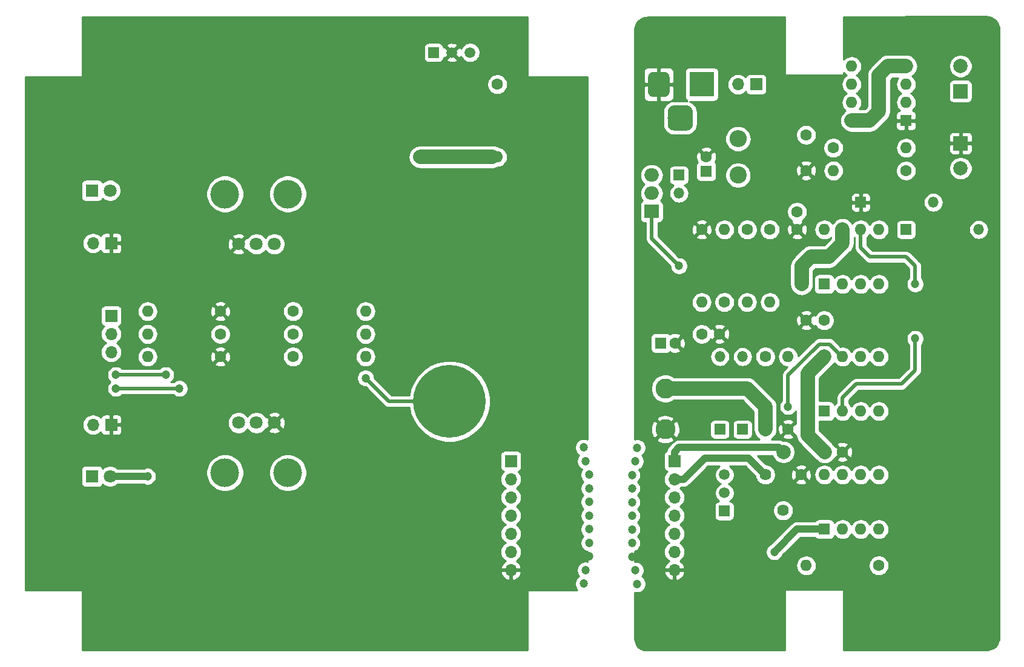
<source format=gbr>
G04 #@! TF.GenerationSoftware,KiCad,Pcbnew,(5.0.0)*
G04 #@! TF.CreationDate,2019-09-25T18:41:39+02:00*
G04 #@! TF.ProjectId,LM317 PSU,4C4D333137205053552E6B696361645F,rev?*
G04 #@! TF.SameCoordinates,PX1312d00PY1312d00*
G04 #@! TF.FileFunction,Copper,L2,Bot,Plane*
G04 #@! TF.FilePolarity,Positive*
%FSLAX46Y46*%
G04 Gerber Fmt 4.6, Leading zero omitted, Abs format (unit mm)*
G04 Created by KiCad (PCBNEW (5.0.0)) date 09/25/19 18:41:39*
%MOMM*%
%LPD*%
G01*
G04 APERTURE LIST*
G04 #@! TA.AperFunction,ComponentPad*
%ADD10C,10.160000*%
G04 #@! TD*
G04 #@! TA.AperFunction,ComponentPad*
%ADD11C,2.800000*%
G04 #@! TD*
G04 #@! TA.AperFunction,ComponentPad*
%ADD12O,1.500000X1.500000*%
G04 #@! TD*
G04 #@! TA.AperFunction,ComponentPad*
%ADD13R,1.500000X1.500000*%
G04 #@! TD*
G04 #@! TA.AperFunction,ComponentPad*
%ADD14O,1.600000X1.600000*%
G04 #@! TD*
G04 #@! TA.AperFunction,ComponentPad*
%ADD15R,1.600000X1.600000*%
G04 #@! TD*
G04 #@! TA.AperFunction,ComponentPad*
%ADD16O,1.700000X1.700000*%
G04 #@! TD*
G04 #@! TA.AperFunction,ComponentPad*
%ADD17R,1.700000X1.700000*%
G04 #@! TD*
G04 #@! TA.AperFunction,ComponentPad*
%ADD18C,1.600000*%
G04 #@! TD*
G04 #@! TA.AperFunction,ComponentPad*
%ADD19C,2.000000*%
G04 #@! TD*
G04 #@! TA.AperFunction,ComponentPad*
%ADD20R,2.000000X2.000000*%
G04 #@! TD*
G04 #@! TA.AperFunction,ComponentPad*
%ADD21C,1.500000*%
G04 #@! TD*
G04 #@! TA.AperFunction,ComponentPad*
%ADD22C,1.800000*%
G04 #@! TD*
G04 #@! TA.AperFunction,ComponentPad*
%ADD23R,1.800000X1.800000*%
G04 #@! TD*
G04 #@! TA.AperFunction,ComponentPad*
%ADD24R,3.500000X3.500000*%
G04 #@! TD*
G04 #@! TA.AperFunction,Conductor*
%ADD25C,0.100000*%
G04 #@! TD*
G04 #@! TA.AperFunction,ComponentPad*
%ADD26C,3.000000*%
G04 #@! TD*
G04 #@! TA.AperFunction,ComponentPad*
%ADD27C,3.500000*%
G04 #@! TD*
G04 #@! TA.AperFunction,ComponentPad*
%ADD28C,2.400000*%
G04 #@! TD*
G04 #@! TA.AperFunction,ComponentPad*
%ADD29O,2.400000X2.400000*%
G04 #@! TD*
G04 #@! TA.AperFunction,WasherPad*
%ADD30C,4.000000*%
G04 #@! TD*
G04 #@! TA.AperFunction,ComponentPad*
%ADD31C,1.620000*%
G04 #@! TD*
G04 #@! TA.AperFunction,ComponentPad*
%ADD32R,2.000000X1.905000*%
G04 #@! TD*
G04 #@! TA.AperFunction,ComponentPad*
%ADD33O,2.000000X1.905000*%
G04 #@! TD*
G04 #@! TA.AperFunction,ViaPad*
%ADD34C,1.200000*%
G04 #@! TD*
G04 #@! TA.AperFunction,ViaPad*
%ADD35C,2.000000*%
G04 #@! TD*
G04 #@! TA.AperFunction,Conductor*
%ADD36C,0.500000*%
G04 #@! TD*
G04 #@! TA.AperFunction,Conductor*
%ADD37C,2.000000*%
G04 #@! TD*
G04 #@! TA.AperFunction,Conductor*
%ADD38C,1.000000*%
G04 #@! TD*
G04 #@! TA.AperFunction,Conductor*
%ADD39C,0.254000*%
G04 #@! TD*
G04 APERTURE END LIST*
D10*
G04 #@! TO.P,J2,1*
G04 #@! TO.N,GNDA*
X100000000Y-35500000D03*
G04 #@! TD*
G04 #@! TO.P,J1,1*
G04 #@! TO.N,OUTPUT*
X100000000Y-54500000D03*
G04 #@! TD*
D11*
G04 #@! TO.P,J7,1*
G04 #@! TO.N,GNDA*
X130175000Y-58420000D03*
G04 #@! TD*
D12*
G04 #@! TO.P,D7,2*
G04 #@! TO.N,OUTPUT*
X132080000Y-25400000D03*
D13*
G04 #@! TO.P,D7,1*
G04 #@! TO.N,/REG_INP*
X132080000Y-22860000D03*
G04 #@! TD*
D11*
G04 #@! TO.P,OUT +,1*
G04 #@! TO.N,OUTPUT*
X130175000Y-52705000D03*
G04 #@! TD*
D14*
G04 #@! TO.P,U5,8*
G04 #@! TO.N,12V_F*
X152400000Y-48260000D03*
G04 #@! TO.P,U5,4*
G04 #@! TO.N,V-*
X160020000Y-55880000D03*
G04 #@! TO.P,U5,7*
G04 #@! TO.N,/V_cmp*
X154940000Y-48260000D03*
G04 #@! TO.P,U5,3*
G04 #@! TO.N,I_SET*
X157480000Y-55880000D03*
G04 #@! TO.P,U5,6*
G04 #@! TO.N,Net-(R15-Pad1)*
X157480000Y-48260000D03*
G04 #@! TO.P,U5,2*
G04 #@! TO.N,I_FB*
X154940000Y-55880000D03*
G04 #@! TO.P,U5,5*
G04 #@! TO.N,V_SET*
X160020000Y-48260000D03*
D15*
G04 #@! TO.P,U5,1*
G04 #@! TO.N,/I_cmp*
X152400000Y-55880000D03*
G04 #@! TD*
D16*
G04 #@! TO.P,J5,7*
G04 #@! TO.N,GNDA*
X131445000Y-78105000D03*
G04 #@! TO.P,J5,6*
G04 #@! TO.N,LED*
X131445000Y-75565000D03*
G04 #@! TO.P,J5,5*
G04 #@! TO.N,I_FB*
X131445000Y-73025000D03*
G04 #@! TO.P,J5,4*
G04 #@! TO.N,I_SET*
X131445000Y-70485000D03*
G04 #@! TO.P,J5,3*
G04 #@! TO.N,V_SET*
X131445000Y-67945000D03*
G04 #@! TO.P,J5,2*
G04 #@! TO.N,2V5*
X131445000Y-65405000D03*
D17*
G04 #@! TO.P,J5,1*
G04 #@! TO.N,12V_F*
X131445000Y-62865000D03*
G04 #@! TD*
D16*
G04 #@! TO.P,J4,7*
G04 #@! TO.N,GNDA*
X108585000Y-78105000D03*
G04 #@! TO.P,J4,6*
G04 #@! TO.N,LED*
X108585000Y-75565000D03*
G04 #@! TO.P,J4,5*
G04 #@! TO.N,I_FB*
X108585000Y-73025000D03*
G04 #@! TO.P,J4,4*
G04 #@! TO.N,I_SET*
X108585000Y-70485000D03*
G04 #@! TO.P,J4,3*
G04 #@! TO.N,V_SET*
X108585000Y-67945000D03*
G04 #@! TO.P,J4,2*
G04 #@! TO.N,2V5*
X108585000Y-65405000D03*
D17*
G04 #@! TO.P,J4,1*
G04 #@! TO.N,12V_F*
X108585000Y-62865000D03*
G04 #@! TD*
D18*
G04 #@! TO.P,C1,1*
G04 #@! TO.N,GNDA*
X149860000Y-22225000D03*
G04 #@! TO.P,C1,2*
G04 #@! TO.N,Net-(C1-Pad2)*
X149860000Y-17225000D03*
G04 #@! TD*
D19*
G04 #@! TO.P,C2,2*
G04 #@! TO.N,Net-(C2-Pad2)*
X171450000Y-7620000D03*
D20*
G04 #@! TO.P,C2,1*
G04 #@! TO.N,Net-(C2-Pad1)*
X171450000Y-11120000D03*
G04 #@! TD*
G04 #@! TO.P,C3,1*
G04 #@! TO.N,GNDA*
X171450000Y-18415000D03*
D19*
G04 #@! TO.P,C3,2*
G04 #@! TO.N,V-*
X171450000Y-21915000D03*
G04 #@! TD*
D18*
G04 #@! TO.P,C4,2*
G04 #@! TO.N,12V_F*
X148590000Y-27980000D03*
G04 #@! TO.P,C4,1*
G04 #@! TO.N,GNDA*
X148590000Y-30480000D03*
G04 #@! TD*
D15*
G04 #@! TO.P,C5,1*
G04 #@! TO.N,/REG_INP*
X135890000Y-22320000D03*
D18*
G04 #@! TO.P,C5,2*
G04 #@! TO.N,GNDA*
X135890000Y-20320000D03*
G04 #@! TD*
G04 #@! TO.P,C6,1*
G04 #@! TO.N,/V_ADJ*
X135255000Y-45085000D03*
G04 #@! TO.P,C6,2*
G04 #@! TO.N,GNDA*
X137755000Y-45085000D03*
G04 #@! TD*
G04 #@! TO.P,C7,2*
G04 #@! TO.N,GNDA*
X131540000Y-46355000D03*
D15*
G04 #@! TO.P,C7,1*
G04 #@! TO.N,OUTPUT*
X129540000Y-46355000D03*
G04 #@! TD*
D18*
G04 #@! TO.P,C8,1*
G04 #@! TO.N,GNDA*
X154940000Y-61595000D03*
G04 #@! TO.P,C8,2*
G04 #@! TO.N,12V_F*
X152440000Y-61595000D03*
G04 #@! TD*
G04 #@! TO.P,C9,2*
G04 #@! TO.N,12V_F*
X152360000Y-43180000D03*
G04 #@! TO.P,C9,1*
G04 #@! TO.N,GNDA*
X149860000Y-43180000D03*
G04 #@! TD*
D21*
G04 #@! TO.P,D1,2*
G04 #@! TO.N,GNDA*
X100330000Y-5715000D03*
G04 #@! TO.P,D1,3*
G04 #@! TO.N,2V5*
X102870000Y-5715000D03*
D13*
G04 #@! TO.P,D1,1*
X97790000Y-5715000D03*
G04 #@! TD*
G04 #@! TO.P,D2,1*
G04 #@! TO.N,Net-(C2-Pad1)*
X163830000Y-30480000D03*
D12*
G04 #@! TO.P,D2,2*
G04 #@! TO.N,V-*
X173990000Y-30480000D03*
G04 #@! TD*
G04 #@! TO.P,D3,2*
G04 #@! TO.N,Net-(C2-Pad1)*
X167640000Y-26670000D03*
D13*
G04 #@! TO.P,D3,1*
G04 #@! TO.N,GNDA*
X157480000Y-26670000D03*
G04 #@! TD*
D22*
G04 #@! TO.P,D4,2*
G04 #@! TO.N,Net-(D4-Pad2)*
X52540000Y-65000000D03*
D23*
G04 #@! TO.P,D4,1*
G04 #@! TO.N,LED*
X50000000Y-65000000D03*
G04 #@! TD*
G04 #@! TO.P,D5,1*
G04 #@! TO.N,Net-(D5-Pad1)*
X50000000Y-25000000D03*
D22*
G04 #@! TO.P,D5,2*
G04 #@! TO.N,LED*
X52540000Y-25000000D03*
G04 #@! TD*
D13*
G04 #@! TO.P,D6,1*
G04 #@! TO.N,/I_cmp*
X140970000Y-58420000D03*
D12*
G04 #@! TO.P,D6,2*
G04 #@! TO.N,/V_ADJ*
X140970000Y-48260000D03*
G04 #@! TD*
D13*
G04 #@! TO.P,D8,1*
G04 #@! TO.N,/V_cmp*
X137795000Y-58420000D03*
D12*
G04 #@! TO.P,D8,2*
G04 #@! TO.N,/V_ADJ*
X137795000Y-48260000D03*
G04 #@! TD*
D17*
G04 #@! TO.P,F1,1*
G04 #@! TO.N,12V_F*
X142875000Y-10160000D03*
D16*
G04 #@! TO.P,F1,2*
G04 #@! TO.N,+12V*
X140335000Y-10160000D03*
G04 #@! TD*
D24*
G04 #@! TO.P,J3,1*
G04 #@! TO.N,+12V*
X135255000Y-10160000D03*
D25*
G04 #@! TD*
G04 #@! TO.N,GNDA*
G04 #@! TO.C,J3*
G36*
X130078513Y-8413611D02*
X130151318Y-8424411D01*
X130222714Y-8442295D01*
X130292013Y-8467090D01*
X130358548Y-8498559D01*
X130421678Y-8536398D01*
X130480795Y-8580242D01*
X130535330Y-8629670D01*
X130584758Y-8684205D01*
X130628602Y-8743322D01*
X130666441Y-8806452D01*
X130697910Y-8872987D01*
X130722705Y-8942286D01*
X130740589Y-9013682D01*
X130751389Y-9086487D01*
X130755000Y-9160000D01*
X130755000Y-11160000D01*
X130751389Y-11233513D01*
X130740589Y-11306318D01*
X130722705Y-11377714D01*
X130697910Y-11447013D01*
X130666441Y-11513548D01*
X130628602Y-11576678D01*
X130584758Y-11635795D01*
X130535330Y-11690330D01*
X130480795Y-11739758D01*
X130421678Y-11783602D01*
X130358548Y-11821441D01*
X130292013Y-11852910D01*
X130222714Y-11877705D01*
X130151318Y-11895589D01*
X130078513Y-11906389D01*
X130005000Y-11910000D01*
X128505000Y-11910000D01*
X128431487Y-11906389D01*
X128358682Y-11895589D01*
X128287286Y-11877705D01*
X128217987Y-11852910D01*
X128151452Y-11821441D01*
X128088322Y-11783602D01*
X128029205Y-11739758D01*
X127974670Y-11690330D01*
X127925242Y-11635795D01*
X127881398Y-11576678D01*
X127843559Y-11513548D01*
X127812090Y-11447013D01*
X127787295Y-11377714D01*
X127769411Y-11306318D01*
X127758611Y-11233513D01*
X127755000Y-11160000D01*
X127755000Y-9160000D01*
X127758611Y-9086487D01*
X127769411Y-9013682D01*
X127787295Y-8942286D01*
X127812090Y-8872987D01*
X127843559Y-8806452D01*
X127881398Y-8743322D01*
X127925242Y-8684205D01*
X127974670Y-8629670D01*
X128029205Y-8580242D01*
X128088322Y-8536398D01*
X128151452Y-8498559D01*
X128217987Y-8467090D01*
X128287286Y-8442295D01*
X128358682Y-8424411D01*
X128431487Y-8413611D01*
X128505000Y-8410000D01*
X130005000Y-8410000D01*
X130078513Y-8413611D01*
X130078513Y-8413611D01*
G37*
D26*
G04 #@! TO.P,J3,2*
G04 #@! TO.N,GNDA*
X129255000Y-10160000D03*
D25*
G04 #@! TD*
G04 #@! TO.N,N/C*
G04 #@! TO.C,J3*
G36*
X133215765Y-13114213D02*
X133300704Y-13126813D01*
X133383999Y-13147677D01*
X133464848Y-13176605D01*
X133542472Y-13213319D01*
X133616124Y-13257464D01*
X133685094Y-13308616D01*
X133748718Y-13366282D01*
X133806384Y-13429906D01*
X133857536Y-13498876D01*
X133901681Y-13572528D01*
X133938395Y-13650152D01*
X133967323Y-13731001D01*
X133988187Y-13814296D01*
X134000787Y-13899235D01*
X134005000Y-13985000D01*
X134005000Y-15735000D01*
X134000787Y-15820765D01*
X133988187Y-15905704D01*
X133967323Y-15988999D01*
X133938395Y-16069848D01*
X133901681Y-16147472D01*
X133857536Y-16221124D01*
X133806384Y-16290094D01*
X133748718Y-16353718D01*
X133685094Y-16411384D01*
X133616124Y-16462536D01*
X133542472Y-16506681D01*
X133464848Y-16543395D01*
X133383999Y-16572323D01*
X133300704Y-16593187D01*
X133215765Y-16605787D01*
X133130000Y-16610000D01*
X131380000Y-16610000D01*
X131294235Y-16605787D01*
X131209296Y-16593187D01*
X131126001Y-16572323D01*
X131045152Y-16543395D01*
X130967528Y-16506681D01*
X130893876Y-16462536D01*
X130824906Y-16411384D01*
X130761282Y-16353718D01*
X130703616Y-16290094D01*
X130652464Y-16221124D01*
X130608319Y-16147472D01*
X130571605Y-16069848D01*
X130542677Y-15988999D01*
X130521813Y-15905704D01*
X130509213Y-15820765D01*
X130505000Y-15735000D01*
X130505000Y-13985000D01*
X130509213Y-13899235D01*
X130521813Y-13814296D01*
X130542677Y-13731001D01*
X130571605Y-13650152D01*
X130608319Y-13572528D01*
X130652464Y-13498876D01*
X130703616Y-13429906D01*
X130761282Y-13366282D01*
X130824906Y-13308616D01*
X130893876Y-13257464D01*
X130967528Y-13213319D01*
X131045152Y-13176605D01*
X131126001Y-13147677D01*
X131209296Y-13126813D01*
X131294235Y-13114213D01*
X131380000Y-13110000D01*
X133130000Y-13110000D01*
X133215765Y-13114213D01*
X133215765Y-13114213D01*
G37*
D27*
G04 #@! TO.P,J3,3*
G04 #@! TO.N,N/C*
X132255000Y-14860000D03*
G04 #@! TD*
D16*
G04 #@! TO.P,MES1,2*
G04 #@! TO.N,Net-(MES1-Pad2)*
X50165000Y-32385000D03*
D17*
G04 #@! TO.P,MES1,1*
G04 #@! TO.N,GNDA*
X52705000Y-32385000D03*
G04 #@! TD*
G04 #@! TO.P,MES2,1*
G04 #@! TO.N,GNDA*
X52705000Y-57785000D03*
D16*
G04 #@! TO.P,MES2,2*
G04 #@! TO.N,OUTPUT*
X50165000Y-57785000D03*
G04 #@! TD*
D13*
G04 #@! TO.P,Q1,1*
G04 #@! TO.N,/I_sink_sense*
X138430000Y-69850000D03*
D21*
G04 #@! TO.P,Q1,3*
G04 #@! TO.N,OUTPUT*
X138430000Y-64770000D03*
G04 #@! TO.P,Q1,2*
G04 #@! TO.N,Net-(Q1-Pad2)*
X138430000Y-67310000D03*
G04 #@! TD*
D14*
G04 #@! TO.P,R1,2*
G04 #@! TO.N,12V_F*
X106680000Y-20320000D03*
D18*
G04 #@! TO.P,R1,1*
G04 #@! TO.N,2V5*
X106680000Y-10160000D03*
G04 #@! TD*
D14*
G04 #@! TO.P,R2,2*
G04 #@! TO.N,/Hi_side_sense*
X144780000Y-40640000D03*
D18*
G04 #@! TO.P,R2,1*
G04 #@! TO.N,12V_F*
X144780000Y-30480000D03*
G04 #@! TD*
G04 #@! TO.P,R3,1*
G04 #@! TO.N,12V_F*
X153670000Y-19050000D03*
D14*
G04 #@! TO.P,R3,2*
G04 #@! TO.N,Net-(R3-Pad2)*
X163830000Y-19050000D03*
G04 #@! TD*
G04 #@! TO.P,R4,2*
G04 #@! TO.N,Net-(C1-Pad2)*
X153670000Y-22225000D03*
D18*
G04 #@! TO.P,R4,1*
G04 #@! TO.N,Net-(R3-Pad2)*
X163830000Y-22225000D03*
G04 #@! TD*
D28*
G04 #@! TO.P,R5,1*
G04 #@! TO.N,/REG_INP*
X140335000Y-22860000D03*
D29*
G04 #@! TO.P,R5,2*
G04 #@! TO.N,12V_F*
X140335000Y-17780000D03*
G04 #@! TD*
D18*
G04 #@! TO.P,R6,1*
G04 #@! TO.N,/REG_INP*
X141605000Y-30480000D03*
D14*
G04 #@! TO.P,R6,2*
G04 #@! TO.N,/Lo_side_sense*
X141605000Y-40640000D03*
G04 #@! TD*
G04 #@! TO.P,R7,2*
G04 #@! TO.N,/Hi_side_sense*
X135255000Y-40640000D03*
D18*
G04 #@! TO.P,R7,1*
G04 #@! TO.N,GNDA*
X135255000Y-30480000D03*
G04 #@! TD*
G04 #@! TO.P,R8,1*
G04 #@! TO.N,/Lo_side_sense*
X138430000Y-40640000D03*
D14*
G04 #@! TO.P,R8,2*
G04 #@! TO.N,I_FB*
X138430000Y-30480000D03*
G04 #@! TD*
D18*
G04 #@! TO.P,R9,1*
G04 #@! TO.N,Net-(R10-Pad1)*
X78105000Y-41910000D03*
D14*
G04 #@! TO.P,R9,2*
G04 #@! TO.N,2V5*
X88265000Y-41910000D03*
G04 #@! TD*
G04 #@! TO.P,R10,2*
G04 #@! TO.N,2V5*
X88265000Y-45085000D03*
D18*
G04 #@! TO.P,R10,1*
G04 #@! TO.N,Net-(R10-Pad1)*
X78105000Y-45085000D03*
G04 #@! TD*
G04 #@! TO.P,R11,1*
G04 #@! TO.N,Net-(R10-Pad1)*
X78105000Y-48260000D03*
D14*
G04 #@! TO.P,R11,2*
G04 #@! TO.N,Net-(R11-Pad2)*
X88265000Y-48260000D03*
G04 #@! TD*
G04 #@! TO.P,R12,2*
G04 #@! TO.N,Net-(D5-Pad1)*
X57785000Y-41910000D03*
D18*
G04 #@! TO.P,R12,1*
G04 #@! TO.N,GNDA*
X67945000Y-41910000D03*
G04 #@! TD*
G04 #@! TO.P,R13,1*
G04 #@! TO.N,12V_F*
X67945000Y-45085000D03*
D14*
G04 #@! TO.P,R13,2*
G04 #@! TO.N,Net-(D4-Pad2)*
X57785000Y-45085000D03*
G04 #@! TD*
D18*
G04 #@! TO.P,R14,1*
G04 #@! TO.N,GNDA*
X67945000Y-48260000D03*
D14*
G04 #@! TO.P,R14,2*
G04 #@! TO.N,Net-(D4-Pad2)*
X57785000Y-48260000D03*
G04 #@! TD*
D18*
G04 #@! TO.P,R15,1*
G04 #@! TO.N,Net-(R15-Pad1)*
X144145000Y-48260000D03*
D14*
G04 #@! TO.P,R15,2*
G04 #@! TO.N,OUTPUT*
X144145000Y-58420000D03*
G04 #@! TD*
G04 #@! TO.P,R16,2*
G04 #@! TO.N,Net-(R15-Pad1)*
X147320000Y-48260000D03*
D18*
G04 #@! TO.P,R16,1*
G04 #@! TO.N,GNDA*
X147320000Y-58420000D03*
G04 #@! TD*
D14*
G04 #@! TO.P,R17,2*
G04 #@! TO.N,/I_sink_sense*
X149860000Y-77470000D03*
D18*
G04 #@! TO.P,R17,1*
G04 #@! TO.N,V-*
X160020000Y-77470000D03*
G04 #@! TD*
D30*
G04 #@! TO.P,RV1,*
G04 #@! TO.N,*
X77400000Y-25500000D03*
X68600000Y-25500000D03*
D22*
G04 #@! TO.P,RV1,1*
G04 #@! TO.N,Net-(R11-Pad2)*
X75500000Y-32500000D03*
G04 #@! TO.P,RV1,2*
G04 #@! TO.N,I_SET*
X73000000Y-32500000D03*
G04 #@! TO.P,RV1,3*
G04 #@! TO.N,GNDA*
X70500000Y-32500000D03*
G04 #@! TD*
G04 #@! TO.P,RV2,3*
G04 #@! TO.N,GNDA*
X75500000Y-57500000D03*
G04 #@! TO.P,RV2,2*
G04 #@! TO.N,V_SET*
X73000000Y-57500000D03*
G04 #@! TO.P,RV2,1*
G04 #@! TO.N,2V5*
X70500000Y-57500000D03*
D30*
G04 #@! TO.P,RV2,*
G04 #@! TO.N,*
X77400000Y-64500000D03*
X68600000Y-64500000D03*
G04 #@! TD*
D31*
G04 #@! TO.P,RV3,3*
G04 #@! TO.N,GNDA*
X149145000Y-64770000D03*
G04 #@! TO.P,RV3,2*
G04 #@! TO.N,Net-(RV3-Pad2)*
X146645000Y-69770000D03*
G04 #@! TO.P,RV3,1*
G04 #@! TO.N,2V5*
X144145000Y-64770000D03*
G04 #@! TD*
D17*
G04 #@! TO.P,SW1,1*
G04 #@! TO.N,I_FB*
X52705000Y-42545000D03*
D16*
G04 #@! TO.P,SW1,2*
G04 #@! TO.N,Net-(MES1-Pad2)*
X52705000Y-45085000D03*
G04 #@! TO.P,SW1,3*
G04 #@! TO.N,I_SET*
X52705000Y-47625000D03*
G04 #@! TD*
D14*
G04 #@! TO.P,U1,8*
G04 #@! TO.N,12V_F*
X156210000Y-15240000D03*
G04 #@! TO.P,U1,4*
X163830000Y-7620000D03*
G04 #@! TO.P,U1,7*
G04 #@! TO.N,Net-(R3-Pad2)*
X156210000Y-12700000D03*
G04 #@! TO.P,U1,3*
G04 #@! TO.N,Net-(C2-Pad2)*
X163830000Y-10160000D03*
G04 #@! TO.P,U1,6*
G04 #@! TO.N,Net-(C1-Pad2)*
X156210000Y-10160000D03*
G04 #@! TO.P,U1,2*
X163830000Y-12700000D03*
G04 #@! TO.P,U1,5*
G04 #@! TO.N,Net-(U1-Pad5)*
X156210000Y-7620000D03*
D15*
G04 #@! TO.P,U1,1*
G04 #@! TO.N,GNDA*
X163830000Y-15240000D03*
G04 #@! TD*
D14*
G04 #@! TO.P,U2,8*
G04 #@! TO.N,Net-(U2-Pad8)*
X152400000Y-30480000D03*
G04 #@! TO.P,U2,4*
G04 #@! TO.N,V-*
X160020000Y-38100000D03*
G04 #@! TO.P,U2,7*
G04 #@! TO.N,12V_F*
X154940000Y-30480000D03*
G04 #@! TO.P,U2,3*
G04 #@! TO.N,/Hi_side_sense*
X157480000Y-38100000D03*
G04 #@! TO.P,U2,6*
G04 #@! TO.N,I_FB*
X157480000Y-30480000D03*
G04 #@! TO.P,U2,2*
G04 #@! TO.N,/Lo_side_sense*
X154940000Y-38100000D03*
G04 #@! TO.P,U2,5*
G04 #@! TO.N,Net-(U2-Pad5)*
X160020000Y-30480000D03*
D15*
G04 #@! TO.P,U2,1*
G04 #@! TO.N,Net-(U2-Pad1)*
X152400000Y-38100000D03*
G04 #@! TD*
G04 #@! TO.P,U3,1*
G04 #@! TO.N,LED*
X152400000Y-72390000D03*
D14*
G04 #@! TO.P,U3,5*
G04 #@! TO.N,Net-(RV3-Pad2)*
X160020000Y-64770000D03*
G04 #@! TO.P,U3,2*
G04 #@! TO.N,/I_cmp*
X154940000Y-72390000D03*
G04 #@! TO.P,U3,6*
G04 #@! TO.N,/I_sink_sense*
X157480000Y-64770000D03*
G04 #@! TO.P,U3,3*
G04 #@! TO.N,/V_cmp*
X157480000Y-72390000D03*
G04 #@! TO.P,U3,7*
G04 #@! TO.N,Net-(Q1-Pad2)*
X154940000Y-64770000D03*
G04 #@! TO.P,U3,4*
G04 #@! TO.N,V-*
X160020000Y-72390000D03*
G04 #@! TO.P,U3,8*
G04 #@! TO.N,12V_F*
X152400000Y-64770000D03*
G04 #@! TD*
D32*
G04 #@! TO.P,U4,1*
G04 #@! TO.N,/V_ADJ*
X128270000Y-27940000D03*
D33*
G04 #@! TO.P,U4,2*
G04 #@! TO.N,OUTPUT*
X128270000Y-25400000D03*
G04 #@! TO.P,U4,3*
G04 #@! TO.N,/REG_INP*
X128270000Y-22860000D03*
G04 #@! TD*
D34*
G04 #@! TO.N,*
X119000000Y-78105000D03*
X118745000Y-80010000D03*
X119000000Y-62865000D03*
X118745000Y-60960000D03*
X126000000Y-78135000D03*
X126255000Y-80040000D03*
X126255000Y-60990000D03*
X126000000Y-62895000D03*
G04 #@! TO.N,GNDA*
X119500000Y-76200000D03*
X125500000Y-76230000D03*
G04 #@! TO.N,/V_ADJ*
X132080000Y-35560000D03*
G04 #@! TO.N,OUTPUT*
X88265000Y-51239990D03*
X53339995Y-52705000D03*
X62230000Y-52705000D03*
G04 #@! TO.N,2V5*
X119500000Y-66675000D03*
X125500000Y-66705000D03*
G04 #@! TO.N,LED*
X125500000Y-74325000D03*
X145415000Y-75565000D03*
X119500000Y-74295000D03*
G04 #@! TO.N,Net-(D4-Pad2)*
X57785000Y-65000006D03*
G04 #@! TO.N,I_FB*
X165099998Y-38100000D03*
X165100000Y-45720000D03*
X119500000Y-72390000D03*
X125500000Y-72420000D03*
G04 #@! TO.N,I_SET*
X60325000Y-50800000D03*
X53340000Y-50800006D03*
X119500000Y-70485000D03*
X125500000Y-70515000D03*
G04 #@! TO.N,V_SET*
X125500000Y-68610000D03*
X119500000Y-68580000D03*
G04 #@! TO.N,/V_cmp*
X147320000Y-55245008D03*
G04 #@! TO.N,12V_F*
X125500000Y-64800000D03*
D35*
X149225000Y-38100000D03*
X146684994Y-61595000D03*
D34*
X119500000Y-64770000D03*
D35*
X95885000Y-20320000D03*
G04 #@! TD*
D36*
G04 #@! TO.N,/V_ADJ*
X128270000Y-27940000D02*
X128270000Y-31750000D01*
X128270000Y-31750000D02*
X131480001Y-34960001D01*
X131480001Y-34960001D02*
X132080000Y-35560000D01*
G04 #@! TO.N,OUTPUT*
X88864999Y-51839989D02*
X88265000Y-51239990D01*
X91525010Y-54500000D02*
X88864999Y-51839989D01*
X100000000Y-54500000D02*
X91525010Y-54500000D01*
X53339995Y-52705000D02*
X62230000Y-52705000D01*
D37*
X141605000Y-52705000D02*
X130175000Y-52705000D01*
X144145000Y-58420000D02*
X144145000Y-55245000D01*
X144145000Y-55245000D02*
X141605000Y-52705000D01*
D38*
G04 #@! TO.N,2V5*
X141835011Y-62460011D02*
X143335001Y-63960001D01*
X143335001Y-63960001D02*
X144145000Y-64770000D01*
X132715000Y-65405000D02*
X135659989Y-62460011D01*
X131445000Y-65405000D02*
X132715000Y-65405000D01*
X135659989Y-62460011D02*
X141835011Y-62460011D01*
G04 #@! TO.N,LED*
X152400000Y-72390000D02*
X148590000Y-72390000D01*
X148590000Y-72390000D02*
X145415000Y-75565000D01*
X145415000Y-75565000D02*
X145415000Y-75565000D01*
G04 #@! TO.N,Net-(D4-Pad2)*
X52540000Y-65000000D02*
X56285000Y-65000000D01*
X57784994Y-65000000D02*
X57785000Y-65000006D01*
X56285000Y-65000000D02*
X57784994Y-65000000D01*
D36*
G04 #@! TO.N,I_FB*
X165100000Y-38099998D02*
X165099998Y-38100000D01*
X165100000Y-35560000D02*
X165100000Y-38099998D01*
X163830000Y-34290000D02*
X165100000Y-35560000D01*
X158749999Y-34290000D02*
X163830000Y-34290000D01*
X157480000Y-30480000D02*
X157480000Y-33020001D01*
X157480000Y-33020001D02*
X158749999Y-34290000D01*
X165100000Y-50165000D02*
X165100000Y-45720000D01*
X163195000Y-52070000D02*
X165100000Y-50165000D01*
X156845000Y-52070000D02*
X163195000Y-52070000D01*
X154940000Y-55880000D02*
X154940000Y-53975000D01*
X154940000Y-53975000D02*
X156845000Y-52070000D01*
G04 #@! TO.N,I_SET*
X60325000Y-50800000D02*
X53340006Y-50800000D01*
X53340006Y-50800000D02*
X53340000Y-50800006D01*
G04 #@! TO.N,/V_cmp*
X147320000Y-54610000D02*
X147320000Y-54610000D01*
X147320000Y-54396480D02*
X147320000Y-55245008D01*
X147320000Y-50865114D02*
X147320000Y-54396480D01*
X151675122Y-46509992D02*
X147320000Y-50865114D01*
X153124878Y-46509992D02*
X151675122Y-46509992D01*
X154940000Y-48260000D02*
X154874886Y-48260000D01*
X154874886Y-48260000D02*
X153124878Y-46509992D01*
D37*
G04 #@! TO.N,12V_F*
X154940000Y-32385000D02*
X154940000Y-30480000D01*
X153035000Y-34290000D02*
X154940000Y-32385000D01*
X150495000Y-34290000D02*
X153035000Y-34290000D01*
X149225000Y-35560000D02*
X150495000Y-34290000D01*
X149225000Y-38100000D02*
X149225000Y-35560000D01*
X161290000Y-7620000D02*
X163830000Y-7620000D01*
X160020000Y-8890000D02*
X161290000Y-7620000D01*
X160020000Y-13970000D02*
X160020000Y-8890000D01*
X156210000Y-15240000D02*
X158750000Y-15240000D01*
X158750000Y-15240000D02*
X160020000Y-13970000D01*
X151640001Y-60795001D02*
X152440000Y-61595000D01*
X150055002Y-59210002D02*
X151640001Y-60795001D01*
X150055002Y-50604998D02*
X150055002Y-59210002D01*
X152400000Y-48260000D02*
X150055002Y-50604998D01*
D38*
X146049994Y-60960000D02*
X146684994Y-61595000D01*
X132080000Y-60960000D02*
X146049994Y-60960000D01*
X131445000Y-62865000D02*
X131445000Y-61595000D01*
X131445000Y-61595000D02*
X132080000Y-60960000D01*
D37*
X106000000Y-20320000D02*
X95885000Y-20320000D01*
G04 #@! TD*
D39*
G04 #@! TO.N,GNDA*
G36*
X110873000Y-758225D02*
X110873000Y-9000000D01*
X110882667Y-9048601D01*
X110910197Y-9089803D01*
X110951399Y-9117333D01*
X111000000Y-9127000D01*
X119253000Y-9127000D01*
X119253000Y-59833666D01*
X119105236Y-59772460D01*
X118866637Y-59725000D01*
X118623363Y-59725000D01*
X118384764Y-59772460D01*
X118160008Y-59865557D01*
X117957733Y-60000713D01*
X117785713Y-60172733D01*
X117650557Y-60375008D01*
X117557460Y-60599764D01*
X117510000Y-60838363D01*
X117510000Y-61081637D01*
X117557460Y-61320236D01*
X117650557Y-61544992D01*
X117785713Y-61747267D01*
X117957733Y-61919287D01*
X118102457Y-62015989D01*
X118040713Y-62077733D01*
X117905557Y-62280008D01*
X117812460Y-62504764D01*
X117765000Y-62743363D01*
X117765000Y-62986637D01*
X117812460Y-63225236D01*
X117905557Y-63449992D01*
X118040713Y-63652267D01*
X118212733Y-63824287D01*
X118415008Y-63959443D01*
X118525652Y-64005273D01*
X118405557Y-64185008D01*
X118312460Y-64409764D01*
X118265000Y-64648363D01*
X118265000Y-64891637D01*
X118312460Y-65130236D01*
X118405557Y-65354992D01*
X118540713Y-65557267D01*
X118705946Y-65722500D01*
X118540713Y-65887733D01*
X118405557Y-66090008D01*
X118312460Y-66314764D01*
X118265000Y-66553363D01*
X118265000Y-66796637D01*
X118312460Y-67035236D01*
X118405557Y-67259992D01*
X118540713Y-67462267D01*
X118705946Y-67627500D01*
X118540713Y-67792733D01*
X118405557Y-67995008D01*
X118312460Y-68219764D01*
X118265000Y-68458363D01*
X118265000Y-68701637D01*
X118312460Y-68940236D01*
X118405557Y-69164992D01*
X118540713Y-69367267D01*
X118705946Y-69532500D01*
X118540713Y-69697733D01*
X118405557Y-69900008D01*
X118312460Y-70124764D01*
X118265000Y-70363363D01*
X118265000Y-70606637D01*
X118312460Y-70845236D01*
X118405557Y-71069992D01*
X118540713Y-71272267D01*
X118705946Y-71437500D01*
X118540713Y-71602733D01*
X118405557Y-71805008D01*
X118312460Y-72029764D01*
X118265000Y-72268363D01*
X118265000Y-72511637D01*
X118312460Y-72750236D01*
X118405557Y-72974992D01*
X118540713Y-73177267D01*
X118705946Y-73342500D01*
X118540713Y-73507733D01*
X118405557Y-73710008D01*
X118312460Y-73934764D01*
X118265000Y-74173363D01*
X118265000Y-74416637D01*
X118312460Y-74655236D01*
X118405557Y-74879992D01*
X118540713Y-75082267D01*
X118712733Y-75254287D01*
X118915008Y-75389443D01*
X119139764Y-75482540D01*
X119253000Y-75505064D01*
X119253000Y-76896130D01*
X119121637Y-76870000D01*
X118878363Y-76870000D01*
X118639764Y-76917460D01*
X118415008Y-77010557D01*
X118212733Y-77145713D01*
X118040713Y-77317733D01*
X117905557Y-77520008D01*
X117812460Y-77744764D01*
X117765000Y-77983363D01*
X117765000Y-78226637D01*
X117812460Y-78465236D01*
X117905557Y-78689992D01*
X118040713Y-78892267D01*
X118102457Y-78954011D01*
X117957733Y-79050713D01*
X117785713Y-79222733D01*
X117650557Y-79425008D01*
X117557460Y-79649764D01*
X117510000Y-79888363D01*
X117510000Y-80131637D01*
X117557460Y-80370236D01*
X117650557Y-80594992D01*
X117785713Y-80797267D01*
X117861446Y-80873000D01*
X111000000Y-80873000D01*
X110951399Y-80882667D01*
X110910197Y-80910197D01*
X110882667Y-80951399D01*
X110873000Y-81000000D01*
X110873000Y-89315000D01*
X48627000Y-89315000D01*
X48627000Y-81000000D01*
X48617333Y-80951399D01*
X48589803Y-80910197D01*
X48548601Y-80882667D01*
X48500000Y-80873000D01*
X40685000Y-80873000D01*
X40685000Y-78461890D01*
X107143524Y-78461890D01*
X107188175Y-78609099D01*
X107313359Y-78871920D01*
X107487412Y-79105269D01*
X107703645Y-79300178D01*
X107953748Y-79449157D01*
X108228109Y-79546481D01*
X108458000Y-79425814D01*
X108458000Y-78232000D01*
X108712000Y-78232000D01*
X108712000Y-79425814D01*
X108941891Y-79546481D01*
X109216252Y-79449157D01*
X109466355Y-79300178D01*
X109682588Y-79105269D01*
X109856641Y-78871920D01*
X109981825Y-78609099D01*
X110026476Y-78461890D01*
X109905155Y-78232000D01*
X108712000Y-78232000D01*
X108458000Y-78232000D01*
X107264845Y-78232000D01*
X107143524Y-78461890D01*
X40685000Y-78461890D01*
X40685000Y-64100000D01*
X48461928Y-64100000D01*
X48461928Y-65900000D01*
X48474188Y-66024482D01*
X48510498Y-66144180D01*
X48569463Y-66254494D01*
X48648815Y-66351185D01*
X48745506Y-66430537D01*
X48855820Y-66489502D01*
X48975518Y-66525812D01*
X49100000Y-66538072D01*
X50900000Y-66538072D01*
X51024482Y-66525812D01*
X51144180Y-66489502D01*
X51254494Y-66430537D01*
X51351185Y-66351185D01*
X51430537Y-66254494D01*
X51489502Y-66144180D01*
X51495056Y-66125873D01*
X51561495Y-66192312D01*
X51812905Y-66360299D01*
X52092257Y-66476011D01*
X52388816Y-66535000D01*
X52691184Y-66535000D01*
X52987743Y-66476011D01*
X53267095Y-66360299D01*
X53518505Y-66192312D01*
X53575817Y-66135000D01*
X57297907Y-66135000D01*
X57424764Y-66187546D01*
X57663363Y-66235006D01*
X57906637Y-66235006D01*
X58145236Y-66187546D01*
X58369992Y-66094449D01*
X58572267Y-65959293D01*
X58744287Y-65787273D01*
X58879443Y-65584998D01*
X58972540Y-65360242D01*
X59020000Y-65121643D01*
X59020000Y-64878369D01*
X58972540Y-64639770D01*
X58879443Y-64415014D01*
X58762820Y-64240475D01*
X65965000Y-64240475D01*
X65965000Y-64759525D01*
X66066261Y-65268601D01*
X66264893Y-65748141D01*
X66553262Y-66179715D01*
X66920285Y-66546738D01*
X67351859Y-66835107D01*
X67831399Y-67033739D01*
X68340475Y-67135000D01*
X68859525Y-67135000D01*
X69368601Y-67033739D01*
X69848141Y-66835107D01*
X70279715Y-66546738D01*
X70646738Y-66179715D01*
X70935107Y-65748141D01*
X71133739Y-65268601D01*
X71235000Y-64759525D01*
X71235000Y-64240475D01*
X74765000Y-64240475D01*
X74765000Y-64759525D01*
X74866261Y-65268601D01*
X75064893Y-65748141D01*
X75353262Y-66179715D01*
X75720285Y-66546738D01*
X76151859Y-66835107D01*
X76631399Y-67033739D01*
X77140475Y-67135000D01*
X77659525Y-67135000D01*
X78168601Y-67033739D01*
X78648141Y-66835107D01*
X79079715Y-66546738D01*
X79446738Y-66179715D01*
X79735107Y-65748141D01*
X79877240Y-65405000D01*
X107092815Y-65405000D01*
X107121487Y-65696111D01*
X107206401Y-65976034D01*
X107344294Y-66234014D01*
X107529866Y-66460134D01*
X107755986Y-66645706D01*
X107810791Y-66675000D01*
X107755986Y-66704294D01*
X107529866Y-66889866D01*
X107344294Y-67115986D01*
X107206401Y-67373966D01*
X107121487Y-67653889D01*
X107092815Y-67945000D01*
X107121487Y-68236111D01*
X107206401Y-68516034D01*
X107344294Y-68774014D01*
X107529866Y-69000134D01*
X107755986Y-69185706D01*
X107810791Y-69215000D01*
X107755986Y-69244294D01*
X107529866Y-69429866D01*
X107344294Y-69655986D01*
X107206401Y-69913966D01*
X107121487Y-70193889D01*
X107092815Y-70485000D01*
X107121487Y-70776111D01*
X107206401Y-71056034D01*
X107344294Y-71314014D01*
X107529866Y-71540134D01*
X107755986Y-71725706D01*
X107810791Y-71755000D01*
X107755986Y-71784294D01*
X107529866Y-71969866D01*
X107344294Y-72195986D01*
X107206401Y-72453966D01*
X107121487Y-72733889D01*
X107092815Y-73025000D01*
X107121487Y-73316111D01*
X107206401Y-73596034D01*
X107344294Y-73854014D01*
X107529866Y-74080134D01*
X107755986Y-74265706D01*
X107810791Y-74295000D01*
X107755986Y-74324294D01*
X107529866Y-74509866D01*
X107344294Y-74735986D01*
X107206401Y-74993966D01*
X107121487Y-75273889D01*
X107092815Y-75565000D01*
X107121487Y-75856111D01*
X107206401Y-76136034D01*
X107344294Y-76394014D01*
X107529866Y-76620134D01*
X107755986Y-76805706D01*
X107820523Y-76840201D01*
X107703645Y-76909822D01*
X107487412Y-77104731D01*
X107313359Y-77338080D01*
X107188175Y-77600901D01*
X107143524Y-77748110D01*
X107264845Y-77978000D01*
X108458000Y-77978000D01*
X108458000Y-77958000D01*
X108712000Y-77958000D01*
X108712000Y-77978000D01*
X109905155Y-77978000D01*
X110026476Y-77748110D01*
X109981825Y-77600901D01*
X109856641Y-77338080D01*
X109682588Y-77104731D01*
X109466355Y-76909822D01*
X109349477Y-76840201D01*
X109414014Y-76805706D01*
X109640134Y-76620134D01*
X109825706Y-76394014D01*
X109963599Y-76136034D01*
X110048513Y-75856111D01*
X110077185Y-75565000D01*
X110048513Y-75273889D01*
X109963599Y-74993966D01*
X109825706Y-74735986D01*
X109640134Y-74509866D01*
X109414014Y-74324294D01*
X109359209Y-74295000D01*
X109414014Y-74265706D01*
X109640134Y-74080134D01*
X109825706Y-73854014D01*
X109963599Y-73596034D01*
X110048513Y-73316111D01*
X110077185Y-73025000D01*
X110048513Y-72733889D01*
X109963599Y-72453966D01*
X109825706Y-72195986D01*
X109640134Y-71969866D01*
X109414014Y-71784294D01*
X109359209Y-71755000D01*
X109414014Y-71725706D01*
X109640134Y-71540134D01*
X109825706Y-71314014D01*
X109963599Y-71056034D01*
X110048513Y-70776111D01*
X110077185Y-70485000D01*
X110048513Y-70193889D01*
X109963599Y-69913966D01*
X109825706Y-69655986D01*
X109640134Y-69429866D01*
X109414014Y-69244294D01*
X109359209Y-69215000D01*
X109414014Y-69185706D01*
X109640134Y-69000134D01*
X109825706Y-68774014D01*
X109963599Y-68516034D01*
X110048513Y-68236111D01*
X110077185Y-67945000D01*
X110048513Y-67653889D01*
X109963599Y-67373966D01*
X109825706Y-67115986D01*
X109640134Y-66889866D01*
X109414014Y-66704294D01*
X109359209Y-66675000D01*
X109414014Y-66645706D01*
X109640134Y-66460134D01*
X109825706Y-66234014D01*
X109963599Y-65976034D01*
X110048513Y-65696111D01*
X110077185Y-65405000D01*
X110048513Y-65113889D01*
X109963599Y-64833966D01*
X109825706Y-64575986D01*
X109640134Y-64349866D01*
X109610313Y-64325393D01*
X109679180Y-64304502D01*
X109789494Y-64245537D01*
X109886185Y-64166185D01*
X109965537Y-64069494D01*
X110024502Y-63959180D01*
X110060812Y-63839482D01*
X110073072Y-63715000D01*
X110073072Y-62015000D01*
X110060812Y-61890518D01*
X110024502Y-61770820D01*
X109965537Y-61660506D01*
X109886185Y-61563815D01*
X109789494Y-61484463D01*
X109679180Y-61425498D01*
X109559482Y-61389188D01*
X109435000Y-61376928D01*
X107735000Y-61376928D01*
X107610518Y-61389188D01*
X107490820Y-61425498D01*
X107380506Y-61484463D01*
X107283815Y-61563815D01*
X107204463Y-61660506D01*
X107145498Y-61770820D01*
X107109188Y-61890518D01*
X107096928Y-62015000D01*
X107096928Y-63715000D01*
X107109188Y-63839482D01*
X107145498Y-63959180D01*
X107204463Y-64069494D01*
X107283815Y-64166185D01*
X107380506Y-64245537D01*
X107490820Y-64304502D01*
X107559687Y-64325393D01*
X107529866Y-64349866D01*
X107344294Y-64575986D01*
X107206401Y-64833966D01*
X107121487Y-65113889D01*
X107092815Y-65405000D01*
X79877240Y-65405000D01*
X79933739Y-65268601D01*
X80035000Y-64759525D01*
X80035000Y-64240475D01*
X79933739Y-63731399D01*
X79735107Y-63251859D01*
X79446738Y-62820285D01*
X79079715Y-62453262D01*
X78648141Y-62164893D01*
X78168601Y-61966261D01*
X77659525Y-61865000D01*
X77140475Y-61865000D01*
X76631399Y-61966261D01*
X76151859Y-62164893D01*
X75720285Y-62453262D01*
X75353262Y-62820285D01*
X75064893Y-63251859D01*
X74866261Y-63731399D01*
X74765000Y-64240475D01*
X71235000Y-64240475D01*
X71133739Y-63731399D01*
X70935107Y-63251859D01*
X70646738Y-62820285D01*
X70279715Y-62453262D01*
X69848141Y-62164893D01*
X69368601Y-61966261D01*
X68859525Y-61865000D01*
X68340475Y-61865000D01*
X67831399Y-61966261D01*
X67351859Y-62164893D01*
X66920285Y-62453262D01*
X66553262Y-62820285D01*
X66264893Y-63251859D01*
X66066261Y-63731399D01*
X65965000Y-64240475D01*
X58762820Y-64240475D01*
X58744287Y-64212739D01*
X58572267Y-64040719D01*
X58369992Y-63905563D01*
X58145236Y-63812466D01*
X57906637Y-63765006D01*
X57663363Y-63765006D01*
X57424764Y-63812466D01*
X57297936Y-63865000D01*
X53575817Y-63865000D01*
X53518505Y-63807688D01*
X53267095Y-63639701D01*
X52987743Y-63523989D01*
X52691184Y-63465000D01*
X52388816Y-63465000D01*
X52092257Y-63523989D01*
X51812905Y-63639701D01*
X51561495Y-63807688D01*
X51495056Y-63874127D01*
X51489502Y-63855820D01*
X51430537Y-63745506D01*
X51351185Y-63648815D01*
X51254494Y-63569463D01*
X51144180Y-63510498D01*
X51024482Y-63474188D01*
X50900000Y-63461928D01*
X49100000Y-63461928D01*
X48975518Y-63474188D01*
X48855820Y-63510498D01*
X48745506Y-63569463D01*
X48648815Y-63648815D01*
X48569463Y-63745506D01*
X48510498Y-63855820D01*
X48474188Y-63975518D01*
X48461928Y-64100000D01*
X40685000Y-64100000D01*
X40685000Y-57785000D01*
X48672815Y-57785000D01*
X48701487Y-58076111D01*
X48786401Y-58356034D01*
X48924294Y-58614014D01*
X49109866Y-58840134D01*
X49335986Y-59025706D01*
X49593966Y-59163599D01*
X49873889Y-59248513D01*
X50092050Y-59270000D01*
X50237950Y-59270000D01*
X50456111Y-59248513D01*
X50736034Y-59163599D01*
X50994014Y-59025706D01*
X51220134Y-58840134D01*
X51242856Y-58812447D01*
X51244403Y-58820223D01*
X51292270Y-58935785D01*
X51361763Y-59039789D01*
X51450211Y-59128237D01*
X51554215Y-59197730D01*
X51669777Y-59245597D01*
X51792458Y-59270000D01*
X52419250Y-59270000D01*
X52578000Y-59111250D01*
X52578000Y-57912000D01*
X52832000Y-57912000D01*
X52832000Y-59111250D01*
X52990750Y-59270000D01*
X53617542Y-59270000D01*
X53740223Y-59245597D01*
X53855785Y-59197730D01*
X53959789Y-59128237D01*
X54048237Y-59039789D01*
X54117730Y-58935785D01*
X54165597Y-58820223D01*
X54190000Y-58697542D01*
X54190000Y-58070750D01*
X54031250Y-57912000D01*
X52832000Y-57912000D01*
X52578000Y-57912000D01*
X52558000Y-57912000D01*
X52558000Y-57658000D01*
X52578000Y-57658000D01*
X52578000Y-56458750D01*
X52832000Y-56458750D01*
X52832000Y-57658000D01*
X54031250Y-57658000D01*
X54190000Y-57499250D01*
X54190000Y-57348816D01*
X68965000Y-57348816D01*
X68965000Y-57651184D01*
X69023989Y-57947743D01*
X69139701Y-58227095D01*
X69307688Y-58478505D01*
X69521495Y-58692312D01*
X69772905Y-58860299D01*
X70052257Y-58976011D01*
X70348816Y-59035000D01*
X70651184Y-59035000D01*
X70947743Y-58976011D01*
X71227095Y-58860299D01*
X71478505Y-58692312D01*
X71692312Y-58478505D01*
X71750000Y-58392169D01*
X71807688Y-58478505D01*
X72021495Y-58692312D01*
X72272905Y-58860299D01*
X72552257Y-58976011D01*
X72848816Y-59035000D01*
X73151184Y-59035000D01*
X73447743Y-58976011D01*
X73727095Y-58860299D01*
X73978505Y-58692312D01*
X74106737Y-58564080D01*
X74615525Y-58564080D01*
X74699208Y-58818261D01*
X74971775Y-58949158D01*
X75264642Y-59024365D01*
X75566553Y-59040991D01*
X75865907Y-58998397D01*
X76151199Y-58898222D01*
X76300792Y-58818261D01*
X76384475Y-58564080D01*
X75500000Y-57679605D01*
X74615525Y-58564080D01*
X74106737Y-58564080D01*
X74192312Y-58478505D01*
X74287738Y-58335690D01*
X74435920Y-58384475D01*
X75320395Y-57500000D01*
X75679605Y-57500000D01*
X76564080Y-58384475D01*
X76818261Y-58300792D01*
X76949158Y-58028225D01*
X77024365Y-57735358D01*
X77040991Y-57433447D01*
X76998397Y-57134093D01*
X76898222Y-56848801D01*
X76818261Y-56699208D01*
X76564080Y-56615525D01*
X75679605Y-57500000D01*
X75320395Y-57500000D01*
X74435920Y-56615525D01*
X74287738Y-56664310D01*
X74192312Y-56521495D01*
X74106737Y-56435920D01*
X74615525Y-56435920D01*
X75500000Y-57320395D01*
X76384475Y-56435920D01*
X76300792Y-56181739D01*
X76028225Y-56050842D01*
X75735358Y-55975635D01*
X75433447Y-55959009D01*
X75134093Y-56001603D01*
X74848801Y-56101778D01*
X74699208Y-56181739D01*
X74615525Y-56435920D01*
X74106737Y-56435920D01*
X73978505Y-56307688D01*
X73727095Y-56139701D01*
X73447743Y-56023989D01*
X73151184Y-55965000D01*
X72848816Y-55965000D01*
X72552257Y-56023989D01*
X72272905Y-56139701D01*
X72021495Y-56307688D01*
X71807688Y-56521495D01*
X71750000Y-56607831D01*
X71692312Y-56521495D01*
X71478505Y-56307688D01*
X71227095Y-56139701D01*
X70947743Y-56023989D01*
X70651184Y-55965000D01*
X70348816Y-55965000D01*
X70052257Y-56023989D01*
X69772905Y-56139701D01*
X69521495Y-56307688D01*
X69307688Y-56521495D01*
X69139701Y-56772905D01*
X69023989Y-57052257D01*
X68965000Y-57348816D01*
X54190000Y-57348816D01*
X54190000Y-56872458D01*
X54165597Y-56749777D01*
X54117730Y-56634215D01*
X54048237Y-56530211D01*
X53959789Y-56441763D01*
X53855785Y-56372270D01*
X53740223Y-56324403D01*
X53617542Y-56300000D01*
X52990750Y-56300000D01*
X52832000Y-56458750D01*
X52578000Y-56458750D01*
X52419250Y-56300000D01*
X51792458Y-56300000D01*
X51669777Y-56324403D01*
X51554215Y-56372270D01*
X51450211Y-56441763D01*
X51361763Y-56530211D01*
X51292270Y-56634215D01*
X51244403Y-56749777D01*
X51242856Y-56757553D01*
X51220134Y-56729866D01*
X50994014Y-56544294D01*
X50736034Y-56406401D01*
X50456111Y-56321487D01*
X50237950Y-56300000D01*
X50092050Y-56300000D01*
X49873889Y-56321487D01*
X49593966Y-56406401D01*
X49335986Y-56544294D01*
X49109866Y-56729866D01*
X48924294Y-56955986D01*
X48786401Y-57213966D01*
X48701487Y-57493889D01*
X48672815Y-57785000D01*
X40685000Y-57785000D01*
X40685000Y-52583363D01*
X52104995Y-52583363D01*
X52104995Y-52826637D01*
X52152455Y-53065236D01*
X52245552Y-53289992D01*
X52380708Y-53492267D01*
X52552728Y-53664287D01*
X52755003Y-53799443D01*
X52979759Y-53892540D01*
X53218358Y-53940000D01*
X53461632Y-53940000D01*
X53700231Y-53892540D01*
X53924987Y-53799443D01*
X54127262Y-53664287D01*
X54201549Y-53590000D01*
X61368446Y-53590000D01*
X61442733Y-53664287D01*
X61645008Y-53799443D01*
X61869764Y-53892540D01*
X62108363Y-53940000D01*
X62351637Y-53940000D01*
X62590236Y-53892540D01*
X62814992Y-53799443D01*
X63017267Y-53664287D01*
X63189287Y-53492267D01*
X63324443Y-53289992D01*
X63417540Y-53065236D01*
X63465000Y-52826637D01*
X63465000Y-52583363D01*
X63417540Y-52344764D01*
X63324443Y-52120008D01*
X63189287Y-51917733D01*
X63017267Y-51745713D01*
X62814992Y-51610557D01*
X62590236Y-51517460D01*
X62351637Y-51470000D01*
X62108363Y-51470000D01*
X61869764Y-51517460D01*
X61645008Y-51610557D01*
X61442733Y-51745713D01*
X61368446Y-51820000D01*
X61021404Y-51820000D01*
X61112267Y-51759287D01*
X61284287Y-51587267D01*
X61419443Y-51384992D01*
X61512540Y-51160236D01*
X61520870Y-51118353D01*
X87030000Y-51118353D01*
X87030000Y-51361627D01*
X87077460Y-51600226D01*
X87170557Y-51824982D01*
X87305713Y-52027257D01*
X87477733Y-52199277D01*
X87680008Y-52334433D01*
X87904764Y-52427530D01*
X88143363Y-52474990D01*
X88248421Y-52474990D01*
X88269952Y-52496521D01*
X88269957Y-52496525D01*
X90868480Y-55095049D01*
X90896193Y-55128817D01*
X90929961Y-55156530D01*
X90929963Y-55156532D01*
X91030951Y-55239411D01*
X91184696Y-55321589D01*
X91351520Y-55372195D01*
X91481533Y-55385000D01*
X91481541Y-55385000D01*
X91525010Y-55389281D01*
X91568479Y-55385000D01*
X94349074Y-55385000D01*
X94504625Y-56167004D01*
X94935433Y-57207067D01*
X95560870Y-58143100D01*
X96356900Y-58939130D01*
X97292933Y-59564567D01*
X98332996Y-59995375D01*
X99437122Y-60215000D01*
X100562878Y-60215000D01*
X101667004Y-59995375D01*
X102707067Y-59564567D01*
X103643100Y-58939130D01*
X104439130Y-58143100D01*
X105064567Y-57207067D01*
X105495375Y-56167004D01*
X105715000Y-55062878D01*
X105715000Y-53937122D01*
X105495375Y-52832996D01*
X105064567Y-51792933D01*
X104439130Y-50856900D01*
X103643100Y-50060870D01*
X102707067Y-49435433D01*
X101667004Y-49004625D01*
X100562878Y-48785000D01*
X99437122Y-48785000D01*
X98332996Y-49004625D01*
X97292933Y-49435433D01*
X96356900Y-50060870D01*
X95560870Y-50856900D01*
X94935433Y-51792933D01*
X94504625Y-52832996D01*
X94349074Y-53615000D01*
X91891589Y-53615000D01*
X89521535Y-51244947D01*
X89521531Y-51244942D01*
X89500000Y-51223411D01*
X89500000Y-51118353D01*
X89452540Y-50879754D01*
X89359443Y-50654998D01*
X89224287Y-50452723D01*
X89052267Y-50280703D01*
X88849992Y-50145547D01*
X88625236Y-50052450D01*
X88386637Y-50004990D01*
X88143363Y-50004990D01*
X87904764Y-50052450D01*
X87680008Y-50145547D01*
X87477733Y-50280703D01*
X87305713Y-50452723D01*
X87170557Y-50654998D01*
X87077460Y-50879754D01*
X87030000Y-51118353D01*
X61520870Y-51118353D01*
X61560000Y-50921637D01*
X61560000Y-50678363D01*
X61512540Y-50439764D01*
X61419443Y-50215008D01*
X61284287Y-50012733D01*
X61112267Y-49840713D01*
X60909992Y-49705557D01*
X60685236Y-49612460D01*
X60446637Y-49565000D01*
X60203363Y-49565000D01*
X59964764Y-49612460D01*
X59740008Y-49705557D01*
X59537733Y-49840713D01*
X59463446Y-49915000D01*
X54201548Y-49915000D01*
X54127267Y-49840719D01*
X53924992Y-49705563D01*
X53700236Y-49612466D01*
X53461637Y-49565006D01*
X53218363Y-49565006D01*
X52979764Y-49612466D01*
X52755008Y-49705563D01*
X52552733Y-49840719D01*
X52380713Y-50012739D01*
X52245557Y-50215014D01*
X52152460Y-50439770D01*
X52105000Y-50678369D01*
X52105000Y-50921643D01*
X52152460Y-51160242D01*
X52245557Y-51384998D01*
X52380713Y-51587273D01*
X52545941Y-51752501D01*
X52380708Y-51917733D01*
X52245552Y-52120008D01*
X52152455Y-52344764D01*
X52104995Y-52583363D01*
X40685000Y-52583363D01*
X40685000Y-45085000D01*
X51212815Y-45085000D01*
X51241487Y-45376111D01*
X51326401Y-45656034D01*
X51464294Y-45914014D01*
X51649866Y-46140134D01*
X51875986Y-46325706D01*
X51930791Y-46355000D01*
X51875986Y-46384294D01*
X51649866Y-46569866D01*
X51464294Y-46795986D01*
X51326401Y-47053966D01*
X51241487Y-47333889D01*
X51212815Y-47625000D01*
X51241487Y-47916111D01*
X51326401Y-48196034D01*
X51464294Y-48454014D01*
X51649866Y-48680134D01*
X51875986Y-48865706D01*
X52133966Y-49003599D01*
X52413889Y-49088513D01*
X52632050Y-49110000D01*
X52777950Y-49110000D01*
X52996111Y-49088513D01*
X53276034Y-49003599D01*
X53534014Y-48865706D01*
X53760134Y-48680134D01*
X53945706Y-48454014D01*
X54049408Y-48260000D01*
X56343057Y-48260000D01*
X56370764Y-48541309D01*
X56452818Y-48811808D01*
X56586068Y-49061101D01*
X56765392Y-49279608D01*
X56983899Y-49458932D01*
X57233192Y-49592182D01*
X57503691Y-49674236D01*
X57714508Y-49695000D01*
X57855492Y-49695000D01*
X58066309Y-49674236D01*
X58336808Y-49592182D01*
X58586101Y-49458932D01*
X58804608Y-49279608D01*
X58826689Y-49252702D01*
X67131903Y-49252702D01*
X67203486Y-49496671D01*
X67458996Y-49617571D01*
X67733184Y-49686300D01*
X68015512Y-49700217D01*
X68295130Y-49658787D01*
X68561292Y-49563603D01*
X68686514Y-49496671D01*
X68758097Y-49252702D01*
X67945000Y-48439605D01*
X67131903Y-49252702D01*
X58826689Y-49252702D01*
X58983932Y-49061101D01*
X59117182Y-48811808D01*
X59199236Y-48541309D01*
X59219998Y-48330512D01*
X66504783Y-48330512D01*
X66546213Y-48610130D01*
X66641397Y-48876292D01*
X66708329Y-49001514D01*
X66952298Y-49073097D01*
X67765395Y-48260000D01*
X68124605Y-48260000D01*
X68937702Y-49073097D01*
X69181671Y-49001514D01*
X69302571Y-48746004D01*
X69371300Y-48471816D01*
X69385217Y-48189488D01*
X69374724Y-48118665D01*
X76670000Y-48118665D01*
X76670000Y-48401335D01*
X76725147Y-48678574D01*
X76833320Y-48939727D01*
X76990363Y-49174759D01*
X77190241Y-49374637D01*
X77425273Y-49531680D01*
X77686426Y-49639853D01*
X77963665Y-49695000D01*
X78246335Y-49695000D01*
X78523574Y-49639853D01*
X78784727Y-49531680D01*
X79019759Y-49374637D01*
X79219637Y-49174759D01*
X79376680Y-48939727D01*
X79484853Y-48678574D01*
X79540000Y-48401335D01*
X79540000Y-48260000D01*
X86823057Y-48260000D01*
X86850764Y-48541309D01*
X86932818Y-48811808D01*
X87066068Y-49061101D01*
X87245392Y-49279608D01*
X87463899Y-49458932D01*
X87713192Y-49592182D01*
X87983691Y-49674236D01*
X88194508Y-49695000D01*
X88335492Y-49695000D01*
X88546309Y-49674236D01*
X88816808Y-49592182D01*
X89066101Y-49458932D01*
X89284608Y-49279608D01*
X89463932Y-49061101D01*
X89597182Y-48811808D01*
X89679236Y-48541309D01*
X89706943Y-48260000D01*
X89679236Y-47978691D01*
X89597182Y-47708192D01*
X89463932Y-47458899D01*
X89284608Y-47240392D01*
X89066101Y-47061068D01*
X88816808Y-46927818D01*
X88546309Y-46845764D01*
X88335492Y-46825000D01*
X88194508Y-46825000D01*
X87983691Y-46845764D01*
X87713192Y-46927818D01*
X87463899Y-47061068D01*
X87245392Y-47240392D01*
X87066068Y-47458899D01*
X86932818Y-47708192D01*
X86850764Y-47978691D01*
X86823057Y-48260000D01*
X79540000Y-48260000D01*
X79540000Y-48118665D01*
X79484853Y-47841426D01*
X79376680Y-47580273D01*
X79219637Y-47345241D01*
X79019759Y-47145363D01*
X78784727Y-46988320D01*
X78523574Y-46880147D01*
X78246335Y-46825000D01*
X77963665Y-46825000D01*
X77686426Y-46880147D01*
X77425273Y-46988320D01*
X77190241Y-47145363D01*
X76990363Y-47345241D01*
X76833320Y-47580273D01*
X76725147Y-47841426D01*
X76670000Y-48118665D01*
X69374724Y-48118665D01*
X69343787Y-47909870D01*
X69248603Y-47643708D01*
X69181671Y-47518486D01*
X68937702Y-47446903D01*
X68124605Y-48260000D01*
X67765395Y-48260000D01*
X66952298Y-47446903D01*
X66708329Y-47518486D01*
X66587429Y-47773996D01*
X66518700Y-48048184D01*
X66504783Y-48330512D01*
X59219998Y-48330512D01*
X59226943Y-48260000D01*
X59199236Y-47978691D01*
X59117182Y-47708192D01*
X58983932Y-47458899D01*
X58826690Y-47267298D01*
X67131903Y-47267298D01*
X67945000Y-48080395D01*
X68758097Y-47267298D01*
X68686514Y-47023329D01*
X68431004Y-46902429D01*
X68156816Y-46833700D01*
X67874488Y-46819783D01*
X67594870Y-46861213D01*
X67328708Y-46956397D01*
X67203486Y-47023329D01*
X67131903Y-47267298D01*
X58826690Y-47267298D01*
X58804608Y-47240392D01*
X58586101Y-47061068D01*
X58336808Y-46927818D01*
X58066309Y-46845764D01*
X57855492Y-46825000D01*
X57714508Y-46825000D01*
X57503691Y-46845764D01*
X57233192Y-46927818D01*
X56983899Y-47061068D01*
X56765392Y-47240392D01*
X56586068Y-47458899D01*
X56452818Y-47708192D01*
X56370764Y-47978691D01*
X56343057Y-48260000D01*
X54049408Y-48260000D01*
X54083599Y-48196034D01*
X54168513Y-47916111D01*
X54197185Y-47625000D01*
X54168513Y-47333889D01*
X54083599Y-47053966D01*
X53945706Y-46795986D01*
X53760134Y-46569866D01*
X53534014Y-46384294D01*
X53479209Y-46355000D01*
X53534014Y-46325706D01*
X53760134Y-46140134D01*
X53945706Y-45914014D01*
X54083599Y-45656034D01*
X54168513Y-45376111D01*
X54197185Y-45085000D01*
X56343057Y-45085000D01*
X56370764Y-45366309D01*
X56452818Y-45636808D01*
X56586068Y-45886101D01*
X56765392Y-46104608D01*
X56983899Y-46283932D01*
X57233192Y-46417182D01*
X57503691Y-46499236D01*
X57714508Y-46520000D01*
X57855492Y-46520000D01*
X58066309Y-46499236D01*
X58336808Y-46417182D01*
X58586101Y-46283932D01*
X58804608Y-46104608D01*
X58983932Y-45886101D01*
X59117182Y-45636808D01*
X59199236Y-45366309D01*
X59226943Y-45085000D01*
X59213023Y-44943665D01*
X66510000Y-44943665D01*
X66510000Y-45226335D01*
X66565147Y-45503574D01*
X66673320Y-45764727D01*
X66830363Y-45999759D01*
X67030241Y-46199637D01*
X67265273Y-46356680D01*
X67526426Y-46464853D01*
X67803665Y-46520000D01*
X68086335Y-46520000D01*
X68363574Y-46464853D01*
X68624727Y-46356680D01*
X68859759Y-46199637D01*
X69059637Y-45999759D01*
X69216680Y-45764727D01*
X69324853Y-45503574D01*
X69380000Y-45226335D01*
X69380000Y-44943665D01*
X76670000Y-44943665D01*
X76670000Y-45226335D01*
X76725147Y-45503574D01*
X76833320Y-45764727D01*
X76990363Y-45999759D01*
X77190241Y-46199637D01*
X77425273Y-46356680D01*
X77686426Y-46464853D01*
X77963665Y-46520000D01*
X78246335Y-46520000D01*
X78523574Y-46464853D01*
X78784727Y-46356680D01*
X79019759Y-46199637D01*
X79219637Y-45999759D01*
X79376680Y-45764727D01*
X79484853Y-45503574D01*
X79540000Y-45226335D01*
X79540000Y-45085000D01*
X86823057Y-45085000D01*
X86850764Y-45366309D01*
X86932818Y-45636808D01*
X87066068Y-45886101D01*
X87245392Y-46104608D01*
X87463899Y-46283932D01*
X87713192Y-46417182D01*
X87983691Y-46499236D01*
X88194508Y-46520000D01*
X88335492Y-46520000D01*
X88546309Y-46499236D01*
X88816808Y-46417182D01*
X89066101Y-46283932D01*
X89284608Y-46104608D01*
X89463932Y-45886101D01*
X89597182Y-45636808D01*
X89679236Y-45366309D01*
X89706943Y-45085000D01*
X89679236Y-44803691D01*
X89597182Y-44533192D01*
X89463932Y-44283899D01*
X89284608Y-44065392D01*
X89066101Y-43886068D01*
X88816808Y-43752818D01*
X88546309Y-43670764D01*
X88335492Y-43650000D01*
X88194508Y-43650000D01*
X87983691Y-43670764D01*
X87713192Y-43752818D01*
X87463899Y-43886068D01*
X87245392Y-44065392D01*
X87066068Y-44283899D01*
X86932818Y-44533192D01*
X86850764Y-44803691D01*
X86823057Y-45085000D01*
X79540000Y-45085000D01*
X79540000Y-44943665D01*
X79484853Y-44666426D01*
X79376680Y-44405273D01*
X79219637Y-44170241D01*
X79019759Y-43970363D01*
X78784727Y-43813320D01*
X78523574Y-43705147D01*
X78246335Y-43650000D01*
X77963665Y-43650000D01*
X77686426Y-43705147D01*
X77425273Y-43813320D01*
X77190241Y-43970363D01*
X76990363Y-44170241D01*
X76833320Y-44405273D01*
X76725147Y-44666426D01*
X76670000Y-44943665D01*
X69380000Y-44943665D01*
X69324853Y-44666426D01*
X69216680Y-44405273D01*
X69059637Y-44170241D01*
X68859759Y-43970363D01*
X68624727Y-43813320D01*
X68363574Y-43705147D01*
X68086335Y-43650000D01*
X67803665Y-43650000D01*
X67526426Y-43705147D01*
X67265273Y-43813320D01*
X67030241Y-43970363D01*
X66830363Y-44170241D01*
X66673320Y-44405273D01*
X66565147Y-44666426D01*
X66510000Y-44943665D01*
X59213023Y-44943665D01*
X59199236Y-44803691D01*
X59117182Y-44533192D01*
X58983932Y-44283899D01*
X58804608Y-44065392D01*
X58586101Y-43886068D01*
X58336808Y-43752818D01*
X58066309Y-43670764D01*
X57855492Y-43650000D01*
X57714508Y-43650000D01*
X57503691Y-43670764D01*
X57233192Y-43752818D01*
X56983899Y-43886068D01*
X56765392Y-44065392D01*
X56586068Y-44283899D01*
X56452818Y-44533192D01*
X56370764Y-44803691D01*
X56343057Y-45085000D01*
X54197185Y-45085000D01*
X54168513Y-44793889D01*
X54083599Y-44513966D01*
X53945706Y-44255986D01*
X53760134Y-44029866D01*
X53730313Y-44005393D01*
X53799180Y-43984502D01*
X53909494Y-43925537D01*
X54006185Y-43846185D01*
X54085537Y-43749494D01*
X54144502Y-43639180D01*
X54180812Y-43519482D01*
X54193072Y-43395000D01*
X54193072Y-41910000D01*
X56343057Y-41910000D01*
X56370764Y-42191309D01*
X56452818Y-42461808D01*
X56586068Y-42711101D01*
X56765392Y-42929608D01*
X56983899Y-43108932D01*
X57233192Y-43242182D01*
X57503691Y-43324236D01*
X57714508Y-43345000D01*
X57855492Y-43345000D01*
X58066309Y-43324236D01*
X58336808Y-43242182D01*
X58586101Y-43108932D01*
X58804608Y-42929608D01*
X58826689Y-42902702D01*
X67131903Y-42902702D01*
X67203486Y-43146671D01*
X67458996Y-43267571D01*
X67733184Y-43336300D01*
X68015512Y-43350217D01*
X68295130Y-43308787D01*
X68561292Y-43213603D01*
X68686514Y-43146671D01*
X68758097Y-42902702D01*
X67945000Y-42089605D01*
X67131903Y-42902702D01*
X58826689Y-42902702D01*
X58983932Y-42711101D01*
X59117182Y-42461808D01*
X59199236Y-42191309D01*
X59219998Y-41980512D01*
X66504783Y-41980512D01*
X66546213Y-42260130D01*
X66641397Y-42526292D01*
X66708329Y-42651514D01*
X66952298Y-42723097D01*
X67765395Y-41910000D01*
X68124605Y-41910000D01*
X68937702Y-42723097D01*
X69181671Y-42651514D01*
X69302571Y-42396004D01*
X69371300Y-42121816D01*
X69385217Y-41839488D01*
X69374724Y-41768665D01*
X76670000Y-41768665D01*
X76670000Y-42051335D01*
X76725147Y-42328574D01*
X76833320Y-42589727D01*
X76990363Y-42824759D01*
X77190241Y-43024637D01*
X77425273Y-43181680D01*
X77686426Y-43289853D01*
X77963665Y-43345000D01*
X78246335Y-43345000D01*
X78523574Y-43289853D01*
X78784727Y-43181680D01*
X79019759Y-43024637D01*
X79219637Y-42824759D01*
X79376680Y-42589727D01*
X79484853Y-42328574D01*
X79540000Y-42051335D01*
X79540000Y-41910000D01*
X86823057Y-41910000D01*
X86850764Y-42191309D01*
X86932818Y-42461808D01*
X87066068Y-42711101D01*
X87245392Y-42929608D01*
X87463899Y-43108932D01*
X87713192Y-43242182D01*
X87983691Y-43324236D01*
X88194508Y-43345000D01*
X88335492Y-43345000D01*
X88546309Y-43324236D01*
X88816808Y-43242182D01*
X89066101Y-43108932D01*
X89284608Y-42929608D01*
X89463932Y-42711101D01*
X89597182Y-42461808D01*
X89679236Y-42191309D01*
X89706943Y-41910000D01*
X89679236Y-41628691D01*
X89597182Y-41358192D01*
X89463932Y-41108899D01*
X89284608Y-40890392D01*
X89066101Y-40711068D01*
X88816808Y-40577818D01*
X88546309Y-40495764D01*
X88335492Y-40475000D01*
X88194508Y-40475000D01*
X87983691Y-40495764D01*
X87713192Y-40577818D01*
X87463899Y-40711068D01*
X87245392Y-40890392D01*
X87066068Y-41108899D01*
X86932818Y-41358192D01*
X86850764Y-41628691D01*
X86823057Y-41910000D01*
X79540000Y-41910000D01*
X79540000Y-41768665D01*
X79484853Y-41491426D01*
X79376680Y-41230273D01*
X79219637Y-40995241D01*
X79019759Y-40795363D01*
X78784727Y-40638320D01*
X78523574Y-40530147D01*
X78246335Y-40475000D01*
X77963665Y-40475000D01*
X77686426Y-40530147D01*
X77425273Y-40638320D01*
X77190241Y-40795363D01*
X76990363Y-40995241D01*
X76833320Y-41230273D01*
X76725147Y-41491426D01*
X76670000Y-41768665D01*
X69374724Y-41768665D01*
X69343787Y-41559870D01*
X69248603Y-41293708D01*
X69181671Y-41168486D01*
X68937702Y-41096903D01*
X68124605Y-41910000D01*
X67765395Y-41910000D01*
X66952298Y-41096903D01*
X66708329Y-41168486D01*
X66587429Y-41423996D01*
X66518700Y-41698184D01*
X66504783Y-41980512D01*
X59219998Y-41980512D01*
X59226943Y-41910000D01*
X59199236Y-41628691D01*
X59117182Y-41358192D01*
X58983932Y-41108899D01*
X58826690Y-40917298D01*
X67131903Y-40917298D01*
X67945000Y-41730395D01*
X68758097Y-40917298D01*
X68686514Y-40673329D01*
X68431004Y-40552429D01*
X68156816Y-40483700D01*
X67874488Y-40469783D01*
X67594870Y-40511213D01*
X67328708Y-40606397D01*
X67203486Y-40673329D01*
X67131903Y-40917298D01*
X58826690Y-40917298D01*
X58804608Y-40890392D01*
X58586101Y-40711068D01*
X58336808Y-40577818D01*
X58066309Y-40495764D01*
X57855492Y-40475000D01*
X57714508Y-40475000D01*
X57503691Y-40495764D01*
X57233192Y-40577818D01*
X56983899Y-40711068D01*
X56765392Y-40890392D01*
X56586068Y-41108899D01*
X56452818Y-41358192D01*
X56370764Y-41628691D01*
X56343057Y-41910000D01*
X54193072Y-41910000D01*
X54193072Y-41695000D01*
X54180812Y-41570518D01*
X54144502Y-41450820D01*
X54085537Y-41340506D01*
X54006185Y-41243815D01*
X53909494Y-41164463D01*
X53799180Y-41105498D01*
X53679482Y-41069188D01*
X53555000Y-41056928D01*
X51855000Y-41056928D01*
X51730518Y-41069188D01*
X51610820Y-41105498D01*
X51500506Y-41164463D01*
X51403815Y-41243815D01*
X51324463Y-41340506D01*
X51265498Y-41450820D01*
X51229188Y-41570518D01*
X51216928Y-41695000D01*
X51216928Y-43395000D01*
X51229188Y-43519482D01*
X51265498Y-43639180D01*
X51324463Y-43749494D01*
X51403815Y-43846185D01*
X51500506Y-43925537D01*
X51610820Y-43984502D01*
X51679687Y-44005393D01*
X51649866Y-44029866D01*
X51464294Y-44255986D01*
X51326401Y-44513966D01*
X51241487Y-44793889D01*
X51212815Y-45085000D01*
X40685000Y-45085000D01*
X40685000Y-32385000D01*
X48672815Y-32385000D01*
X48701487Y-32676111D01*
X48786401Y-32956034D01*
X48924294Y-33214014D01*
X49109866Y-33440134D01*
X49335986Y-33625706D01*
X49593966Y-33763599D01*
X49873889Y-33848513D01*
X50092050Y-33870000D01*
X50237950Y-33870000D01*
X50456111Y-33848513D01*
X50736034Y-33763599D01*
X50994014Y-33625706D01*
X51220134Y-33440134D01*
X51242856Y-33412447D01*
X51244403Y-33420223D01*
X51292270Y-33535785D01*
X51361763Y-33639789D01*
X51450211Y-33728237D01*
X51554215Y-33797730D01*
X51669777Y-33845597D01*
X51792458Y-33870000D01*
X52419250Y-33870000D01*
X52578000Y-33711250D01*
X52578000Y-32512000D01*
X52832000Y-32512000D01*
X52832000Y-33711250D01*
X52990750Y-33870000D01*
X53617542Y-33870000D01*
X53740223Y-33845597D01*
X53855785Y-33797730D01*
X53959789Y-33728237D01*
X54048237Y-33639789D01*
X54098823Y-33564080D01*
X69615525Y-33564080D01*
X69699208Y-33818261D01*
X69971775Y-33949158D01*
X70264642Y-34024365D01*
X70566553Y-34040991D01*
X70865907Y-33998397D01*
X71151199Y-33898222D01*
X71300792Y-33818261D01*
X71384475Y-33564080D01*
X70500000Y-32679605D01*
X69615525Y-33564080D01*
X54098823Y-33564080D01*
X54117730Y-33535785D01*
X54165597Y-33420223D01*
X54190000Y-33297542D01*
X54190000Y-32670750D01*
X54085803Y-32566553D01*
X68959009Y-32566553D01*
X69001603Y-32865907D01*
X69101778Y-33151199D01*
X69181739Y-33300792D01*
X69435920Y-33384475D01*
X70320395Y-32500000D01*
X70679605Y-32500000D01*
X71564080Y-33384475D01*
X71712262Y-33335690D01*
X71807688Y-33478505D01*
X72021495Y-33692312D01*
X72272905Y-33860299D01*
X72552257Y-33976011D01*
X72848816Y-34035000D01*
X73151184Y-34035000D01*
X73447743Y-33976011D01*
X73727095Y-33860299D01*
X73978505Y-33692312D01*
X74192312Y-33478505D01*
X74250000Y-33392169D01*
X74307688Y-33478505D01*
X74521495Y-33692312D01*
X74772905Y-33860299D01*
X75052257Y-33976011D01*
X75348816Y-34035000D01*
X75651184Y-34035000D01*
X75947743Y-33976011D01*
X76227095Y-33860299D01*
X76478505Y-33692312D01*
X76692312Y-33478505D01*
X76860299Y-33227095D01*
X76976011Y-32947743D01*
X77035000Y-32651184D01*
X77035000Y-32348816D01*
X76976011Y-32052257D01*
X76860299Y-31772905D01*
X76692312Y-31521495D01*
X76478505Y-31307688D01*
X76227095Y-31139701D01*
X75947743Y-31023989D01*
X75651184Y-30965000D01*
X75348816Y-30965000D01*
X75052257Y-31023989D01*
X74772905Y-31139701D01*
X74521495Y-31307688D01*
X74307688Y-31521495D01*
X74250000Y-31607831D01*
X74192312Y-31521495D01*
X73978505Y-31307688D01*
X73727095Y-31139701D01*
X73447743Y-31023989D01*
X73151184Y-30965000D01*
X72848816Y-30965000D01*
X72552257Y-31023989D01*
X72272905Y-31139701D01*
X72021495Y-31307688D01*
X71807688Y-31521495D01*
X71712262Y-31664310D01*
X71564080Y-31615525D01*
X70679605Y-32500000D01*
X70320395Y-32500000D01*
X69435920Y-31615525D01*
X69181739Y-31699208D01*
X69050842Y-31971775D01*
X68975635Y-32264642D01*
X68959009Y-32566553D01*
X54085803Y-32566553D01*
X54031250Y-32512000D01*
X52832000Y-32512000D01*
X52578000Y-32512000D01*
X52558000Y-32512000D01*
X52558000Y-32258000D01*
X52578000Y-32258000D01*
X52578000Y-31058750D01*
X52832000Y-31058750D01*
X52832000Y-32258000D01*
X54031250Y-32258000D01*
X54190000Y-32099250D01*
X54190000Y-31472458D01*
X54182733Y-31435920D01*
X69615525Y-31435920D01*
X70500000Y-32320395D01*
X71384475Y-31435920D01*
X71300792Y-31181739D01*
X71028225Y-31050842D01*
X70735358Y-30975635D01*
X70433447Y-30959009D01*
X70134093Y-31001603D01*
X69848801Y-31101778D01*
X69699208Y-31181739D01*
X69615525Y-31435920D01*
X54182733Y-31435920D01*
X54165597Y-31349777D01*
X54117730Y-31234215D01*
X54048237Y-31130211D01*
X53959789Y-31041763D01*
X53855785Y-30972270D01*
X53740223Y-30924403D01*
X53617542Y-30900000D01*
X52990750Y-30900000D01*
X52832000Y-31058750D01*
X52578000Y-31058750D01*
X52419250Y-30900000D01*
X51792458Y-30900000D01*
X51669777Y-30924403D01*
X51554215Y-30972270D01*
X51450211Y-31041763D01*
X51361763Y-31130211D01*
X51292270Y-31234215D01*
X51244403Y-31349777D01*
X51242856Y-31357553D01*
X51220134Y-31329866D01*
X50994014Y-31144294D01*
X50736034Y-31006401D01*
X50456111Y-30921487D01*
X50237950Y-30900000D01*
X50092050Y-30900000D01*
X49873889Y-30921487D01*
X49593966Y-31006401D01*
X49335986Y-31144294D01*
X49109866Y-31329866D01*
X48924294Y-31555986D01*
X48786401Y-31813966D01*
X48701487Y-32093889D01*
X48672815Y-32385000D01*
X40685000Y-32385000D01*
X40685000Y-24100000D01*
X48461928Y-24100000D01*
X48461928Y-25900000D01*
X48474188Y-26024482D01*
X48510498Y-26144180D01*
X48569463Y-26254494D01*
X48648815Y-26351185D01*
X48745506Y-26430537D01*
X48855820Y-26489502D01*
X48975518Y-26525812D01*
X49100000Y-26538072D01*
X50900000Y-26538072D01*
X51024482Y-26525812D01*
X51144180Y-26489502D01*
X51254494Y-26430537D01*
X51351185Y-26351185D01*
X51430537Y-26254494D01*
X51489502Y-26144180D01*
X51495056Y-26125873D01*
X51561495Y-26192312D01*
X51812905Y-26360299D01*
X52092257Y-26476011D01*
X52388816Y-26535000D01*
X52691184Y-26535000D01*
X52987743Y-26476011D01*
X53267095Y-26360299D01*
X53518505Y-26192312D01*
X53732312Y-25978505D01*
X53900299Y-25727095D01*
X54016011Y-25447743D01*
X54057238Y-25240475D01*
X65965000Y-25240475D01*
X65965000Y-25759525D01*
X66066261Y-26268601D01*
X66264893Y-26748141D01*
X66553262Y-27179715D01*
X66920285Y-27546738D01*
X67351859Y-27835107D01*
X67831399Y-28033739D01*
X68340475Y-28135000D01*
X68859525Y-28135000D01*
X69368601Y-28033739D01*
X69848141Y-27835107D01*
X70279715Y-27546738D01*
X70646738Y-27179715D01*
X70935107Y-26748141D01*
X71133739Y-26268601D01*
X71235000Y-25759525D01*
X71235000Y-25240475D01*
X74765000Y-25240475D01*
X74765000Y-25759525D01*
X74866261Y-26268601D01*
X75064893Y-26748141D01*
X75353262Y-27179715D01*
X75720285Y-27546738D01*
X76151859Y-27835107D01*
X76631399Y-28033739D01*
X77140475Y-28135000D01*
X77659525Y-28135000D01*
X78168601Y-28033739D01*
X78648141Y-27835107D01*
X79079715Y-27546738D01*
X79446738Y-27179715D01*
X79735107Y-26748141D01*
X79933739Y-26268601D01*
X80035000Y-25759525D01*
X80035000Y-25240475D01*
X79933739Y-24731399D01*
X79735107Y-24251859D01*
X79446738Y-23820285D01*
X79079715Y-23453262D01*
X78648141Y-23164893D01*
X78168601Y-22966261D01*
X77659525Y-22865000D01*
X77140475Y-22865000D01*
X76631399Y-22966261D01*
X76151859Y-23164893D01*
X75720285Y-23453262D01*
X75353262Y-23820285D01*
X75064893Y-24251859D01*
X74866261Y-24731399D01*
X74765000Y-25240475D01*
X71235000Y-25240475D01*
X71133739Y-24731399D01*
X70935107Y-24251859D01*
X70646738Y-23820285D01*
X70279715Y-23453262D01*
X69848141Y-23164893D01*
X69368601Y-22966261D01*
X68859525Y-22865000D01*
X68340475Y-22865000D01*
X67831399Y-22966261D01*
X67351859Y-23164893D01*
X66920285Y-23453262D01*
X66553262Y-23820285D01*
X66264893Y-24251859D01*
X66066261Y-24731399D01*
X65965000Y-25240475D01*
X54057238Y-25240475D01*
X54075000Y-25151184D01*
X54075000Y-24848816D01*
X54016011Y-24552257D01*
X53900299Y-24272905D01*
X53732312Y-24021495D01*
X53518505Y-23807688D01*
X53267095Y-23639701D01*
X52987743Y-23523989D01*
X52691184Y-23465000D01*
X52388816Y-23465000D01*
X52092257Y-23523989D01*
X51812905Y-23639701D01*
X51561495Y-23807688D01*
X51495056Y-23874127D01*
X51489502Y-23855820D01*
X51430537Y-23745506D01*
X51351185Y-23648815D01*
X51254494Y-23569463D01*
X51144180Y-23510498D01*
X51024482Y-23474188D01*
X50900000Y-23461928D01*
X49100000Y-23461928D01*
X48975518Y-23474188D01*
X48855820Y-23510498D01*
X48745506Y-23569463D01*
X48648815Y-23648815D01*
X48569463Y-23745506D01*
X48510498Y-23855820D01*
X48474188Y-23975518D01*
X48461928Y-24100000D01*
X40685000Y-24100000D01*
X40685000Y-20320000D01*
X94242089Y-20320000D01*
X94250000Y-20400322D01*
X94250000Y-20481033D01*
X94265746Y-20560193D01*
X94273657Y-20640516D01*
X94297086Y-20717751D01*
X94312832Y-20796912D01*
X94343719Y-20871479D01*
X94367148Y-20948715D01*
X94405196Y-21019898D01*
X94436082Y-21094463D01*
X94480921Y-21161569D01*
X94518969Y-21232752D01*
X94570174Y-21295146D01*
X94615013Y-21362252D01*
X94672080Y-21419319D01*
X94723286Y-21481714D01*
X94785681Y-21532920D01*
X94842748Y-21589987D01*
X94909854Y-21634826D01*
X94972248Y-21686031D01*
X95043431Y-21724079D01*
X95110537Y-21768918D01*
X95185102Y-21799804D01*
X95256285Y-21837852D01*
X95333521Y-21861281D01*
X95408088Y-21892168D01*
X95487249Y-21907914D01*
X95564484Y-21931343D01*
X95644807Y-21939254D01*
X95723967Y-21955000D01*
X106080322Y-21955000D01*
X106320516Y-21931343D01*
X106628715Y-21837852D01*
X106791226Y-21750988D01*
X106961309Y-21734236D01*
X107231808Y-21652182D01*
X107481101Y-21518932D01*
X107699608Y-21339608D01*
X107878932Y-21121101D01*
X108012182Y-20871808D01*
X108094236Y-20601309D01*
X108121943Y-20320000D01*
X108094236Y-20038691D01*
X108012182Y-19768192D01*
X107878932Y-19518899D01*
X107699608Y-19300392D01*
X107481101Y-19121068D01*
X107231808Y-18987818D01*
X106961309Y-18905764D01*
X106791226Y-18889012D01*
X106628715Y-18802148D01*
X106320516Y-18708657D01*
X106080322Y-18685000D01*
X95723967Y-18685000D01*
X95644807Y-18700746D01*
X95564484Y-18708657D01*
X95487249Y-18732086D01*
X95408088Y-18747832D01*
X95333521Y-18778719D01*
X95256285Y-18802148D01*
X95185102Y-18840196D01*
X95110537Y-18871082D01*
X95043431Y-18915921D01*
X94972248Y-18953969D01*
X94909854Y-19005174D01*
X94842748Y-19050013D01*
X94785681Y-19107080D01*
X94723286Y-19158286D01*
X94672080Y-19220681D01*
X94615013Y-19277748D01*
X94570174Y-19344854D01*
X94518969Y-19407248D01*
X94480921Y-19478431D01*
X94436082Y-19545537D01*
X94405196Y-19620102D01*
X94367148Y-19691285D01*
X94343719Y-19768521D01*
X94312832Y-19843088D01*
X94297086Y-19922249D01*
X94273657Y-19999484D01*
X94265746Y-20079807D01*
X94250000Y-20158967D01*
X94250000Y-20239678D01*
X94242089Y-20320000D01*
X40685000Y-20320000D01*
X40685000Y-10018665D01*
X105245000Y-10018665D01*
X105245000Y-10301335D01*
X105300147Y-10578574D01*
X105408320Y-10839727D01*
X105565363Y-11074759D01*
X105765241Y-11274637D01*
X106000273Y-11431680D01*
X106261426Y-11539853D01*
X106538665Y-11595000D01*
X106821335Y-11595000D01*
X107098574Y-11539853D01*
X107359727Y-11431680D01*
X107594759Y-11274637D01*
X107794637Y-11074759D01*
X107951680Y-10839727D01*
X108059853Y-10578574D01*
X108115000Y-10301335D01*
X108115000Y-10018665D01*
X108059853Y-9741426D01*
X107951680Y-9480273D01*
X107794637Y-9245241D01*
X107594759Y-9045363D01*
X107359727Y-8888320D01*
X107098574Y-8780147D01*
X106821335Y-8725000D01*
X106538665Y-8725000D01*
X106261426Y-8780147D01*
X106000273Y-8888320D01*
X105765241Y-9045363D01*
X105565363Y-9245241D01*
X105408320Y-9480273D01*
X105300147Y-9741426D01*
X105245000Y-10018665D01*
X40685000Y-10018665D01*
X40685000Y-9127000D01*
X48500000Y-9127000D01*
X48548601Y-9117333D01*
X48589803Y-9089803D01*
X48617333Y-9048601D01*
X48627000Y-9000000D01*
X48627000Y-4965000D01*
X96401928Y-4965000D01*
X96401928Y-6465000D01*
X96414188Y-6589482D01*
X96450498Y-6709180D01*
X96509463Y-6819494D01*
X96588815Y-6916185D01*
X96685506Y-6995537D01*
X96795820Y-7054502D01*
X96915518Y-7090812D01*
X97040000Y-7103072D01*
X98540000Y-7103072D01*
X98664482Y-7090812D01*
X98784180Y-7054502D01*
X98894494Y-6995537D01*
X98991185Y-6916185D01*
X99070537Y-6819494D01*
X99129502Y-6709180D01*
X99140782Y-6671993D01*
X99552612Y-6671993D01*
X99618137Y-6910860D01*
X99865116Y-7026760D01*
X100129960Y-7092250D01*
X100402492Y-7104812D01*
X100672238Y-7063965D01*
X100928832Y-6971277D01*
X101041863Y-6910860D01*
X101107388Y-6671993D01*
X100330000Y-5894605D01*
X99552612Y-6671993D01*
X99140782Y-6671993D01*
X99165812Y-6589482D01*
X99178072Y-6465000D01*
X99178072Y-6438914D01*
X99373007Y-6492388D01*
X100150395Y-5715000D01*
X100509605Y-5715000D01*
X101286993Y-6492388D01*
X101525860Y-6426863D01*
X101600164Y-6268523D01*
X101642629Y-6371043D01*
X101794201Y-6597886D01*
X101987114Y-6790799D01*
X102213957Y-6942371D01*
X102466011Y-7046775D01*
X102733589Y-7100000D01*
X103006411Y-7100000D01*
X103273989Y-7046775D01*
X103526043Y-6942371D01*
X103752886Y-6790799D01*
X103945799Y-6597886D01*
X104097371Y-6371043D01*
X104201775Y-6118989D01*
X104255000Y-5851411D01*
X104255000Y-5578589D01*
X104201775Y-5311011D01*
X104097371Y-5058957D01*
X103945799Y-4832114D01*
X103752886Y-4639201D01*
X103526043Y-4487629D01*
X103273989Y-4383225D01*
X103006411Y-4330000D01*
X102733589Y-4330000D01*
X102466011Y-4383225D01*
X102213957Y-4487629D01*
X101987114Y-4639201D01*
X101794201Y-4832114D01*
X101642629Y-5058957D01*
X101601489Y-5158279D01*
X101586277Y-5116168D01*
X101525860Y-5003137D01*
X101286993Y-4937612D01*
X100509605Y-5715000D01*
X100150395Y-5715000D01*
X99373007Y-4937612D01*
X99178072Y-4991086D01*
X99178072Y-4965000D01*
X99165812Y-4840518D01*
X99140783Y-4758007D01*
X99552612Y-4758007D01*
X100330000Y-5535395D01*
X101107388Y-4758007D01*
X101041863Y-4519140D01*
X100794884Y-4403240D01*
X100530040Y-4337750D01*
X100257508Y-4325188D01*
X99987762Y-4366035D01*
X99731168Y-4458723D01*
X99618137Y-4519140D01*
X99552612Y-4758007D01*
X99140783Y-4758007D01*
X99129502Y-4720820D01*
X99070537Y-4610506D01*
X98991185Y-4513815D01*
X98894494Y-4434463D01*
X98784180Y-4375498D01*
X98664482Y-4339188D01*
X98540000Y-4326928D01*
X97040000Y-4326928D01*
X96915518Y-4339188D01*
X96795820Y-4375498D01*
X96685506Y-4434463D01*
X96588815Y-4513815D01*
X96509463Y-4610506D01*
X96450498Y-4720820D01*
X96414188Y-4840518D01*
X96401928Y-4965000D01*
X48627000Y-4965000D01*
X48627000Y-730606D01*
X110873000Y-758225D01*
X110873000Y-758225D01*
G37*
X110873000Y-758225D02*
X110873000Y-9000000D01*
X110882667Y-9048601D01*
X110910197Y-9089803D01*
X110951399Y-9117333D01*
X111000000Y-9127000D01*
X119253000Y-9127000D01*
X119253000Y-59833666D01*
X119105236Y-59772460D01*
X118866637Y-59725000D01*
X118623363Y-59725000D01*
X118384764Y-59772460D01*
X118160008Y-59865557D01*
X117957733Y-60000713D01*
X117785713Y-60172733D01*
X117650557Y-60375008D01*
X117557460Y-60599764D01*
X117510000Y-60838363D01*
X117510000Y-61081637D01*
X117557460Y-61320236D01*
X117650557Y-61544992D01*
X117785713Y-61747267D01*
X117957733Y-61919287D01*
X118102457Y-62015989D01*
X118040713Y-62077733D01*
X117905557Y-62280008D01*
X117812460Y-62504764D01*
X117765000Y-62743363D01*
X117765000Y-62986637D01*
X117812460Y-63225236D01*
X117905557Y-63449992D01*
X118040713Y-63652267D01*
X118212733Y-63824287D01*
X118415008Y-63959443D01*
X118525652Y-64005273D01*
X118405557Y-64185008D01*
X118312460Y-64409764D01*
X118265000Y-64648363D01*
X118265000Y-64891637D01*
X118312460Y-65130236D01*
X118405557Y-65354992D01*
X118540713Y-65557267D01*
X118705946Y-65722500D01*
X118540713Y-65887733D01*
X118405557Y-66090008D01*
X118312460Y-66314764D01*
X118265000Y-66553363D01*
X118265000Y-66796637D01*
X118312460Y-67035236D01*
X118405557Y-67259992D01*
X118540713Y-67462267D01*
X118705946Y-67627500D01*
X118540713Y-67792733D01*
X118405557Y-67995008D01*
X118312460Y-68219764D01*
X118265000Y-68458363D01*
X118265000Y-68701637D01*
X118312460Y-68940236D01*
X118405557Y-69164992D01*
X118540713Y-69367267D01*
X118705946Y-69532500D01*
X118540713Y-69697733D01*
X118405557Y-69900008D01*
X118312460Y-70124764D01*
X118265000Y-70363363D01*
X118265000Y-70606637D01*
X118312460Y-70845236D01*
X118405557Y-71069992D01*
X118540713Y-71272267D01*
X118705946Y-71437500D01*
X118540713Y-71602733D01*
X118405557Y-71805008D01*
X118312460Y-72029764D01*
X118265000Y-72268363D01*
X118265000Y-72511637D01*
X118312460Y-72750236D01*
X118405557Y-72974992D01*
X118540713Y-73177267D01*
X118705946Y-73342500D01*
X118540713Y-73507733D01*
X118405557Y-73710008D01*
X118312460Y-73934764D01*
X118265000Y-74173363D01*
X118265000Y-74416637D01*
X118312460Y-74655236D01*
X118405557Y-74879992D01*
X118540713Y-75082267D01*
X118712733Y-75254287D01*
X118915008Y-75389443D01*
X119139764Y-75482540D01*
X119253000Y-75505064D01*
X119253000Y-76896130D01*
X119121637Y-76870000D01*
X118878363Y-76870000D01*
X118639764Y-76917460D01*
X118415008Y-77010557D01*
X118212733Y-77145713D01*
X118040713Y-77317733D01*
X117905557Y-77520008D01*
X117812460Y-77744764D01*
X117765000Y-77983363D01*
X117765000Y-78226637D01*
X117812460Y-78465236D01*
X117905557Y-78689992D01*
X118040713Y-78892267D01*
X118102457Y-78954011D01*
X117957733Y-79050713D01*
X117785713Y-79222733D01*
X117650557Y-79425008D01*
X117557460Y-79649764D01*
X117510000Y-79888363D01*
X117510000Y-80131637D01*
X117557460Y-80370236D01*
X117650557Y-80594992D01*
X117785713Y-80797267D01*
X117861446Y-80873000D01*
X111000000Y-80873000D01*
X110951399Y-80882667D01*
X110910197Y-80910197D01*
X110882667Y-80951399D01*
X110873000Y-81000000D01*
X110873000Y-89315000D01*
X48627000Y-89315000D01*
X48627000Y-81000000D01*
X48617333Y-80951399D01*
X48589803Y-80910197D01*
X48548601Y-80882667D01*
X48500000Y-80873000D01*
X40685000Y-80873000D01*
X40685000Y-78461890D01*
X107143524Y-78461890D01*
X107188175Y-78609099D01*
X107313359Y-78871920D01*
X107487412Y-79105269D01*
X107703645Y-79300178D01*
X107953748Y-79449157D01*
X108228109Y-79546481D01*
X108458000Y-79425814D01*
X108458000Y-78232000D01*
X108712000Y-78232000D01*
X108712000Y-79425814D01*
X108941891Y-79546481D01*
X109216252Y-79449157D01*
X109466355Y-79300178D01*
X109682588Y-79105269D01*
X109856641Y-78871920D01*
X109981825Y-78609099D01*
X110026476Y-78461890D01*
X109905155Y-78232000D01*
X108712000Y-78232000D01*
X108458000Y-78232000D01*
X107264845Y-78232000D01*
X107143524Y-78461890D01*
X40685000Y-78461890D01*
X40685000Y-64100000D01*
X48461928Y-64100000D01*
X48461928Y-65900000D01*
X48474188Y-66024482D01*
X48510498Y-66144180D01*
X48569463Y-66254494D01*
X48648815Y-66351185D01*
X48745506Y-66430537D01*
X48855820Y-66489502D01*
X48975518Y-66525812D01*
X49100000Y-66538072D01*
X50900000Y-66538072D01*
X51024482Y-66525812D01*
X51144180Y-66489502D01*
X51254494Y-66430537D01*
X51351185Y-66351185D01*
X51430537Y-66254494D01*
X51489502Y-66144180D01*
X51495056Y-66125873D01*
X51561495Y-66192312D01*
X51812905Y-66360299D01*
X52092257Y-66476011D01*
X52388816Y-66535000D01*
X52691184Y-66535000D01*
X52987743Y-66476011D01*
X53267095Y-66360299D01*
X53518505Y-66192312D01*
X53575817Y-66135000D01*
X57297907Y-66135000D01*
X57424764Y-66187546D01*
X57663363Y-66235006D01*
X57906637Y-66235006D01*
X58145236Y-66187546D01*
X58369992Y-66094449D01*
X58572267Y-65959293D01*
X58744287Y-65787273D01*
X58879443Y-65584998D01*
X58972540Y-65360242D01*
X59020000Y-65121643D01*
X59020000Y-64878369D01*
X58972540Y-64639770D01*
X58879443Y-64415014D01*
X58762820Y-64240475D01*
X65965000Y-64240475D01*
X65965000Y-64759525D01*
X66066261Y-65268601D01*
X66264893Y-65748141D01*
X66553262Y-66179715D01*
X66920285Y-66546738D01*
X67351859Y-66835107D01*
X67831399Y-67033739D01*
X68340475Y-67135000D01*
X68859525Y-67135000D01*
X69368601Y-67033739D01*
X69848141Y-66835107D01*
X70279715Y-66546738D01*
X70646738Y-66179715D01*
X70935107Y-65748141D01*
X71133739Y-65268601D01*
X71235000Y-64759525D01*
X71235000Y-64240475D01*
X74765000Y-64240475D01*
X74765000Y-64759525D01*
X74866261Y-65268601D01*
X75064893Y-65748141D01*
X75353262Y-66179715D01*
X75720285Y-66546738D01*
X76151859Y-66835107D01*
X76631399Y-67033739D01*
X77140475Y-67135000D01*
X77659525Y-67135000D01*
X78168601Y-67033739D01*
X78648141Y-66835107D01*
X79079715Y-66546738D01*
X79446738Y-66179715D01*
X79735107Y-65748141D01*
X79877240Y-65405000D01*
X107092815Y-65405000D01*
X107121487Y-65696111D01*
X107206401Y-65976034D01*
X107344294Y-66234014D01*
X107529866Y-66460134D01*
X107755986Y-66645706D01*
X107810791Y-66675000D01*
X107755986Y-66704294D01*
X107529866Y-66889866D01*
X107344294Y-67115986D01*
X107206401Y-67373966D01*
X107121487Y-67653889D01*
X107092815Y-67945000D01*
X107121487Y-68236111D01*
X107206401Y-68516034D01*
X107344294Y-68774014D01*
X107529866Y-69000134D01*
X107755986Y-69185706D01*
X107810791Y-69215000D01*
X107755986Y-69244294D01*
X107529866Y-69429866D01*
X107344294Y-69655986D01*
X107206401Y-69913966D01*
X107121487Y-70193889D01*
X107092815Y-70485000D01*
X107121487Y-70776111D01*
X107206401Y-71056034D01*
X107344294Y-71314014D01*
X107529866Y-71540134D01*
X107755986Y-71725706D01*
X107810791Y-71755000D01*
X107755986Y-71784294D01*
X107529866Y-71969866D01*
X107344294Y-72195986D01*
X107206401Y-72453966D01*
X107121487Y-72733889D01*
X107092815Y-73025000D01*
X107121487Y-73316111D01*
X107206401Y-73596034D01*
X107344294Y-73854014D01*
X107529866Y-74080134D01*
X107755986Y-74265706D01*
X107810791Y-74295000D01*
X107755986Y-74324294D01*
X107529866Y-74509866D01*
X107344294Y-74735986D01*
X107206401Y-74993966D01*
X107121487Y-75273889D01*
X107092815Y-75565000D01*
X107121487Y-75856111D01*
X107206401Y-76136034D01*
X107344294Y-76394014D01*
X107529866Y-76620134D01*
X107755986Y-76805706D01*
X107820523Y-76840201D01*
X107703645Y-76909822D01*
X107487412Y-77104731D01*
X107313359Y-77338080D01*
X107188175Y-77600901D01*
X107143524Y-77748110D01*
X107264845Y-77978000D01*
X108458000Y-77978000D01*
X108458000Y-77958000D01*
X108712000Y-77958000D01*
X108712000Y-77978000D01*
X109905155Y-77978000D01*
X110026476Y-77748110D01*
X109981825Y-77600901D01*
X109856641Y-77338080D01*
X109682588Y-77104731D01*
X109466355Y-76909822D01*
X109349477Y-76840201D01*
X109414014Y-76805706D01*
X109640134Y-76620134D01*
X109825706Y-76394014D01*
X109963599Y-76136034D01*
X110048513Y-75856111D01*
X110077185Y-75565000D01*
X110048513Y-75273889D01*
X109963599Y-74993966D01*
X109825706Y-74735986D01*
X109640134Y-74509866D01*
X109414014Y-74324294D01*
X109359209Y-74295000D01*
X109414014Y-74265706D01*
X109640134Y-74080134D01*
X109825706Y-73854014D01*
X109963599Y-73596034D01*
X110048513Y-73316111D01*
X110077185Y-73025000D01*
X110048513Y-72733889D01*
X109963599Y-72453966D01*
X109825706Y-72195986D01*
X109640134Y-71969866D01*
X109414014Y-71784294D01*
X109359209Y-71755000D01*
X109414014Y-71725706D01*
X109640134Y-71540134D01*
X109825706Y-71314014D01*
X109963599Y-71056034D01*
X110048513Y-70776111D01*
X110077185Y-70485000D01*
X110048513Y-70193889D01*
X109963599Y-69913966D01*
X109825706Y-69655986D01*
X109640134Y-69429866D01*
X109414014Y-69244294D01*
X109359209Y-69215000D01*
X109414014Y-69185706D01*
X109640134Y-69000134D01*
X109825706Y-68774014D01*
X109963599Y-68516034D01*
X110048513Y-68236111D01*
X110077185Y-67945000D01*
X110048513Y-67653889D01*
X109963599Y-67373966D01*
X109825706Y-67115986D01*
X109640134Y-66889866D01*
X109414014Y-66704294D01*
X109359209Y-66675000D01*
X109414014Y-66645706D01*
X109640134Y-66460134D01*
X109825706Y-66234014D01*
X109963599Y-65976034D01*
X110048513Y-65696111D01*
X110077185Y-65405000D01*
X110048513Y-65113889D01*
X109963599Y-64833966D01*
X109825706Y-64575986D01*
X109640134Y-64349866D01*
X109610313Y-64325393D01*
X109679180Y-64304502D01*
X109789494Y-64245537D01*
X109886185Y-64166185D01*
X109965537Y-64069494D01*
X110024502Y-63959180D01*
X110060812Y-63839482D01*
X110073072Y-63715000D01*
X110073072Y-62015000D01*
X110060812Y-61890518D01*
X110024502Y-61770820D01*
X109965537Y-61660506D01*
X109886185Y-61563815D01*
X109789494Y-61484463D01*
X109679180Y-61425498D01*
X109559482Y-61389188D01*
X109435000Y-61376928D01*
X107735000Y-61376928D01*
X107610518Y-61389188D01*
X107490820Y-61425498D01*
X107380506Y-61484463D01*
X107283815Y-61563815D01*
X107204463Y-61660506D01*
X107145498Y-61770820D01*
X107109188Y-61890518D01*
X107096928Y-62015000D01*
X107096928Y-63715000D01*
X107109188Y-63839482D01*
X107145498Y-63959180D01*
X107204463Y-64069494D01*
X107283815Y-64166185D01*
X107380506Y-64245537D01*
X107490820Y-64304502D01*
X107559687Y-64325393D01*
X107529866Y-64349866D01*
X107344294Y-64575986D01*
X107206401Y-64833966D01*
X107121487Y-65113889D01*
X107092815Y-65405000D01*
X79877240Y-65405000D01*
X79933739Y-65268601D01*
X80035000Y-64759525D01*
X80035000Y-64240475D01*
X79933739Y-63731399D01*
X79735107Y-63251859D01*
X79446738Y-62820285D01*
X79079715Y-62453262D01*
X78648141Y-62164893D01*
X78168601Y-61966261D01*
X77659525Y-61865000D01*
X77140475Y-61865000D01*
X76631399Y-61966261D01*
X76151859Y-62164893D01*
X75720285Y-62453262D01*
X75353262Y-62820285D01*
X75064893Y-63251859D01*
X74866261Y-63731399D01*
X74765000Y-64240475D01*
X71235000Y-64240475D01*
X71133739Y-63731399D01*
X70935107Y-63251859D01*
X70646738Y-62820285D01*
X70279715Y-62453262D01*
X69848141Y-62164893D01*
X69368601Y-61966261D01*
X68859525Y-61865000D01*
X68340475Y-61865000D01*
X67831399Y-61966261D01*
X67351859Y-62164893D01*
X66920285Y-62453262D01*
X66553262Y-62820285D01*
X66264893Y-63251859D01*
X66066261Y-63731399D01*
X65965000Y-64240475D01*
X58762820Y-64240475D01*
X58744287Y-64212739D01*
X58572267Y-64040719D01*
X58369992Y-63905563D01*
X58145236Y-63812466D01*
X57906637Y-63765006D01*
X57663363Y-63765006D01*
X57424764Y-63812466D01*
X57297936Y-63865000D01*
X53575817Y-63865000D01*
X53518505Y-63807688D01*
X53267095Y-63639701D01*
X52987743Y-63523989D01*
X52691184Y-63465000D01*
X52388816Y-63465000D01*
X52092257Y-63523989D01*
X51812905Y-63639701D01*
X51561495Y-63807688D01*
X51495056Y-63874127D01*
X51489502Y-63855820D01*
X51430537Y-63745506D01*
X51351185Y-63648815D01*
X51254494Y-63569463D01*
X51144180Y-63510498D01*
X51024482Y-63474188D01*
X50900000Y-63461928D01*
X49100000Y-63461928D01*
X48975518Y-63474188D01*
X48855820Y-63510498D01*
X48745506Y-63569463D01*
X48648815Y-63648815D01*
X48569463Y-63745506D01*
X48510498Y-63855820D01*
X48474188Y-63975518D01*
X48461928Y-64100000D01*
X40685000Y-64100000D01*
X40685000Y-57785000D01*
X48672815Y-57785000D01*
X48701487Y-58076111D01*
X48786401Y-58356034D01*
X48924294Y-58614014D01*
X49109866Y-58840134D01*
X49335986Y-59025706D01*
X49593966Y-59163599D01*
X49873889Y-59248513D01*
X50092050Y-59270000D01*
X50237950Y-59270000D01*
X50456111Y-59248513D01*
X50736034Y-59163599D01*
X50994014Y-59025706D01*
X51220134Y-58840134D01*
X51242856Y-58812447D01*
X51244403Y-58820223D01*
X51292270Y-58935785D01*
X51361763Y-59039789D01*
X51450211Y-59128237D01*
X51554215Y-59197730D01*
X51669777Y-59245597D01*
X51792458Y-59270000D01*
X52419250Y-59270000D01*
X52578000Y-59111250D01*
X52578000Y-57912000D01*
X52832000Y-57912000D01*
X52832000Y-59111250D01*
X52990750Y-59270000D01*
X53617542Y-59270000D01*
X53740223Y-59245597D01*
X53855785Y-59197730D01*
X53959789Y-59128237D01*
X54048237Y-59039789D01*
X54117730Y-58935785D01*
X54165597Y-58820223D01*
X54190000Y-58697542D01*
X54190000Y-58070750D01*
X54031250Y-57912000D01*
X52832000Y-57912000D01*
X52578000Y-57912000D01*
X52558000Y-57912000D01*
X52558000Y-57658000D01*
X52578000Y-57658000D01*
X52578000Y-56458750D01*
X52832000Y-56458750D01*
X52832000Y-57658000D01*
X54031250Y-57658000D01*
X54190000Y-57499250D01*
X54190000Y-57348816D01*
X68965000Y-57348816D01*
X68965000Y-57651184D01*
X69023989Y-57947743D01*
X69139701Y-58227095D01*
X69307688Y-58478505D01*
X69521495Y-58692312D01*
X69772905Y-58860299D01*
X70052257Y-58976011D01*
X70348816Y-59035000D01*
X70651184Y-59035000D01*
X70947743Y-58976011D01*
X71227095Y-58860299D01*
X71478505Y-58692312D01*
X71692312Y-58478505D01*
X71750000Y-58392169D01*
X71807688Y-58478505D01*
X72021495Y-58692312D01*
X72272905Y-58860299D01*
X72552257Y-58976011D01*
X72848816Y-59035000D01*
X73151184Y-59035000D01*
X73447743Y-58976011D01*
X73727095Y-58860299D01*
X73978505Y-58692312D01*
X74106737Y-58564080D01*
X74615525Y-58564080D01*
X74699208Y-58818261D01*
X74971775Y-58949158D01*
X75264642Y-59024365D01*
X75566553Y-59040991D01*
X75865907Y-58998397D01*
X76151199Y-58898222D01*
X76300792Y-58818261D01*
X76384475Y-58564080D01*
X75500000Y-57679605D01*
X74615525Y-58564080D01*
X74106737Y-58564080D01*
X74192312Y-58478505D01*
X74287738Y-58335690D01*
X74435920Y-58384475D01*
X75320395Y-57500000D01*
X75679605Y-57500000D01*
X76564080Y-58384475D01*
X76818261Y-58300792D01*
X76949158Y-58028225D01*
X77024365Y-57735358D01*
X77040991Y-57433447D01*
X76998397Y-57134093D01*
X76898222Y-56848801D01*
X76818261Y-56699208D01*
X76564080Y-56615525D01*
X75679605Y-57500000D01*
X75320395Y-57500000D01*
X74435920Y-56615525D01*
X74287738Y-56664310D01*
X74192312Y-56521495D01*
X74106737Y-56435920D01*
X74615525Y-56435920D01*
X75500000Y-57320395D01*
X76384475Y-56435920D01*
X76300792Y-56181739D01*
X76028225Y-56050842D01*
X75735358Y-55975635D01*
X75433447Y-55959009D01*
X75134093Y-56001603D01*
X74848801Y-56101778D01*
X74699208Y-56181739D01*
X74615525Y-56435920D01*
X74106737Y-56435920D01*
X73978505Y-56307688D01*
X73727095Y-56139701D01*
X73447743Y-56023989D01*
X73151184Y-55965000D01*
X72848816Y-55965000D01*
X72552257Y-56023989D01*
X72272905Y-56139701D01*
X72021495Y-56307688D01*
X71807688Y-56521495D01*
X71750000Y-56607831D01*
X71692312Y-56521495D01*
X71478505Y-56307688D01*
X71227095Y-56139701D01*
X70947743Y-56023989D01*
X70651184Y-55965000D01*
X70348816Y-55965000D01*
X70052257Y-56023989D01*
X69772905Y-56139701D01*
X69521495Y-56307688D01*
X69307688Y-56521495D01*
X69139701Y-56772905D01*
X69023989Y-57052257D01*
X68965000Y-57348816D01*
X54190000Y-57348816D01*
X54190000Y-56872458D01*
X54165597Y-56749777D01*
X54117730Y-56634215D01*
X54048237Y-56530211D01*
X53959789Y-56441763D01*
X53855785Y-56372270D01*
X53740223Y-56324403D01*
X53617542Y-56300000D01*
X52990750Y-56300000D01*
X52832000Y-56458750D01*
X52578000Y-56458750D01*
X52419250Y-56300000D01*
X51792458Y-56300000D01*
X51669777Y-56324403D01*
X51554215Y-56372270D01*
X51450211Y-56441763D01*
X51361763Y-56530211D01*
X51292270Y-56634215D01*
X51244403Y-56749777D01*
X51242856Y-56757553D01*
X51220134Y-56729866D01*
X50994014Y-56544294D01*
X50736034Y-56406401D01*
X50456111Y-56321487D01*
X50237950Y-56300000D01*
X50092050Y-56300000D01*
X49873889Y-56321487D01*
X49593966Y-56406401D01*
X49335986Y-56544294D01*
X49109866Y-56729866D01*
X48924294Y-56955986D01*
X48786401Y-57213966D01*
X48701487Y-57493889D01*
X48672815Y-57785000D01*
X40685000Y-57785000D01*
X40685000Y-52583363D01*
X52104995Y-52583363D01*
X52104995Y-52826637D01*
X52152455Y-53065236D01*
X52245552Y-53289992D01*
X52380708Y-53492267D01*
X52552728Y-53664287D01*
X52755003Y-53799443D01*
X52979759Y-53892540D01*
X53218358Y-53940000D01*
X53461632Y-53940000D01*
X53700231Y-53892540D01*
X53924987Y-53799443D01*
X54127262Y-53664287D01*
X54201549Y-53590000D01*
X61368446Y-53590000D01*
X61442733Y-53664287D01*
X61645008Y-53799443D01*
X61869764Y-53892540D01*
X62108363Y-53940000D01*
X62351637Y-53940000D01*
X62590236Y-53892540D01*
X62814992Y-53799443D01*
X63017267Y-53664287D01*
X63189287Y-53492267D01*
X63324443Y-53289992D01*
X63417540Y-53065236D01*
X63465000Y-52826637D01*
X63465000Y-52583363D01*
X63417540Y-52344764D01*
X63324443Y-52120008D01*
X63189287Y-51917733D01*
X63017267Y-51745713D01*
X62814992Y-51610557D01*
X62590236Y-51517460D01*
X62351637Y-51470000D01*
X62108363Y-51470000D01*
X61869764Y-51517460D01*
X61645008Y-51610557D01*
X61442733Y-51745713D01*
X61368446Y-51820000D01*
X61021404Y-51820000D01*
X61112267Y-51759287D01*
X61284287Y-51587267D01*
X61419443Y-51384992D01*
X61512540Y-51160236D01*
X61520870Y-51118353D01*
X87030000Y-51118353D01*
X87030000Y-51361627D01*
X87077460Y-51600226D01*
X87170557Y-51824982D01*
X87305713Y-52027257D01*
X87477733Y-52199277D01*
X87680008Y-52334433D01*
X87904764Y-52427530D01*
X88143363Y-52474990D01*
X88248421Y-52474990D01*
X88269952Y-52496521D01*
X88269957Y-52496525D01*
X90868480Y-55095049D01*
X90896193Y-55128817D01*
X90929961Y-55156530D01*
X90929963Y-55156532D01*
X91030951Y-55239411D01*
X91184696Y-55321589D01*
X91351520Y-55372195D01*
X91481533Y-55385000D01*
X91481541Y-55385000D01*
X91525010Y-55389281D01*
X91568479Y-55385000D01*
X94349074Y-55385000D01*
X94504625Y-56167004D01*
X94935433Y-57207067D01*
X95560870Y-58143100D01*
X96356900Y-58939130D01*
X97292933Y-59564567D01*
X98332996Y-59995375D01*
X99437122Y-60215000D01*
X100562878Y-60215000D01*
X101667004Y-59995375D01*
X102707067Y-59564567D01*
X103643100Y-58939130D01*
X104439130Y-58143100D01*
X105064567Y-57207067D01*
X105495375Y-56167004D01*
X105715000Y-55062878D01*
X105715000Y-53937122D01*
X105495375Y-52832996D01*
X105064567Y-51792933D01*
X104439130Y-50856900D01*
X103643100Y-50060870D01*
X102707067Y-49435433D01*
X101667004Y-49004625D01*
X100562878Y-48785000D01*
X99437122Y-48785000D01*
X98332996Y-49004625D01*
X97292933Y-49435433D01*
X96356900Y-50060870D01*
X95560870Y-50856900D01*
X94935433Y-51792933D01*
X94504625Y-52832996D01*
X94349074Y-53615000D01*
X91891589Y-53615000D01*
X89521535Y-51244947D01*
X89521531Y-51244942D01*
X89500000Y-51223411D01*
X89500000Y-51118353D01*
X89452540Y-50879754D01*
X89359443Y-50654998D01*
X89224287Y-50452723D01*
X89052267Y-50280703D01*
X88849992Y-50145547D01*
X88625236Y-50052450D01*
X88386637Y-50004990D01*
X88143363Y-50004990D01*
X87904764Y-50052450D01*
X87680008Y-50145547D01*
X87477733Y-50280703D01*
X87305713Y-50452723D01*
X87170557Y-50654998D01*
X87077460Y-50879754D01*
X87030000Y-51118353D01*
X61520870Y-51118353D01*
X61560000Y-50921637D01*
X61560000Y-50678363D01*
X61512540Y-50439764D01*
X61419443Y-50215008D01*
X61284287Y-50012733D01*
X61112267Y-49840713D01*
X60909992Y-49705557D01*
X60685236Y-49612460D01*
X60446637Y-49565000D01*
X60203363Y-49565000D01*
X59964764Y-49612460D01*
X59740008Y-49705557D01*
X59537733Y-49840713D01*
X59463446Y-49915000D01*
X54201548Y-49915000D01*
X54127267Y-49840719D01*
X53924992Y-49705563D01*
X53700236Y-49612466D01*
X53461637Y-49565006D01*
X53218363Y-49565006D01*
X52979764Y-49612466D01*
X52755008Y-49705563D01*
X52552733Y-49840719D01*
X52380713Y-50012739D01*
X52245557Y-50215014D01*
X52152460Y-50439770D01*
X52105000Y-50678369D01*
X52105000Y-50921643D01*
X52152460Y-51160242D01*
X52245557Y-51384998D01*
X52380713Y-51587273D01*
X52545941Y-51752501D01*
X52380708Y-51917733D01*
X52245552Y-52120008D01*
X52152455Y-52344764D01*
X52104995Y-52583363D01*
X40685000Y-52583363D01*
X40685000Y-45085000D01*
X51212815Y-45085000D01*
X51241487Y-45376111D01*
X51326401Y-45656034D01*
X51464294Y-45914014D01*
X51649866Y-46140134D01*
X51875986Y-46325706D01*
X51930791Y-46355000D01*
X51875986Y-46384294D01*
X51649866Y-46569866D01*
X51464294Y-46795986D01*
X51326401Y-47053966D01*
X51241487Y-47333889D01*
X51212815Y-47625000D01*
X51241487Y-47916111D01*
X51326401Y-48196034D01*
X51464294Y-48454014D01*
X51649866Y-48680134D01*
X51875986Y-48865706D01*
X52133966Y-49003599D01*
X52413889Y-49088513D01*
X52632050Y-49110000D01*
X52777950Y-49110000D01*
X52996111Y-49088513D01*
X53276034Y-49003599D01*
X53534014Y-48865706D01*
X53760134Y-48680134D01*
X53945706Y-48454014D01*
X54049408Y-48260000D01*
X56343057Y-48260000D01*
X56370764Y-48541309D01*
X56452818Y-48811808D01*
X56586068Y-49061101D01*
X56765392Y-49279608D01*
X56983899Y-49458932D01*
X57233192Y-49592182D01*
X57503691Y-49674236D01*
X57714508Y-49695000D01*
X57855492Y-49695000D01*
X58066309Y-49674236D01*
X58336808Y-49592182D01*
X58586101Y-49458932D01*
X58804608Y-49279608D01*
X58826689Y-49252702D01*
X67131903Y-49252702D01*
X67203486Y-49496671D01*
X67458996Y-49617571D01*
X67733184Y-49686300D01*
X68015512Y-49700217D01*
X68295130Y-49658787D01*
X68561292Y-49563603D01*
X68686514Y-49496671D01*
X68758097Y-49252702D01*
X67945000Y-48439605D01*
X67131903Y-49252702D01*
X58826689Y-49252702D01*
X58983932Y-49061101D01*
X59117182Y-48811808D01*
X59199236Y-48541309D01*
X59219998Y-48330512D01*
X66504783Y-48330512D01*
X66546213Y-48610130D01*
X66641397Y-48876292D01*
X66708329Y-49001514D01*
X66952298Y-49073097D01*
X67765395Y-48260000D01*
X68124605Y-48260000D01*
X68937702Y-49073097D01*
X69181671Y-49001514D01*
X69302571Y-48746004D01*
X69371300Y-48471816D01*
X69385217Y-48189488D01*
X69374724Y-48118665D01*
X76670000Y-48118665D01*
X76670000Y-48401335D01*
X76725147Y-48678574D01*
X76833320Y-48939727D01*
X76990363Y-49174759D01*
X77190241Y-49374637D01*
X77425273Y-49531680D01*
X77686426Y-49639853D01*
X77963665Y-49695000D01*
X78246335Y-49695000D01*
X78523574Y-49639853D01*
X78784727Y-49531680D01*
X79019759Y-49374637D01*
X79219637Y-49174759D01*
X79376680Y-48939727D01*
X79484853Y-48678574D01*
X79540000Y-48401335D01*
X79540000Y-48260000D01*
X86823057Y-48260000D01*
X86850764Y-48541309D01*
X86932818Y-48811808D01*
X87066068Y-49061101D01*
X87245392Y-49279608D01*
X87463899Y-49458932D01*
X87713192Y-49592182D01*
X87983691Y-49674236D01*
X88194508Y-49695000D01*
X88335492Y-49695000D01*
X88546309Y-49674236D01*
X88816808Y-49592182D01*
X89066101Y-49458932D01*
X89284608Y-49279608D01*
X89463932Y-49061101D01*
X89597182Y-48811808D01*
X89679236Y-48541309D01*
X89706943Y-48260000D01*
X89679236Y-47978691D01*
X89597182Y-47708192D01*
X89463932Y-47458899D01*
X89284608Y-47240392D01*
X89066101Y-47061068D01*
X88816808Y-46927818D01*
X88546309Y-46845764D01*
X88335492Y-46825000D01*
X88194508Y-46825000D01*
X87983691Y-46845764D01*
X87713192Y-46927818D01*
X87463899Y-47061068D01*
X87245392Y-47240392D01*
X87066068Y-47458899D01*
X86932818Y-47708192D01*
X86850764Y-47978691D01*
X86823057Y-48260000D01*
X79540000Y-48260000D01*
X79540000Y-48118665D01*
X79484853Y-47841426D01*
X79376680Y-47580273D01*
X79219637Y-47345241D01*
X79019759Y-47145363D01*
X78784727Y-46988320D01*
X78523574Y-46880147D01*
X78246335Y-46825000D01*
X77963665Y-46825000D01*
X77686426Y-46880147D01*
X77425273Y-46988320D01*
X77190241Y-47145363D01*
X76990363Y-47345241D01*
X76833320Y-47580273D01*
X76725147Y-47841426D01*
X76670000Y-48118665D01*
X69374724Y-48118665D01*
X69343787Y-47909870D01*
X69248603Y-47643708D01*
X69181671Y-47518486D01*
X68937702Y-47446903D01*
X68124605Y-48260000D01*
X67765395Y-48260000D01*
X66952298Y-47446903D01*
X66708329Y-47518486D01*
X66587429Y-47773996D01*
X66518700Y-48048184D01*
X66504783Y-48330512D01*
X59219998Y-48330512D01*
X59226943Y-48260000D01*
X59199236Y-47978691D01*
X59117182Y-47708192D01*
X58983932Y-47458899D01*
X58826690Y-47267298D01*
X67131903Y-47267298D01*
X67945000Y-48080395D01*
X68758097Y-47267298D01*
X68686514Y-47023329D01*
X68431004Y-46902429D01*
X68156816Y-46833700D01*
X67874488Y-46819783D01*
X67594870Y-46861213D01*
X67328708Y-46956397D01*
X67203486Y-47023329D01*
X67131903Y-47267298D01*
X58826690Y-47267298D01*
X58804608Y-47240392D01*
X58586101Y-47061068D01*
X58336808Y-46927818D01*
X58066309Y-46845764D01*
X57855492Y-46825000D01*
X57714508Y-46825000D01*
X57503691Y-46845764D01*
X57233192Y-46927818D01*
X56983899Y-47061068D01*
X56765392Y-47240392D01*
X56586068Y-47458899D01*
X56452818Y-47708192D01*
X56370764Y-47978691D01*
X56343057Y-48260000D01*
X54049408Y-48260000D01*
X54083599Y-48196034D01*
X54168513Y-47916111D01*
X54197185Y-47625000D01*
X54168513Y-47333889D01*
X54083599Y-47053966D01*
X53945706Y-46795986D01*
X53760134Y-46569866D01*
X53534014Y-46384294D01*
X53479209Y-46355000D01*
X53534014Y-46325706D01*
X53760134Y-46140134D01*
X53945706Y-45914014D01*
X54083599Y-45656034D01*
X54168513Y-45376111D01*
X54197185Y-45085000D01*
X56343057Y-45085000D01*
X56370764Y-45366309D01*
X56452818Y-45636808D01*
X56586068Y-45886101D01*
X56765392Y-46104608D01*
X56983899Y-46283932D01*
X57233192Y-46417182D01*
X57503691Y-46499236D01*
X57714508Y-46520000D01*
X57855492Y-46520000D01*
X58066309Y-46499236D01*
X58336808Y-46417182D01*
X58586101Y-46283932D01*
X58804608Y-46104608D01*
X58983932Y-45886101D01*
X59117182Y-45636808D01*
X59199236Y-45366309D01*
X59226943Y-45085000D01*
X59213023Y-44943665D01*
X66510000Y-44943665D01*
X66510000Y-45226335D01*
X66565147Y-45503574D01*
X66673320Y-45764727D01*
X66830363Y-45999759D01*
X67030241Y-46199637D01*
X67265273Y-46356680D01*
X67526426Y-46464853D01*
X67803665Y-46520000D01*
X68086335Y-46520000D01*
X68363574Y-46464853D01*
X68624727Y-46356680D01*
X68859759Y-46199637D01*
X69059637Y-45999759D01*
X69216680Y-45764727D01*
X69324853Y-45503574D01*
X69380000Y-45226335D01*
X69380000Y-44943665D01*
X76670000Y-44943665D01*
X76670000Y-45226335D01*
X76725147Y-45503574D01*
X76833320Y-45764727D01*
X76990363Y-45999759D01*
X77190241Y-46199637D01*
X77425273Y-46356680D01*
X77686426Y-46464853D01*
X77963665Y-46520000D01*
X78246335Y-46520000D01*
X78523574Y-46464853D01*
X78784727Y-46356680D01*
X79019759Y-46199637D01*
X79219637Y-45999759D01*
X79376680Y-45764727D01*
X79484853Y-45503574D01*
X79540000Y-45226335D01*
X79540000Y-45085000D01*
X86823057Y-45085000D01*
X86850764Y-45366309D01*
X86932818Y-45636808D01*
X87066068Y-45886101D01*
X87245392Y-46104608D01*
X87463899Y-46283932D01*
X87713192Y-46417182D01*
X87983691Y-46499236D01*
X88194508Y-46520000D01*
X88335492Y-46520000D01*
X88546309Y-46499236D01*
X88816808Y-46417182D01*
X89066101Y-46283932D01*
X89284608Y-46104608D01*
X89463932Y-45886101D01*
X89597182Y-45636808D01*
X89679236Y-45366309D01*
X89706943Y-45085000D01*
X89679236Y-44803691D01*
X89597182Y-44533192D01*
X89463932Y-44283899D01*
X89284608Y-44065392D01*
X89066101Y-43886068D01*
X88816808Y-43752818D01*
X88546309Y-43670764D01*
X88335492Y-43650000D01*
X88194508Y-43650000D01*
X87983691Y-43670764D01*
X87713192Y-43752818D01*
X87463899Y-43886068D01*
X87245392Y-44065392D01*
X87066068Y-44283899D01*
X86932818Y-44533192D01*
X86850764Y-44803691D01*
X86823057Y-45085000D01*
X79540000Y-45085000D01*
X79540000Y-44943665D01*
X79484853Y-44666426D01*
X79376680Y-44405273D01*
X79219637Y-44170241D01*
X79019759Y-43970363D01*
X78784727Y-43813320D01*
X78523574Y-43705147D01*
X78246335Y-43650000D01*
X77963665Y-43650000D01*
X77686426Y-43705147D01*
X77425273Y-43813320D01*
X77190241Y-43970363D01*
X76990363Y-44170241D01*
X76833320Y-44405273D01*
X76725147Y-44666426D01*
X76670000Y-44943665D01*
X69380000Y-44943665D01*
X69324853Y-44666426D01*
X69216680Y-44405273D01*
X69059637Y-44170241D01*
X68859759Y-43970363D01*
X68624727Y-43813320D01*
X68363574Y-43705147D01*
X68086335Y-43650000D01*
X67803665Y-43650000D01*
X67526426Y-43705147D01*
X67265273Y-43813320D01*
X67030241Y-43970363D01*
X66830363Y-44170241D01*
X66673320Y-44405273D01*
X66565147Y-44666426D01*
X66510000Y-44943665D01*
X59213023Y-44943665D01*
X59199236Y-44803691D01*
X59117182Y-44533192D01*
X58983932Y-44283899D01*
X58804608Y-44065392D01*
X58586101Y-43886068D01*
X58336808Y-43752818D01*
X58066309Y-43670764D01*
X57855492Y-43650000D01*
X57714508Y-43650000D01*
X57503691Y-43670764D01*
X57233192Y-43752818D01*
X56983899Y-43886068D01*
X56765392Y-44065392D01*
X56586068Y-44283899D01*
X56452818Y-44533192D01*
X56370764Y-44803691D01*
X56343057Y-45085000D01*
X54197185Y-45085000D01*
X54168513Y-44793889D01*
X54083599Y-44513966D01*
X53945706Y-44255986D01*
X53760134Y-44029866D01*
X53730313Y-44005393D01*
X53799180Y-43984502D01*
X53909494Y-43925537D01*
X54006185Y-43846185D01*
X54085537Y-43749494D01*
X54144502Y-43639180D01*
X54180812Y-43519482D01*
X54193072Y-43395000D01*
X54193072Y-41910000D01*
X56343057Y-41910000D01*
X56370764Y-42191309D01*
X56452818Y-42461808D01*
X56586068Y-42711101D01*
X56765392Y-42929608D01*
X56983899Y-43108932D01*
X57233192Y-43242182D01*
X57503691Y-43324236D01*
X57714508Y-43345000D01*
X57855492Y-43345000D01*
X58066309Y-43324236D01*
X58336808Y-43242182D01*
X58586101Y-43108932D01*
X58804608Y-42929608D01*
X58826689Y-42902702D01*
X67131903Y-42902702D01*
X67203486Y-43146671D01*
X67458996Y-43267571D01*
X67733184Y-43336300D01*
X68015512Y-43350217D01*
X68295130Y-43308787D01*
X68561292Y-43213603D01*
X68686514Y-43146671D01*
X68758097Y-42902702D01*
X67945000Y-42089605D01*
X67131903Y-42902702D01*
X58826689Y-42902702D01*
X58983932Y-42711101D01*
X59117182Y-42461808D01*
X59199236Y-42191309D01*
X59219998Y-41980512D01*
X66504783Y-41980512D01*
X66546213Y-42260130D01*
X66641397Y-42526292D01*
X66708329Y-42651514D01*
X66952298Y-42723097D01*
X67765395Y-41910000D01*
X68124605Y-41910000D01*
X68937702Y-42723097D01*
X69181671Y-42651514D01*
X69302571Y-42396004D01*
X69371300Y-42121816D01*
X69385217Y-41839488D01*
X69374724Y-41768665D01*
X76670000Y-41768665D01*
X76670000Y-42051335D01*
X76725147Y-42328574D01*
X76833320Y-42589727D01*
X76990363Y-42824759D01*
X77190241Y-43024637D01*
X77425273Y-43181680D01*
X77686426Y-43289853D01*
X77963665Y-43345000D01*
X78246335Y-43345000D01*
X78523574Y-43289853D01*
X78784727Y-43181680D01*
X79019759Y-43024637D01*
X79219637Y-42824759D01*
X79376680Y-42589727D01*
X79484853Y-42328574D01*
X79540000Y-42051335D01*
X79540000Y-41910000D01*
X86823057Y-41910000D01*
X86850764Y-42191309D01*
X86932818Y-42461808D01*
X87066068Y-42711101D01*
X87245392Y-42929608D01*
X87463899Y-43108932D01*
X87713192Y-43242182D01*
X87983691Y-43324236D01*
X88194508Y-43345000D01*
X88335492Y-43345000D01*
X88546309Y-43324236D01*
X88816808Y-43242182D01*
X89066101Y-43108932D01*
X89284608Y-42929608D01*
X89463932Y-42711101D01*
X89597182Y-42461808D01*
X89679236Y-42191309D01*
X89706943Y-41910000D01*
X89679236Y-41628691D01*
X89597182Y-41358192D01*
X89463932Y-41108899D01*
X89284608Y-40890392D01*
X89066101Y-40711068D01*
X88816808Y-40577818D01*
X88546309Y-40495764D01*
X88335492Y-40475000D01*
X88194508Y-40475000D01*
X87983691Y-40495764D01*
X87713192Y-40577818D01*
X87463899Y-40711068D01*
X87245392Y-40890392D01*
X87066068Y-41108899D01*
X86932818Y-41358192D01*
X86850764Y-41628691D01*
X86823057Y-41910000D01*
X79540000Y-41910000D01*
X79540000Y-41768665D01*
X79484853Y-41491426D01*
X79376680Y-41230273D01*
X79219637Y-40995241D01*
X79019759Y-40795363D01*
X78784727Y-40638320D01*
X78523574Y-40530147D01*
X78246335Y-40475000D01*
X77963665Y-40475000D01*
X77686426Y-40530147D01*
X77425273Y-40638320D01*
X77190241Y-40795363D01*
X76990363Y-40995241D01*
X76833320Y-41230273D01*
X76725147Y-41491426D01*
X76670000Y-41768665D01*
X69374724Y-41768665D01*
X69343787Y-41559870D01*
X69248603Y-41293708D01*
X69181671Y-41168486D01*
X68937702Y-41096903D01*
X68124605Y-41910000D01*
X67765395Y-41910000D01*
X66952298Y-41096903D01*
X66708329Y-41168486D01*
X66587429Y-41423996D01*
X66518700Y-41698184D01*
X66504783Y-41980512D01*
X59219998Y-41980512D01*
X59226943Y-41910000D01*
X59199236Y-41628691D01*
X59117182Y-41358192D01*
X58983932Y-41108899D01*
X58826690Y-40917298D01*
X67131903Y-40917298D01*
X67945000Y-41730395D01*
X68758097Y-40917298D01*
X68686514Y-40673329D01*
X68431004Y-40552429D01*
X68156816Y-40483700D01*
X67874488Y-40469783D01*
X67594870Y-40511213D01*
X67328708Y-40606397D01*
X67203486Y-40673329D01*
X67131903Y-40917298D01*
X58826690Y-40917298D01*
X58804608Y-40890392D01*
X58586101Y-40711068D01*
X58336808Y-40577818D01*
X58066309Y-40495764D01*
X57855492Y-40475000D01*
X57714508Y-40475000D01*
X57503691Y-40495764D01*
X57233192Y-40577818D01*
X56983899Y-40711068D01*
X56765392Y-40890392D01*
X56586068Y-41108899D01*
X56452818Y-41358192D01*
X56370764Y-41628691D01*
X56343057Y-41910000D01*
X54193072Y-41910000D01*
X54193072Y-41695000D01*
X54180812Y-41570518D01*
X54144502Y-41450820D01*
X54085537Y-41340506D01*
X54006185Y-41243815D01*
X53909494Y-41164463D01*
X53799180Y-41105498D01*
X53679482Y-41069188D01*
X53555000Y-41056928D01*
X51855000Y-41056928D01*
X51730518Y-41069188D01*
X51610820Y-41105498D01*
X51500506Y-41164463D01*
X51403815Y-41243815D01*
X51324463Y-41340506D01*
X51265498Y-41450820D01*
X51229188Y-41570518D01*
X51216928Y-41695000D01*
X51216928Y-43395000D01*
X51229188Y-43519482D01*
X51265498Y-43639180D01*
X51324463Y-43749494D01*
X51403815Y-43846185D01*
X51500506Y-43925537D01*
X51610820Y-43984502D01*
X51679687Y-44005393D01*
X51649866Y-44029866D01*
X51464294Y-44255986D01*
X51326401Y-44513966D01*
X51241487Y-44793889D01*
X51212815Y-45085000D01*
X40685000Y-45085000D01*
X40685000Y-32385000D01*
X48672815Y-32385000D01*
X48701487Y-32676111D01*
X48786401Y-32956034D01*
X48924294Y-33214014D01*
X49109866Y-33440134D01*
X49335986Y-33625706D01*
X49593966Y-33763599D01*
X49873889Y-33848513D01*
X50092050Y-33870000D01*
X50237950Y-33870000D01*
X50456111Y-33848513D01*
X50736034Y-33763599D01*
X50994014Y-33625706D01*
X51220134Y-33440134D01*
X51242856Y-33412447D01*
X51244403Y-33420223D01*
X51292270Y-33535785D01*
X51361763Y-33639789D01*
X51450211Y-33728237D01*
X51554215Y-33797730D01*
X51669777Y-33845597D01*
X51792458Y-33870000D01*
X52419250Y-33870000D01*
X52578000Y-33711250D01*
X52578000Y-32512000D01*
X52832000Y-32512000D01*
X52832000Y-33711250D01*
X52990750Y-33870000D01*
X53617542Y-33870000D01*
X53740223Y-33845597D01*
X53855785Y-33797730D01*
X53959789Y-33728237D01*
X54048237Y-33639789D01*
X54098823Y-33564080D01*
X69615525Y-33564080D01*
X69699208Y-33818261D01*
X69971775Y-33949158D01*
X70264642Y-34024365D01*
X70566553Y-34040991D01*
X70865907Y-33998397D01*
X71151199Y-33898222D01*
X71300792Y-33818261D01*
X71384475Y-33564080D01*
X70500000Y-32679605D01*
X69615525Y-33564080D01*
X54098823Y-33564080D01*
X54117730Y-33535785D01*
X54165597Y-33420223D01*
X54190000Y-33297542D01*
X54190000Y-32670750D01*
X54085803Y-32566553D01*
X68959009Y-32566553D01*
X69001603Y-32865907D01*
X69101778Y-33151199D01*
X69181739Y-33300792D01*
X69435920Y-33384475D01*
X70320395Y-32500000D01*
X70679605Y-32500000D01*
X71564080Y-33384475D01*
X71712262Y-33335690D01*
X71807688Y-33478505D01*
X72021495Y-33692312D01*
X72272905Y-33860299D01*
X72552257Y-33976011D01*
X72848816Y-34035000D01*
X73151184Y-34035000D01*
X73447743Y-33976011D01*
X73727095Y-33860299D01*
X73978505Y-33692312D01*
X74192312Y-33478505D01*
X74250000Y-33392169D01*
X74307688Y-33478505D01*
X74521495Y-33692312D01*
X74772905Y-33860299D01*
X75052257Y-33976011D01*
X75348816Y-34035000D01*
X75651184Y-34035000D01*
X75947743Y-33976011D01*
X76227095Y-33860299D01*
X76478505Y-33692312D01*
X76692312Y-33478505D01*
X76860299Y-33227095D01*
X76976011Y-32947743D01*
X77035000Y-32651184D01*
X77035000Y-32348816D01*
X76976011Y-32052257D01*
X76860299Y-31772905D01*
X76692312Y-31521495D01*
X76478505Y-31307688D01*
X76227095Y-31139701D01*
X75947743Y-31023989D01*
X75651184Y-30965000D01*
X75348816Y-30965000D01*
X75052257Y-31023989D01*
X74772905Y-31139701D01*
X74521495Y-31307688D01*
X74307688Y-31521495D01*
X74250000Y-31607831D01*
X74192312Y-31521495D01*
X73978505Y-31307688D01*
X73727095Y-31139701D01*
X73447743Y-31023989D01*
X73151184Y-30965000D01*
X72848816Y-30965000D01*
X72552257Y-31023989D01*
X72272905Y-31139701D01*
X72021495Y-31307688D01*
X71807688Y-31521495D01*
X71712262Y-31664310D01*
X71564080Y-31615525D01*
X70679605Y-32500000D01*
X70320395Y-32500000D01*
X69435920Y-31615525D01*
X69181739Y-31699208D01*
X69050842Y-31971775D01*
X68975635Y-32264642D01*
X68959009Y-32566553D01*
X54085803Y-32566553D01*
X54031250Y-32512000D01*
X52832000Y-32512000D01*
X52578000Y-32512000D01*
X52558000Y-32512000D01*
X52558000Y-32258000D01*
X52578000Y-32258000D01*
X52578000Y-31058750D01*
X52832000Y-31058750D01*
X52832000Y-32258000D01*
X54031250Y-32258000D01*
X54190000Y-32099250D01*
X54190000Y-31472458D01*
X54182733Y-31435920D01*
X69615525Y-31435920D01*
X70500000Y-32320395D01*
X71384475Y-31435920D01*
X71300792Y-31181739D01*
X71028225Y-31050842D01*
X70735358Y-30975635D01*
X70433447Y-30959009D01*
X70134093Y-31001603D01*
X69848801Y-31101778D01*
X69699208Y-31181739D01*
X69615525Y-31435920D01*
X54182733Y-31435920D01*
X54165597Y-31349777D01*
X54117730Y-31234215D01*
X54048237Y-31130211D01*
X53959789Y-31041763D01*
X53855785Y-30972270D01*
X53740223Y-30924403D01*
X53617542Y-30900000D01*
X52990750Y-30900000D01*
X52832000Y-31058750D01*
X52578000Y-31058750D01*
X52419250Y-30900000D01*
X51792458Y-30900000D01*
X51669777Y-30924403D01*
X51554215Y-30972270D01*
X51450211Y-31041763D01*
X51361763Y-31130211D01*
X51292270Y-31234215D01*
X51244403Y-31349777D01*
X51242856Y-31357553D01*
X51220134Y-31329866D01*
X50994014Y-31144294D01*
X50736034Y-31006401D01*
X50456111Y-30921487D01*
X50237950Y-30900000D01*
X50092050Y-30900000D01*
X49873889Y-30921487D01*
X49593966Y-31006401D01*
X49335986Y-31144294D01*
X49109866Y-31329866D01*
X48924294Y-31555986D01*
X48786401Y-31813966D01*
X48701487Y-32093889D01*
X48672815Y-32385000D01*
X40685000Y-32385000D01*
X40685000Y-24100000D01*
X48461928Y-24100000D01*
X48461928Y-25900000D01*
X48474188Y-26024482D01*
X48510498Y-26144180D01*
X48569463Y-26254494D01*
X48648815Y-26351185D01*
X48745506Y-26430537D01*
X48855820Y-26489502D01*
X48975518Y-26525812D01*
X49100000Y-26538072D01*
X50900000Y-26538072D01*
X51024482Y-26525812D01*
X51144180Y-26489502D01*
X51254494Y-26430537D01*
X51351185Y-26351185D01*
X51430537Y-26254494D01*
X51489502Y-26144180D01*
X51495056Y-26125873D01*
X51561495Y-26192312D01*
X51812905Y-26360299D01*
X52092257Y-26476011D01*
X52388816Y-26535000D01*
X52691184Y-26535000D01*
X52987743Y-26476011D01*
X53267095Y-26360299D01*
X53518505Y-26192312D01*
X53732312Y-25978505D01*
X53900299Y-25727095D01*
X54016011Y-25447743D01*
X54057238Y-25240475D01*
X65965000Y-25240475D01*
X65965000Y-25759525D01*
X66066261Y-26268601D01*
X66264893Y-26748141D01*
X66553262Y-27179715D01*
X66920285Y-27546738D01*
X67351859Y-27835107D01*
X67831399Y-28033739D01*
X68340475Y-28135000D01*
X68859525Y-28135000D01*
X69368601Y-28033739D01*
X69848141Y-27835107D01*
X70279715Y-27546738D01*
X70646738Y-27179715D01*
X70935107Y-26748141D01*
X71133739Y-26268601D01*
X71235000Y-25759525D01*
X71235000Y-25240475D01*
X74765000Y-25240475D01*
X74765000Y-25759525D01*
X74866261Y-26268601D01*
X75064893Y-26748141D01*
X75353262Y-27179715D01*
X75720285Y-27546738D01*
X76151859Y-27835107D01*
X76631399Y-28033739D01*
X77140475Y-28135000D01*
X77659525Y-28135000D01*
X78168601Y-28033739D01*
X78648141Y-27835107D01*
X79079715Y-27546738D01*
X79446738Y-27179715D01*
X79735107Y-26748141D01*
X79933739Y-26268601D01*
X80035000Y-25759525D01*
X80035000Y-25240475D01*
X79933739Y-24731399D01*
X79735107Y-24251859D01*
X79446738Y-23820285D01*
X79079715Y-23453262D01*
X78648141Y-23164893D01*
X78168601Y-22966261D01*
X77659525Y-22865000D01*
X77140475Y-22865000D01*
X76631399Y-22966261D01*
X76151859Y-23164893D01*
X75720285Y-23453262D01*
X75353262Y-23820285D01*
X75064893Y-24251859D01*
X74866261Y-24731399D01*
X74765000Y-25240475D01*
X71235000Y-25240475D01*
X71133739Y-24731399D01*
X70935107Y-24251859D01*
X70646738Y-23820285D01*
X70279715Y-23453262D01*
X69848141Y-23164893D01*
X69368601Y-22966261D01*
X68859525Y-22865000D01*
X68340475Y-22865000D01*
X67831399Y-22966261D01*
X67351859Y-23164893D01*
X66920285Y-23453262D01*
X66553262Y-23820285D01*
X66264893Y-24251859D01*
X66066261Y-24731399D01*
X65965000Y-25240475D01*
X54057238Y-25240475D01*
X54075000Y-25151184D01*
X54075000Y-24848816D01*
X54016011Y-24552257D01*
X53900299Y-24272905D01*
X53732312Y-24021495D01*
X53518505Y-23807688D01*
X53267095Y-23639701D01*
X52987743Y-23523989D01*
X52691184Y-23465000D01*
X52388816Y-23465000D01*
X52092257Y-23523989D01*
X51812905Y-23639701D01*
X51561495Y-23807688D01*
X51495056Y-23874127D01*
X51489502Y-23855820D01*
X51430537Y-23745506D01*
X51351185Y-23648815D01*
X51254494Y-23569463D01*
X51144180Y-23510498D01*
X51024482Y-23474188D01*
X50900000Y-23461928D01*
X49100000Y-23461928D01*
X48975518Y-23474188D01*
X48855820Y-23510498D01*
X48745506Y-23569463D01*
X48648815Y-23648815D01*
X48569463Y-23745506D01*
X48510498Y-23855820D01*
X48474188Y-23975518D01*
X48461928Y-24100000D01*
X40685000Y-24100000D01*
X40685000Y-20320000D01*
X94242089Y-20320000D01*
X94250000Y-20400322D01*
X94250000Y-20481033D01*
X94265746Y-20560193D01*
X94273657Y-20640516D01*
X94297086Y-20717751D01*
X94312832Y-20796912D01*
X94343719Y-20871479D01*
X94367148Y-20948715D01*
X94405196Y-21019898D01*
X94436082Y-21094463D01*
X94480921Y-21161569D01*
X94518969Y-21232752D01*
X94570174Y-21295146D01*
X94615013Y-21362252D01*
X94672080Y-21419319D01*
X94723286Y-21481714D01*
X94785681Y-21532920D01*
X94842748Y-21589987D01*
X94909854Y-21634826D01*
X94972248Y-21686031D01*
X95043431Y-21724079D01*
X95110537Y-21768918D01*
X95185102Y-21799804D01*
X95256285Y-21837852D01*
X95333521Y-21861281D01*
X95408088Y-21892168D01*
X95487249Y-21907914D01*
X95564484Y-21931343D01*
X95644807Y-21939254D01*
X95723967Y-21955000D01*
X106080322Y-21955000D01*
X106320516Y-21931343D01*
X106628715Y-21837852D01*
X106791226Y-21750988D01*
X106961309Y-21734236D01*
X107231808Y-21652182D01*
X107481101Y-21518932D01*
X107699608Y-21339608D01*
X107878932Y-21121101D01*
X108012182Y-20871808D01*
X108094236Y-20601309D01*
X108121943Y-20320000D01*
X108094236Y-20038691D01*
X108012182Y-19768192D01*
X107878932Y-19518899D01*
X107699608Y-19300392D01*
X107481101Y-19121068D01*
X107231808Y-18987818D01*
X106961309Y-18905764D01*
X106791226Y-18889012D01*
X106628715Y-18802148D01*
X106320516Y-18708657D01*
X106080322Y-18685000D01*
X95723967Y-18685000D01*
X95644807Y-18700746D01*
X95564484Y-18708657D01*
X95487249Y-18732086D01*
X95408088Y-18747832D01*
X95333521Y-18778719D01*
X95256285Y-18802148D01*
X95185102Y-18840196D01*
X95110537Y-18871082D01*
X95043431Y-18915921D01*
X94972248Y-18953969D01*
X94909854Y-19005174D01*
X94842748Y-19050013D01*
X94785681Y-19107080D01*
X94723286Y-19158286D01*
X94672080Y-19220681D01*
X94615013Y-19277748D01*
X94570174Y-19344854D01*
X94518969Y-19407248D01*
X94480921Y-19478431D01*
X94436082Y-19545537D01*
X94405196Y-19620102D01*
X94367148Y-19691285D01*
X94343719Y-19768521D01*
X94312832Y-19843088D01*
X94297086Y-19922249D01*
X94273657Y-19999484D01*
X94265746Y-20079807D01*
X94250000Y-20158967D01*
X94250000Y-20239678D01*
X94242089Y-20320000D01*
X40685000Y-20320000D01*
X40685000Y-10018665D01*
X105245000Y-10018665D01*
X105245000Y-10301335D01*
X105300147Y-10578574D01*
X105408320Y-10839727D01*
X105565363Y-11074759D01*
X105765241Y-11274637D01*
X106000273Y-11431680D01*
X106261426Y-11539853D01*
X106538665Y-11595000D01*
X106821335Y-11595000D01*
X107098574Y-11539853D01*
X107359727Y-11431680D01*
X107594759Y-11274637D01*
X107794637Y-11074759D01*
X107951680Y-10839727D01*
X108059853Y-10578574D01*
X108115000Y-10301335D01*
X108115000Y-10018665D01*
X108059853Y-9741426D01*
X107951680Y-9480273D01*
X107794637Y-9245241D01*
X107594759Y-9045363D01*
X107359727Y-8888320D01*
X107098574Y-8780147D01*
X106821335Y-8725000D01*
X106538665Y-8725000D01*
X106261426Y-8780147D01*
X106000273Y-8888320D01*
X105765241Y-9045363D01*
X105565363Y-9245241D01*
X105408320Y-9480273D01*
X105300147Y-9741426D01*
X105245000Y-10018665D01*
X40685000Y-10018665D01*
X40685000Y-9127000D01*
X48500000Y-9127000D01*
X48548601Y-9117333D01*
X48589803Y-9089803D01*
X48617333Y-9048601D01*
X48627000Y-9000000D01*
X48627000Y-4965000D01*
X96401928Y-4965000D01*
X96401928Y-6465000D01*
X96414188Y-6589482D01*
X96450498Y-6709180D01*
X96509463Y-6819494D01*
X96588815Y-6916185D01*
X96685506Y-6995537D01*
X96795820Y-7054502D01*
X96915518Y-7090812D01*
X97040000Y-7103072D01*
X98540000Y-7103072D01*
X98664482Y-7090812D01*
X98784180Y-7054502D01*
X98894494Y-6995537D01*
X98991185Y-6916185D01*
X99070537Y-6819494D01*
X99129502Y-6709180D01*
X99140782Y-6671993D01*
X99552612Y-6671993D01*
X99618137Y-6910860D01*
X99865116Y-7026760D01*
X100129960Y-7092250D01*
X100402492Y-7104812D01*
X100672238Y-7063965D01*
X100928832Y-6971277D01*
X101041863Y-6910860D01*
X101107388Y-6671993D01*
X100330000Y-5894605D01*
X99552612Y-6671993D01*
X99140782Y-6671993D01*
X99165812Y-6589482D01*
X99178072Y-6465000D01*
X99178072Y-6438914D01*
X99373007Y-6492388D01*
X100150395Y-5715000D01*
X100509605Y-5715000D01*
X101286993Y-6492388D01*
X101525860Y-6426863D01*
X101600164Y-6268523D01*
X101642629Y-6371043D01*
X101794201Y-6597886D01*
X101987114Y-6790799D01*
X102213957Y-6942371D01*
X102466011Y-7046775D01*
X102733589Y-7100000D01*
X103006411Y-7100000D01*
X103273989Y-7046775D01*
X103526043Y-6942371D01*
X103752886Y-6790799D01*
X103945799Y-6597886D01*
X104097371Y-6371043D01*
X104201775Y-6118989D01*
X104255000Y-5851411D01*
X104255000Y-5578589D01*
X104201775Y-5311011D01*
X104097371Y-5058957D01*
X103945799Y-4832114D01*
X103752886Y-4639201D01*
X103526043Y-4487629D01*
X103273989Y-4383225D01*
X103006411Y-4330000D01*
X102733589Y-4330000D01*
X102466011Y-4383225D01*
X102213957Y-4487629D01*
X101987114Y-4639201D01*
X101794201Y-4832114D01*
X101642629Y-5058957D01*
X101601489Y-5158279D01*
X101586277Y-5116168D01*
X101525860Y-5003137D01*
X101286993Y-4937612D01*
X100509605Y-5715000D01*
X100150395Y-5715000D01*
X99373007Y-4937612D01*
X99178072Y-4991086D01*
X99178072Y-4965000D01*
X99165812Y-4840518D01*
X99140783Y-4758007D01*
X99552612Y-4758007D01*
X100330000Y-5535395D01*
X101107388Y-4758007D01*
X101041863Y-4519140D01*
X100794884Y-4403240D01*
X100530040Y-4337750D01*
X100257508Y-4325188D01*
X99987762Y-4366035D01*
X99731168Y-4458723D01*
X99618137Y-4519140D01*
X99552612Y-4758007D01*
X99140783Y-4758007D01*
X99129502Y-4720820D01*
X99070537Y-4610506D01*
X98991185Y-4513815D01*
X98894494Y-4434463D01*
X98784180Y-4375498D01*
X98664482Y-4339188D01*
X98540000Y-4326928D01*
X97040000Y-4326928D01*
X96915518Y-4339188D01*
X96795820Y-4375498D01*
X96685506Y-4434463D01*
X96588815Y-4513815D01*
X96509463Y-4610506D01*
X96450498Y-4720820D01*
X96414188Y-4840518D01*
X96401928Y-4965000D01*
X48627000Y-4965000D01*
X48627000Y-730606D01*
X110873000Y-758225D01*
G36*
X175263720Y-699306D02*
X175525158Y-755786D01*
X175775878Y-848934D01*
X176010783Y-976858D01*
X176225061Y-1136938D01*
X176414350Y-1325911D01*
X176574784Y-1539925D01*
X176703092Y-1774608D01*
X176796658Y-2025182D01*
X176815000Y-2109407D01*
X176815001Y-87897427D01*
X176796978Y-87980367D01*
X176703798Y-88230479D01*
X176576004Y-88464812D01*
X176416200Y-88678586D01*
X176227622Y-88867477D01*
X176014106Y-89027640D01*
X175779993Y-89155819D01*
X175530031Y-89249415D01*
X175269302Y-89306525D01*
X175153382Y-89315000D01*
X155127000Y-89315000D01*
X155127000Y-80951111D01*
X155117323Y-80902487D01*
X155089785Y-80861291D01*
X155048578Y-80833769D01*
X154999975Y-80824111D01*
X146999975Y-80825694D01*
X146951399Y-80835361D01*
X146910197Y-80862891D01*
X146882667Y-80904093D01*
X146873000Y-80952694D01*
X146873000Y-89315000D01*
X127166583Y-89315000D01*
X126954122Y-89236066D01*
X126719217Y-89108142D01*
X126504939Y-88948062D01*
X126315650Y-88759089D01*
X126155216Y-88545075D01*
X126026908Y-88310392D01*
X125933342Y-88059818D01*
X125876427Y-87798469D01*
X125857000Y-87527136D01*
X125857000Y-81211898D01*
X125894764Y-81227540D01*
X126133363Y-81275000D01*
X126376637Y-81275000D01*
X126615236Y-81227540D01*
X126839992Y-81134443D01*
X127042267Y-80999287D01*
X127214287Y-80827267D01*
X127349443Y-80624992D01*
X127442540Y-80400236D01*
X127490000Y-80161637D01*
X127490000Y-79918363D01*
X127442540Y-79679764D01*
X127349443Y-79455008D01*
X127214287Y-79252733D01*
X127042267Y-79080713D01*
X126897543Y-78984011D01*
X126959287Y-78922267D01*
X127094443Y-78719992D01*
X127187540Y-78495236D01*
X127194172Y-78461890D01*
X130003524Y-78461890D01*
X130048175Y-78609099D01*
X130173359Y-78871920D01*
X130347412Y-79105269D01*
X130563645Y-79300178D01*
X130813748Y-79449157D01*
X131088109Y-79546481D01*
X131318000Y-79425814D01*
X131318000Y-78232000D01*
X131572000Y-78232000D01*
X131572000Y-79425814D01*
X131801891Y-79546481D01*
X132076252Y-79449157D01*
X132326355Y-79300178D01*
X132542588Y-79105269D01*
X132716641Y-78871920D01*
X132841825Y-78609099D01*
X132886476Y-78461890D01*
X132765155Y-78232000D01*
X131572000Y-78232000D01*
X131318000Y-78232000D01*
X130124845Y-78232000D01*
X130003524Y-78461890D01*
X127194172Y-78461890D01*
X127235000Y-78256637D01*
X127235000Y-78013363D01*
X127187540Y-77774764D01*
X127094443Y-77550008D01*
X126959287Y-77347733D01*
X126787267Y-77175713D01*
X126584992Y-77040557D01*
X126360236Y-76947460D01*
X126121637Y-76900000D01*
X125878363Y-76900000D01*
X125857000Y-76904249D01*
X125857000Y-75513184D01*
X125860236Y-75512540D01*
X126084992Y-75419443D01*
X126287267Y-75284287D01*
X126459287Y-75112267D01*
X126594443Y-74909992D01*
X126687540Y-74685236D01*
X126735000Y-74446637D01*
X126735000Y-74203363D01*
X126687540Y-73964764D01*
X126594443Y-73740008D01*
X126459287Y-73537733D01*
X126294054Y-73372500D01*
X126459287Y-73207267D01*
X126594443Y-73004992D01*
X126687540Y-72780236D01*
X126735000Y-72541637D01*
X126735000Y-72298363D01*
X126687540Y-72059764D01*
X126594443Y-71835008D01*
X126459287Y-71632733D01*
X126294054Y-71467500D01*
X126459287Y-71302267D01*
X126594443Y-71099992D01*
X126687540Y-70875236D01*
X126735000Y-70636637D01*
X126735000Y-70393363D01*
X126687540Y-70154764D01*
X126594443Y-69930008D01*
X126459287Y-69727733D01*
X126294054Y-69562500D01*
X126459287Y-69397267D01*
X126594443Y-69194992D01*
X126687540Y-68970236D01*
X126735000Y-68731637D01*
X126735000Y-68488363D01*
X126687540Y-68249764D01*
X126594443Y-68025008D01*
X126459287Y-67822733D01*
X126294054Y-67657500D01*
X126459287Y-67492267D01*
X126594443Y-67289992D01*
X126687540Y-67065236D01*
X126735000Y-66826637D01*
X126735000Y-66583363D01*
X126687540Y-66344764D01*
X126594443Y-66120008D01*
X126459287Y-65917733D01*
X126294054Y-65752500D01*
X126459287Y-65587267D01*
X126594443Y-65384992D01*
X126687540Y-65160236D01*
X126735000Y-64921637D01*
X126735000Y-64678363D01*
X126687540Y-64439764D01*
X126594443Y-64215008D01*
X126474348Y-64035273D01*
X126584992Y-63989443D01*
X126787267Y-63854287D01*
X126959287Y-63682267D01*
X127094443Y-63479992D01*
X127187540Y-63255236D01*
X127235000Y-63016637D01*
X127235000Y-62773363D01*
X127187540Y-62534764D01*
X127094443Y-62310008D01*
X126959287Y-62107733D01*
X126897543Y-62045989D01*
X127042267Y-61949287D01*
X127214287Y-61777267D01*
X127349443Y-61574992D01*
X127442540Y-61350236D01*
X127490000Y-61111637D01*
X127490000Y-60868363D01*
X127442540Y-60629764D01*
X127349443Y-60405008D01*
X127214287Y-60202733D01*
X127042267Y-60030713D01*
X126839992Y-59895557D01*
X126706945Y-59840447D01*
X128934158Y-59840447D01*
X129078135Y-60145770D01*
X129435892Y-60326597D01*
X129822053Y-60434155D01*
X130221777Y-60464310D01*
X130619704Y-60415904D01*
X131000540Y-60290795D01*
X131271865Y-60145770D01*
X131415842Y-59840447D01*
X130175000Y-58599605D01*
X128934158Y-59840447D01*
X126706945Y-59840447D01*
X126615236Y-59802460D01*
X126376637Y-59755000D01*
X126133363Y-59755000D01*
X125894764Y-59802460D01*
X125857000Y-59818102D01*
X125857000Y-58466777D01*
X128130690Y-58466777D01*
X128179096Y-58864704D01*
X128304205Y-59245540D01*
X128449230Y-59516865D01*
X128754553Y-59660842D01*
X129995395Y-58420000D01*
X130354605Y-58420000D01*
X131595447Y-59660842D01*
X131900770Y-59516865D01*
X132081597Y-59159108D01*
X132189155Y-58772947D01*
X132219310Y-58373223D01*
X132170904Y-57975296D01*
X132070611Y-57670000D01*
X136406928Y-57670000D01*
X136406928Y-59170000D01*
X136419188Y-59294482D01*
X136455498Y-59414180D01*
X136514463Y-59524494D01*
X136593815Y-59621185D01*
X136690506Y-59700537D01*
X136800820Y-59759502D01*
X136920518Y-59795812D01*
X137045000Y-59808072D01*
X138545000Y-59808072D01*
X138669482Y-59795812D01*
X138789180Y-59759502D01*
X138899494Y-59700537D01*
X138996185Y-59621185D01*
X139075537Y-59524494D01*
X139134502Y-59414180D01*
X139170812Y-59294482D01*
X139183072Y-59170000D01*
X139183072Y-57670000D01*
X139581928Y-57670000D01*
X139581928Y-59170000D01*
X139594188Y-59294482D01*
X139630498Y-59414180D01*
X139689463Y-59524494D01*
X139768815Y-59621185D01*
X139865506Y-59700537D01*
X139975820Y-59759502D01*
X140095518Y-59795812D01*
X140220000Y-59808072D01*
X141720000Y-59808072D01*
X141844482Y-59795812D01*
X141964180Y-59759502D01*
X142074494Y-59700537D01*
X142171185Y-59621185D01*
X142250537Y-59524494D01*
X142309502Y-59414180D01*
X142345812Y-59294482D01*
X142358072Y-59170000D01*
X142358072Y-57670000D01*
X142345812Y-57545518D01*
X142309502Y-57425820D01*
X142250537Y-57315506D01*
X142171185Y-57218815D01*
X142074494Y-57139463D01*
X141964180Y-57080498D01*
X141844482Y-57044188D01*
X141720000Y-57031928D01*
X140220000Y-57031928D01*
X140095518Y-57044188D01*
X139975820Y-57080498D01*
X139865506Y-57139463D01*
X139768815Y-57218815D01*
X139689463Y-57315506D01*
X139630498Y-57425820D01*
X139594188Y-57545518D01*
X139581928Y-57670000D01*
X139183072Y-57670000D01*
X139170812Y-57545518D01*
X139134502Y-57425820D01*
X139075537Y-57315506D01*
X138996185Y-57218815D01*
X138899494Y-57139463D01*
X138789180Y-57080498D01*
X138669482Y-57044188D01*
X138545000Y-57031928D01*
X137045000Y-57031928D01*
X136920518Y-57044188D01*
X136800820Y-57080498D01*
X136690506Y-57139463D01*
X136593815Y-57218815D01*
X136514463Y-57315506D01*
X136455498Y-57425820D01*
X136419188Y-57545518D01*
X136406928Y-57670000D01*
X132070611Y-57670000D01*
X132045795Y-57594460D01*
X131900770Y-57323135D01*
X131595447Y-57179158D01*
X130354605Y-58420000D01*
X129995395Y-58420000D01*
X128754553Y-57179158D01*
X128449230Y-57323135D01*
X128268403Y-57680892D01*
X128160845Y-58067053D01*
X128130690Y-58466777D01*
X125857000Y-58466777D01*
X125857000Y-56999553D01*
X128934158Y-56999553D01*
X130175000Y-58240395D01*
X131415842Y-56999553D01*
X131271865Y-56694230D01*
X130914108Y-56513403D01*
X130527947Y-56405845D01*
X130128223Y-56375690D01*
X129730296Y-56424096D01*
X129349460Y-56549205D01*
X129078135Y-56694230D01*
X128934158Y-56999553D01*
X125857000Y-56999553D01*
X125857000Y-52504570D01*
X128140000Y-52504570D01*
X128140000Y-52905430D01*
X128218204Y-53298587D01*
X128371607Y-53668934D01*
X128594313Y-54002237D01*
X128877763Y-54285687D01*
X129211066Y-54508393D01*
X129581413Y-54661796D01*
X129974570Y-54740000D01*
X130375430Y-54740000D01*
X130768587Y-54661796D01*
X131138934Y-54508393D01*
X131390952Y-54340000D01*
X140927762Y-54340000D01*
X142510001Y-55922240D01*
X142510000Y-58500321D01*
X142533657Y-58740515D01*
X142627148Y-59048714D01*
X142778969Y-59332751D01*
X142983286Y-59581714D01*
X143232248Y-59786031D01*
X143305154Y-59825000D01*
X132135752Y-59825000D01*
X132080000Y-59819509D01*
X132024248Y-59825000D01*
X131857501Y-59841423D01*
X131643553Y-59906324D01*
X131446377Y-60011716D01*
X131273551Y-60153551D01*
X131238008Y-60196860D01*
X130681860Y-60753009D01*
X130638552Y-60788551D01*
X130496717Y-60961377D01*
X130391324Y-61158553D01*
X130326423Y-61372501D01*
X130319557Y-61442208D01*
X130240506Y-61484463D01*
X130143815Y-61563815D01*
X130064463Y-61660506D01*
X130005498Y-61770820D01*
X129969188Y-61890518D01*
X129956928Y-62015000D01*
X129956928Y-63715000D01*
X129969188Y-63839482D01*
X130005498Y-63959180D01*
X130064463Y-64069494D01*
X130143815Y-64166185D01*
X130240506Y-64245537D01*
X130350820Y-64304502D01*
X130419687Y-64325393D01*
X130389866Y-64349866D01*
X130204294Y-64575986D01*
X130066401Y-64833966D01*
X129981487Y-65113889D01*
X129952815Y-65405000D01*
X129981487Y-65696111D01*
X130066401Y-65976034D01*
X130204294Y-66234014D01*
X130389866Y-66460134D01*
X130615986Y-66645706D01*
X130670791Y-66675000D01*
X130615986Y-66704294D01*
X130389866Y-66889866D01*
X130204294Y-67115986D01*
X130066401Y-67373966D01*
X129981487Y-67653889D01*
X129952815Y-67945000D01*
X129981487Y-68236111D01*
X130066401Y-68516034D01*
X130204294Y-68774014D01*
X130389866Y-69000134D01*
X130615986Y-69185706D01*
X130670791Y-69215000D01*
X130615986Y-69244294D01*
X130389866Y-69429866D01*
X130204294Y-69655986D01*
X130066401Y-69913966D01*
X129981487Y-70193889D01*
X129952815Y-70485000D01*
X129981487Y-70776111D01*
X130066401Y-71056034D01*
X130204294Y-71314014D01*
X130389866Y-71540134D01*
X130615986Y-71725706D01*
X130670791Y-71755000D01*
X130615986Y-71784294D01*
X130389866Y-71969866D01*
X130204294Y-72195986D01*
X130066401Y-72453966D01*
X129981487Y-72733889D01*
X129952815Y-73025000D01*
X129981487Y-73316111D01*
X130066401Y-73596034D01*
X130204294Y-73854014D01*
X130389866Y-74080134D01*
X130615986Y-74265706D01*
X130670791Y-74295000D01*
X130615986Y-74324294D01*
X130389866Y-74509866D01*
X130204294Y-74735986D01*
X130066401Y-74993966D01*
X129981487Y-75273889D01*
X129952815Y-75565000D01*
X129981487Y-75856111D01*
X130066401Y-76136034D01*
X130204294Y-76394014D01*
X130389866Y-76620134D01*
X130615986Y-76805706D01*
X130680523Y-76840201D01*
X130563645Y-76909822D01*
X130347412Y-77104731D01*
X130173359Y-77338080D01*
X130048175Y-77600901D01*
X130003524Y-77748110D01*
X130124845Y-77978000D01*
X131318000Y-77978000D01*
X131318000Y-77958000D01*
X131572000Y-77958000D01*
X131572000Y-77978000D01*
X132765155Y-77978000D01*
X132886476Y-77748110D01*
X132841825Y-77600901D01*
X132779476Y-77470000D01*
X148418057Y-77470000D01*
X148445764Y-77751309D01*
X148527818Y-78021808D01*
X148661068Y-78271101D01*
X148840392Y-78489608D01*
X149058899Y-78668932D01*
X149308192Y-78802182D01*
X149578691Y-78884236D01*
X149789508Y-78905000D01*
X149930492Y-78905000D01*
X150141309Y-78884236D01*
X150411808Y-78802182D01*
X150661101Y-78668932D01*
X150879608Y-78489608D01*
X151058932Y-78271101D01*
X151192182Y-78021808D01*
X151274236Y-77751309D01*
X151301943Y-77470000D01*
X151288023Y-77328665D01*
X158585000Y-77328665D01*
X158585000Y-77611335D01*
X158640147Y-77888574D01*
X158748320Y-78149727D01*
X158905363Y-78384759D01*
X159105241Y-78584637D01*
X159340273Y-78741680D01*
X159601426Y-78849853D01*
X159878665Y-78905000D01*
X160161335Y-78905000D01*
X160438574Y-78849853D01*
X160699727Y-78741680D01*
X160934759Y-78584637D01*
X161134637Y-78384759D01*
X161291680Y-78149727D01*
X161399853Y-77888574D01*
X161455000Y-77611335D01*
X161455000Y-77328665D01*
X161399853Y-77051426D01*
X161291680Y-76790273D01*
X161134637Y-76555241D01*
X160934759Y-76355363D01*
X160699727Y-76198320D01*
X160438574Y-76090147D01*
X160161335Y-76035000D01*
X159878665Y-76035000D01*
X159601426Y-76090147D01*
X159340273Y-76198320D01*
X159105241Y-76355363D01*
X158905363Y-76555241D01*
X158748320Y-76790273D01*
X158640147Y-77051426D01*
X158585000Y-77328665D01*
X151288023Y-77328665D01*
X151274236Y-77188691D01*
X151192182Y-76918192D01*
X151058932Y-76668899D01*
X150879608Y-76450392D01*
X150661101Y-76271068D01*
X150411808Y-76137818D01*
X150141309Y-76055764D01*
X149930492Y-76035000D01*
X149789508Y-76035000D01*
X149578691Y-76055764D01*
X149308192Y-76137818D01*
X149058899Y-76271068D01*
X148840392Y-76450392D01*
X148661068Y-76668899D01*
X148527818Y-76918192D01*
X148445764Y-77188691D01*
X148418057Y-77470000D01*
X132779476Y-77470000D01*
X132716641Y-77338080D01*
X132542588Y-77104731D01*
X132326355Y-76909822D01*
X132209477Y-76840201D01*
X132274014Y-76805706D01*
X132500134Y-76620134D01*
X132685706Y-76394014D01*
X132823599Y-76136034D01*
X132908513Y-75856111D01*
X132937185Y-75565000D01*
X132925205Y-75443363D01*
X144180000Y-75443363D01*
X144180000Y-75686637D01*
X144227460Y-75925236D01*
X144320557Y-76149992D01*
X144455713Y-76352267D01*
X144627733Y-76524287D01*
X144830008Y-76659443D01*
X145054764Y-76752540D01*
X145293363Y-76800000D01*
X145536637Y-76800000D01*
X145775236Y-76752540D01*
X145999992Y-76659443D01*
X146202267Y-76524287D01*
X146374287Y-76352267D01*
X146509443Y-76149992D01*
X146561984Y-76023147D01*
X149060132Y-73525000D01*
X151059043Y-73525000D01*
X151069463Y-73544494D01*
X151148815Y-73641185D01*
X151245506Y-73720537D01*
X151355820Y-73779502D01*
X151475518Y-73815812D01*
X151600000Y-73828072D01*
X153200000Y-73828072D01*
X153324482Y-73815812D01*
X153444180Y-73779502D01*
X153554494Y-73720537D01*
X153651185Y-73641185D01*
X153730537Y-73544494D01*
X153789502Y-73434180D01*
X153825812Y-73314482D01*
X153827581Y-73296518D01*
X153920392Y-73409608D01*
X154138899Y-73588932D01*
X154388192Y-73722182D01*
X154658691Y-73804236D01*
X154869508Y-73825000D01*
X155010492Y-73825000D01*
X155221309Y-73804236D01*
X155491808Y-73722182D01*
X155741101Y-73588932D01*
X155959608Y-73409608D01*
X156138932Y-73191101D01*
X156210000Y-73058142D01*
X156281068Y-73191101D01*
X156460392Y-73409608D01*
X156678899Y-73588932D01*
X156928192Y-73722182D01*
X157198691Y-73804236D01*
X157409508Y-73825000D01*
X157550492Y-73825000D01*
X157761309Y-73804236D01*
X158031808Y-73722182D01*
X158281101Y-73588932D01*
X158499608Y-73409608D01*
X158678932Y-73191101D01*
X158750000Y-73058142D01*
X158821068Y-73191101D01*
X159000392Y-73409608D01*
X159218899Y-73588932D01*
X159468192Y-73722182D01*
X159738691Y-73804236D01*
X159949508Y-73825000D01*
X160090492Y-73825000D01*
X160301309Y-73804236D01*
X160571808Y-73722182D01*
X160821101Y-73588932D01*
X161039608Y-73409608D01*
X161218932Y-73191101D01*
X161352182Y-72941808D01*
X161434236Y-72671309D01*
X161461943Y-72390000D01*
X161434236Y-72108691D01*
X161352182Y-71838192D01*
X161218932Y-71588899D01*
X161039608Y-71370392D01*
X160821101Y-71191068D01*
X160571808Y-71057818D01*
X160301309Y-70975764D01*
X160090492Y-70955000D01*
X159949508Y-70955000D01*
X159738691Y-70975764D01*
X159468192Y-71057818D01*
X159218899Y-71191068D01*
X159000392Y-71370392D01*
X158821068Y-71588899D01*
X158750000Y-71721858D01*
X158678932Y-71588899D01*
X158499608Y-71370392D01*
X158281101Y-71191068D01*
X158031808Y-71057818D01*
X157761309Y-70975764D01*
X157550492Y-70955000D01*
X157409508Y-70955000D01*
X157198691Y-70975764D01*
X156928192Y-71057818D01*
X156678899Y-71191068D01*
X156460392Y-71370392D01*
X156281068Y-71588899D01*
X156210000Y-71721858D01*
X156138932Y-71588899D01*
X155959608Y-71370392D01*
X155741101Y-71191068D01*
X155491808Y-71057818D01*
X155221309Y-70975764D01*
X155010492Y-70955000D01*
X154869508Y-70955000D01*
X154658691Y-70975764D01*
X154388192Y-71057818D01*
X154138899Y-71191068D01*
X153920392Y-71370392D01*
X153827581Y-71483482D01*
X153825812Y-71465518D01*
X153789502Y-71345820D01*
X153730537Y-71235506D01*
X153651185Y-71138815D01*
X153554494Y-71059463D01*
X153444180Y-71000498D01*
X153324482Y-70964188D01*
X153200000Y-70951928D01*
X151600000Y-70951928D01*
X151475518Y-70964188D01*
X151355820Y-71000498D01*
X151245506Y-71059463D01*
X151148815Y-71138815D01*
X151069463Y-71235506D01*
X151059043Y-71255000D01*
X148645751Y-71255000D01*
X148589999Y-71249509D01*
X148534248Y-71255000D01*
X148367501Y-71271423D01*
X148153553Y-71336324D01*
X147956377Y-71441716D01*
X147783551Y-71583551D01*
X147748009Y-71626859D01*
X144956853Y-74418016D01*
X144830008Y-74470557D01*
X144627733Y-74605713D01*
X144455713Y-74777733D01*
X144320557Y-74980008D01*
X144227460Y-75204764D01*
X144180000Y-75443363D01*
X132925205Y-75443363D01*
X132908513Y-75273889D01*
X132823599Y-74993966D01*
X132685706Y-74735986D01*
X132500134Y-74509866D01*
X132274014Y-74324294D01*
X132219209Y-74295000D01*
X132274014Y-74265706D01*
X132500134Y-74080134D01*
X132685706Y-73854014D01*
X132823599Y-73596034D01*
X132908513Y-73316111D01*
X132937185Y-73025000D01*
X132908513Y-72733889D01*
X132823599Y-72453966D01*
X132685706Y-72195986D01*
X132500134Y-71969866D01*
X132274014Y-71784294D01*
X132219209Y-71755000D01*
X132274014Y-71725706D01*
X132500134Y-71540134D01*
X132685706Y-71314014D01*
X132823599Y-71056034D01*
X132908513Y-70776111D01*
X132937185Y-70485000D01*
X132908513Y-70193889D01*
X132823599Y-69913966D01*
X132685706Y-69655986D01*
X132500134Y-69429866D01*
X132274014Y-69244294D01*
X132219209Y-69215000D01*
X132274014Y-69185706D01*
X132500134Y-69000134D01*
X132685706Y-68774014D01*
X132823599Y-68516034D01*
X132908513Y-68236111D01*
X132937185Y-67945000D01*
X132908513Y-67653889D01*
X132823599Y-67373966D01*
X132685706Y-67115986D01*
X132500134Y-66889866D01*
X132274014Y-66704294D01*
X132219209Y-66675000D01*
X132274014Y-66645706D01*
X132402817Y-66540000D01*
X132659249Y-66540000D01*
X132715000Y-66545491D01*
X132770751Y-66540000D01*
X132770752Y-66540000D01*
X132937499Y-66523577D01*
X133151447Y-66458676D01*
X133348623Y-66353284D01*
X133521449Y-66211449D01*
X133556996Y-66168135D01*
X136130121Y-63595011D01*
X137695562Y-63595011D01*
X137547114Y-63694201D01*
X137354201Y-63887114D01*
X137202629Y-64113957D01*
X137098225Y-64366011D01*
X137045000Y-64633589D01*
X137045000Y-64906411D01*
X137098225Y-65173989D01*
X137202629Y-65426043D01*
X137354201Y-65652886D01*
X137547114Y-65845799D01*
X137773957Y-65997371D01*
X137876873Y-66040000D01*
X137773957Y-66082629D01*
X137547114Y-66234201D01*
X137354201Y-66427114D01*
X137202629Y-66653957D01*
X137098225Y-66906011D01*
X137045000Y-67173589D01*
X137045000Y-67446411D01*
X137098225Y-67713989D01*
X137202629Y-67966043D01*
X137354201Y-68192886D01*
X137547114Y-68385799D01*
X137663483Y-68463555D01*
X137555518Y-68474188D01*
X137435820Y-68510498D01*
X137325506Y-68569463D01*
X137228815Y-68648815D01*
X137149463Y-68745506D01*
X137090498Y-68855820D01*
X137054188Y-68975518D01*
X137041928Y-69100000D01*
X137041928Y-70600000D01*
X137054188Y-70724482D01*
X137090498Y-70844180D01*
X137149463Y-70954494D01*
X137228815Y-71051185D01*
X137325506Y-71130537D01*
X137435820Y-71189502D01*
X137555518Y-71225812D01*
X137680000Y-71238072D01*
X139180000Y-71238072D01*
X139304482Y-71225812D01*
X139424180Y-71189502D01*
X139534494Y-71130537D01*
X139631185Y-71051185D01*
X139710537Y-70954494D01*
X139769502Y-70844180D01*
X139805812Y-70724482D01*
X139818072Y-70600000D01*
X139818072Y-69627680D01*
X145200000Y-69627680D01*
X145200000Y-69912320D01*
X145255530Y-70191491D01*
X145364457Y-70454464D01*
X145522595Y-70691134D01*
X145723866Y-70892405D01*
X145960536Y-71050543D01*
X146223509Y-71159470D01*
X146502680Y-71215000D01*
X146787320Y-71215000D01*
X147066491Y-71159470D01*
X147329464Y-71050543D01*
X147566134Y-70892405D01*
X147767405Y-70691134D01*
X147925543Y-70454464D01*
X148034470Y-70191491D01*
X148090000Y-69912320D01*
X148090000Y-69627680D01*
X148034470Y-69348509D01*
X147925543Y-69085536D01*
X147767405Y-68848866D01*
X147566134Y-68647595D01*
X147329464Y-68489457D01*
X147066491Y-68380530D01*
X146787320Y-68325000D01*
X146502680Y-68325000D01*
X146223509Y-68380530D01*
X145960536Y-68489457D01*
X145723866Y-68647595D01*
X145522595Y-68848866D01*
X145364457Y-69085536D01*
X145255530Y-69348509D01*
X145200000Y-69627680D01*
X139818072Y-69627680D01*
X139818072Y-69100000D01*
X139805812Y-68975518D01*
X139769502Y-68855820D01*
X139710537Y-68745506D01*
X139631185Y-68648815D01*
X139534494Y-68569463D01*
X139424180Y-68510498D01*
X139304482Y-68474188D01*
X139196517Y-68463555D01*
X139312886Y-68385799D01*
X139505799Y-68192886D01*
X139657371Y-67966043D01*
X139761775Y-67713989D01*
X139815000Y-67446411D01*
X139815000Y-67173589D01*
X139761775Y-66906011D01*
X139657371Y-66653957D01*
X139505799Y-66427114D01*
X139312886Y-66234201D01*
X139086043Y-66082629D01*
X138983127Y-66040000D01*
X139086043Y-65997371D01*
X139312886Y-65845799D01*
X139505799Y-65652886D01*
X139657371Y-65426043D01*
X139761775Y-65173989D01*
X139815000Y-64906411D01*
X139815000Y-64633589D01*
X139761775Y-64366011D01*
X139657371Y-64113957D01*
X139505799Y-63887114D01*
X139312886Y-63694201D01*
X139164438Y-63595011D01*
X141364880Y-63595011D01*
X142571857Y-64801989D01*
X142571862Y-64801993D01*
X142704423Y-64934554D01*
X142755530Y-65191491D01*
X142864457Y-65454464D01*
X143022595Y-65691134D01*
X143223866Y-65892405D01*
X143460536Y-66050543D01*
X143723509Y-66159470D01*
X144002680Y-66215000D01*
X144287320Y-66215000D01*
X144566491Y-66159470D01*
X144829464Y-66050543D01*
X145066134Y-65892405D01*
X145188696Y-65769843D01*
X148324762Y-65769843D01*
X148397556Y-66014832D01*
X148654773Y-66136733D01*
X148930829Y-66206110D01*
X149215115Y-66220298D01*
X149496706Y-66178752D01*
X149764783Y-66083068D01*
X149892444Y-66014832D01*
X149965238Y-65769843D01*
X149145000Y-64949605D01*
X148324762Y-65769843D01*
X145188696Y-65769843D01*
X145267405Y-65691134D01*
X145425543Y-65454464D01*
X145534470Y-65191491D01*
X145590000Y-64912320D01*
X145590000Y-64840115D01*
X147694702Y-64840115D01*
X147736248Y-65121706D01*
X147831932Y-65389783D01*
X147900168Y-65517444D01*
X148145157Y-65590238D01*
X148965395Y-64770000D01*
X149324605Y-64770000D01*
X150144843Y-65590238D01*
X150389832Y-65517444D01*
X150511733Y-65260227D01*
X150581110Y-64984171D01*
X150591798Y-64770000D01*
X150958057Y-64770000D01*
X150985764Y-65051309D01*
X151067818Y-65321808D01*
X151201068Y-65571101D01*
X151380392Y-65789608D01*
X151598899Y-65968932D01*
X151848192Y-66102182D01*
X152118691Y-66184236D01*
X152329508Y-66205000D01*
X152470492Y-66205000D01*
X152681309Y-66184236D01*
X152951808Y-66102182D01*
X153201101Y-65968932D01*
X153419608Y-65789608D01*
X153598932Y-65571101D01*
X153670000Y-65438142D01*
X153741068Y-65571101D01*
X153920392Y-65789608D01*
X154138899Y-65968932D01*
X154388192Y-66102182D01*
X154658691Y-66184236D01*
X154869508Y-66205000D01*
X155010492Y-66205000D01*
X155221309Y-66184236D01*
X155491808Y-66102182D01*
X155741101Y-65968932D01*
X155959608Y-65789608D01*
X156138932Y-65571101D01*
X156210000Y-65438142D01*
X156281068Y-65571101D01*
X156460392Y-65789608D01*
X156678899Y-65968932D01*
X156928192Y-66102182D01*
X157198691Y-66184236D01*
X157409508Y-66205000D01*
X157550492Y-66205000D01*
X157761309Y-66184236D01*
X158031808Y-66102182D01*
X158281101Y-65968932D01*
X158499608Y-65789608D01*
X158678932Y-65571101D01*
X158750000Y-65438142D01*
X158821068Y-65571101D01*
X159000392Y-65789608D01*
X159218899Y-65968932D01*
X159468192Y-66102182D01*
X159738691Y-66184236D01*
X159949508Y-66205000D01*
X160090492Y-66205000D01*
X160301309Y-66184236D01*
X160571808Y-66102182D01*
X160821101Y-65968932D01*
X161039608Y-65789608D01*
X161218932Y-65571101D01*
X161352182Y-65321808D01*
X161434236Y-65051309D01*
X161461943Y-64770000D01*
X161434236Y-64488691D01*
X161352182Y-64218192D01*
X161218932Y-63968899D01*
X161039608Y-63750392D01*
X160821101Y-63571068D01*
X160571808Y-63437818D01*
X160301309Y-63355764D01*
X160090492Y-63335000D01*
X159949508Y-63335000D01*
X159738691Y-63355764D01*
X159468192Y-63437818D01*
X159218899Y-63571068D01*
X159000392Y-63750392D01*
X158821068Y-63968899D01*
X158750000Y-64101858D01*
X158678932Y-63968899D01*
X158499608Y-63750392D01*
X158281101Y-63571068D01*
X158031808Y-63437818D01*
X157761309Y-63355764D01*
X157550492Y-63335000D01*
X157409508Y-63335000D01*
X157198691Y-63355764D01*
X156928192Y-63437818D01*
X156678899Y-63571068D01*
X156460392Y-63750392D01*
X156281068Y-63968899D01*
X156210000Y-64101858D01*
X156138932Y-63968899D01*
X155959608Y-63750392D01*
X155741101Y-63571068D01*
X155491808Y-63437818D01*
X155221309Y-63355764D01*
X155010492Y-63335000D01*
X154869508Y-63335000D01*
X154658691Y-63355764D01*
X154388192Y-63437818D01*
X154138899Y-63571068D01*
X153920392Y-63750392D01*
X153741068Y-63968899D01*
X153670000Y-64101858D01*
X153598932Y-63968899D01*
X153419608Y-63750392D01*
X153201101Y-63571068D01*
X152951808Y-63437818D01*
X152681309Y-63355764D01*
X152470492Y-63335000D01*
X152329508Y-63335000D01*
X152118691Y-63355764D01*
X151848192Y-63437818D01*
X151598899Y-63571068D01*
X151380392Y-63750392D01*
X151201068Y-63968899D01*
X151067818Y-64218192D01*
X150985764Y-64488691D01*
X150958057Y-64770000D01*
X150591798Y-64770000D01*
X150595298Y-64699885D01*
X150553752Y-64418294D01*
X150458068Y-64150217D01*
X150389832Y-64022556D01*
X150144843Y-63949762D01*
X149324605Y-64770000D01*
X148965395Y-64770000D01*
X148145157Y-63949762D01*
X147900168Y-64022556D01*
X147778267Y-64279773D01*
X147708890Y-64555829D01*
X147694702Y-64840115D01*
X145590000Y-64840115D01*
X145590000Y-64627680D01*
X145534470Y-64348509D01*
X145425543Y-64085536D01*
X145267405Y-63848866D01*
X145188696Y-63770157D01*
X148324762Y-63770157D01*
X149145000Y-64590395D01*
X149965238Y-63770157D01*
X149892444Y-63525168D01*
X149635227Y-63403267D01*
X149359171Y-63333890D01*
X149074885Y-63319702D01*
X148793294Y-63361248D01*
X148525217Y-63456932D01*
X148397556Y-63525168D01*
X148324762Y-63770157D01*
X145188696Y-63770157D01*
X145066134Y-63647595D01*
X144829464Y-63489457D01*
X144566491Y-63380530D01*
X144309554Y-63329423D01*
X144176993Y-63196862D01*
X144176989Y-63196857D01*
X143075131Y-62095000D01*
X145122389Y-62095000D01*
X145236076Y-62369463D01*
X145415007Y-62637252D01*
X145642742Y-62864987D01*
X145910531Y-63043918D01*
X146208082Y-63167168D01*
X146523961Y-63230000D01*
X146846027Y-63230000D01*
X147161906Y-63167168D01*
X147459457Y-63043918D01*
X147727246Y-62864987D01*
X147954981Y-62637252D01*
X148133912Y-62369463D01*
X148257162Y-62071912D01*
X148319994Y-61756033D01*
X148319994Y-61433967D01*
X148257162Y-61118088D01*
X148133912Y-60820537D01*
X147954981Y-60552748D01*
X147727246Y-60325013D01*
X147459457Y-60146082D01*
X147161906Y-60022832D01*
X146846027Y-59960000D01*
X146586862Y-59960000D01*
X146486441Y-59906324D01*
X146272493Y-59841423D01*
X146105746Y-59825000D01*
X146105745Y-59825000D01*
X146049994Y-59819509D01*
X145994243Y-59825000D01*
X144984845Y-59825000D01*
X145057751Y-59786031D01*
X145306714Y-59581714D01*
X145445417Y-59412702D01*
X146506903Y-59412702D01*
X146578486Y-59656671D01*
X146833996Y-59777571D01*
X147108184Y-59846300D01*
X147390512Y-59860217D01*
X147670130Y-59818787D01*
X147936292Y-59723603D01*
X148061514Y-59656671D01*
X148133097Y-59412702D01*
X147320000Y-58599605D01*
X146506903Y-59412702D01*
X145445417Y-59412702D01*
X145511031Y-59332752D01*
X145662852Y-59048715D01*
X145756343Y-58740516D01*
X145780000Y-58500322D01*
X145780000Y-58490512D01*
X145879783Y-58490512D01*
X145921213Y-58770130D01*
X146016397Y-59036292D01*
X146083329Y-59161514D01*
X146327298Y-59233097D01*
X147140395Y-58420000D01*
X146327298Y-57606903D01*
X146083329Y-57678486D01*
X145962429Y-57933996D01*
X145893700Y-58208184D01*
X145879783Y-58490512D01*
X145780000Y-58490512D01*
X145780000Y-57427298D01*
X146506903Y-57427298D01*
X147320000Y-58240395D01*
X148133097Y-57427298D01*
X148061514Y-57183329D01*
X147806004Y-57062429D01*
X147531816Y-56993700D01*
X147249488Y-56979783D01*
X146969870Y-57021213D01*
X146703708Y-57116397D01*
X146578486Y-57183329D01*
X146506903Y-57427298D01*
X145780000Y-57427298D01*
X145780000Y-55325319D01*
X145787911Y-55244999D01*
X145780000Y-55164678D01*
X145756343Y-54924484D01*
X145662852Y-54616285D01*
X145511031Y-54332248D01*
X145306714Y-54083286D01*
X145244319Y-54032080D01*
X142817925Y-51605687D01*
X142766714Y-51543286D01*
X142517752Y-51338969D01*
X142233715Y-51187148D01*
X141925516Y-51093657D01*
X141685322Y-51070000D01*
X141685319Y-51070000D01*
X141605000Y-51062089D01*
X141524681Y-51070000D01*
X131390952Y-51070000D01*
X131138934Y-50901607D01*
X130768587Y-50748204D01*
X130375430Y-50670000D01*
X129974570Y-50670000D01*
X129581413Y-50748204D01*
X129211066Y-50901607D01*
X128877763Y-51124313D01*
X128594313Y-51407763D01*
X128371607Y-51741066D01*
X128218204Y-52111413D01*
X128140000Y-52504570D01*
X125857000Y-52504570D01*
X125857000Y-48260000D01*
X136403299Y-48260000D01*
X136430040Y-48531507D01*
X136509236Y-48792581D01*
X136637843Y-49033188D01*
X136810919Y-49244081D01*
X137021812Y-49417157D01*
X137262419Y-49545764D01*
X137523493Y-49624960D01*
X137726963Y-49645000D01*
X137863037Y-49645000D01*
X138066507Y-49624960D01*
X138327581Y-49545764D01*
X138568188Y-49417157D01*
X138779081Y-49244081D01*
X138952157Y-49033188D01*
X139080764Y-48792581D01*
X139159960Y-48531507D01*
X139186701Y-48260000D01*
X139578299Y-48260000D01*
X139605040Y-48531507D01*
X139684236Y-48792581D01*
X139812843Y-49033188D01*
X139985919Y-49244081D01*
X140196812Y-49417157D01*
X140437419Y-49545764D01*
X140698493Y-49624960D01*
X140901963Y-49645000D01*
X141038037Y-49645000D01*
X141241507Y-49624960D01*
X141502581Y-49545764D01*
X141743188Y-49417157D01*
X141954081Y-49244081D01*
X142127157Y-49033188D01*
X142255764Y-48792581D01*
X142334960Y-48531507D01*
X142361701Y-48260000D01*
X142347781Y-48118665D01*
X142710000Y-48118665D01*
X142710000Y-48401335D01*
X142765147Y-48678574D01*
X142873320Y-48939727D01*
X143030363Y-49174759D01*
X143230241Y-49374637D01*
X143465273Y-49531680D01*
X143726426Y-49639853D01*
X144003665Y-49695000D01*
X144286335Y-49695000D01*
X144563574Y-49639853D01*
X144824727Y-49531680D01*
X145059759Y-49374637D01*
X145259637Y-49174759D01*
X145416680Y-48939727D01*
X145524853Y-48678574D01*
X145580000Y-48401335D01*
X145580000Y-48260000D01*
X145878057Y-48260000D01*
X145905764Y-48541309D01*
X145987818Y-48811808D01*
X146121068Y-49061101D01*
X146300392Y-49279608D01*
X146518899Y-49458932D01*
X146768192Y-49592182D01*
X147038691Y-49674236D01*
X147239520Y-49694016D01*
X146724956Y-50208580D01*
X146691183Y-50236297D01*
X146580589Y-50371056D01*
X146498411Y-50524802D01*
X146447805Y-50691625D01*
X146435000Y-50821638D01*
X146435000Y-50821645D01*
X146430719Y-50865114D01*
X146435000Y-50908583D01*
X146435001Y-54352994D01*
X146435000Y-54353004D01*
X146435000Y-54383454D01*
X146360713Y-54457741D01*
X146225557Y-54660016D01*
X146132460Y-54884772D01*
X146085000Y-55123371D01*
X146085000Y-55366645D01*
X146132460Y-55605244D01*
X146225557Y-55830000D01*
X146360713Y-56032275D01*
X146532733Y-56204295D01*
X146735008Y-56339451D01*
X146959764Y-56432548D01*
X147198363Y-56480008D01*
X147441637Y-56480008D01*
X147680236Y-56432548D01*
X147904992Y-56339451D01*
X148107267Y-56204295D01*
X148279287Y-56032275D01*
X148414443Y-55830000D01*
X148420003Y-55816578D01*
X148420003Y-57638386D01*
X148312702Y-57606903D01*
X147499605Y-58420000D01*
X148312702Y-59233097D01*
X148412706Y-59203755D01*
X148412091Y-59210002D01*
X148443660Y-59530518D01*
X148537150Y-59838716D01*
X148639775Y-60030713D01*
X148688972Y-60122754D01*
X148893289Y-60371716D01*
X148955684Y-60422922D01*
X150540677Y-62007916D01*
X150540683Y-62007921D01*
X151340677Y-62807915D01*
X151527248Y-62961030D01*
X151811284Y-63112851D01*
X152119483Y-63206342D01*
X152439999Y-63237911D01*
X152760516Y-63206342D01*
X153068714Y-63112851D01*
X153352752Y-62961030D01*
X153601713Y-62756713D01*
X153740416Y-62587702D01*
X154126903Y-62587702D01*
X154198486Y-62831671D01*
X154453996Y-62952571D01*
X154728184Y-63021300D01*
X155010512Y-63035217D01*
X155290130Y-62993787D01*
X155556292Y-62898603D01*
X155681514Y-62831671D01*
X155753097Y-62587702D01*
X154940000Y-61774605D01*
X154126903Y-62587702D01*
X153740416Y-62587702D01*
X153806030Y-62507752D01*
X153871227Y-62385777D01*
X153947298Y-62408097D01*
X154760395Y-61595000D01*
X155119605Y-61595000D01*
X155932702Y-62408097D01*
X156176671Y-62336514D01*
X156297571Y-62081004D01*
X156366300Y-61806816D01*
X156380217Y-61524488D01*
X156338787Y-61244870D01*
X156243603Y-60978708D01*
X156176671Y-60853486D01*
X155932702Y-60781903D01*
X155119605Y-61595000D01*
X154760395Y-61595000D01*
X153947298Y-60781903D01*
X153871227Y-60804223D01*
X153806030Y-60682248D01*
X153740417Y-60602298D01*
X154126903Y-60602298D01*
X154940000Y-61415395D01*
X155753097Y-60602298D01*
X155681514Y-60358329D01*
X155426004Y-60237429D01*
X155151816Y-60168700D01*
X154869488Y-60154783D01*
X154589870Y-60196213D01*
X154323708Y-60291397D01*
X154198486Y-60358329D01*
X154126903Y-60602298D01*
X153740417Y-60602298D01*
X153652915Y-60495677D01*
X152852921Y-59695683D01*
X152852916Y-59695677D01*
X151690002Y-58532764D01*
X151690002Y-57318072D01*
X153200000Y-57318072D01*
X153324482Y-57305812D01*
X153444180Y-57269502D01*
X153554494Y-57210537D01*
X153651185Y-57131185D01*
X153730537Y-57034494D01*
X153789502Y-56924180D01*
X153825812Y-56804482D01*
X153827581Y-56786518D01*
X153920392Y-56899608D01*
X154138899Y-57078932D01*
X154388192Y-57212182D01*
X154658691Y-57294236D01*
X154869508Y-57315000D01*
X155010492Y-57315000D01*
X155221309Y-57294236D01*
X155491808Y-57212182D01*
X155741101Y-57078932D01*
X155959608Y-56899608D01*
X156138932Y-56681101D01*
X156210000Y-56548142D01*
X156281068Y-56681101D01*
X156460392Y-56899608D01*
X156678899Y-57078932D01*
X156928192Y-57212182D01*
X157198691Y-57294236D01*
X157409508Y-57315000D01*
X157550492Y-57315000D01*
X157761309Y-57294236D01*
X158031808Y-57212182D01*
X158281101Y-57078932D01*
X158499608Y-56899608D01*
X158678932Y-56681101D01*
X158750000Y-56548142D01*
X158821068Y-56681101D01*
X159000392Y-56899608D01*
X159218899Y-57078932D01*
X159468192Y-57212182D01*
X159738691Y-57294236D01*
X159949508Y-57315000D01*
X160090492Y-57315000D01*
X160301309Y-57294236D01*
X160571808Y-57212182D01*
X160821101Y-57078932D01*
X161039608Y-56899608D01*
X161218932Y-56681101D01*
X161352182Y-56431808D01*
X161434236Y-56161309D01*
X161461943Y-55880000D01*
X161434236Y-55598691D01*
X161352182Y-55328192D01*
X161218932Y-55078899D01*
X161039608Y-54860392D01*
X160821101Y-54681068D01*
X160571808Y-54547818D01*
X160301309Y-54465764D01*
X160090492Y-54445000D01*
X159949508Y-54445000D01*
X159738691Y-54465764D01*
X159468192Y-54547818D01*
X159218899Y-54681068D01*
X159000392Y-54860392D01*
X158821068Y-55078899D01*
X158750000Y-55211858D01*
X158678932Y-55078899D01*
X158499608Y-54860392D01*
X158281101Y-54681068D01*
X158031808Y-54547818D01*
X157761309Y-54465764D01*
X157550492Y-54445000D01*
X157409508Y-54445000D01*
X157198691Y-54465764D01*
X156928192Y-54547818D01*
X156678899Y-54681068D01*
X156460392Y-54860392D01*
X156281068Y-55078899D01*
X156210000Y-55211858D01*
X156138932Y-55078899D01*
X155959608Y-54860392D01*
X155825000Y-54749922D01*
X155825000Y-54341578D01*
X157211579Y-52955000D01*
X163151531Y-52955000D01*
X163195000Y-52959281D01*
X163238469Y-52955000D01*
X163238477Y-52955000D01*
X163368490Y-52942195D01*
X163535313Y-52891589D01*
X163689059Y-52809411D01*
X163823817Y-52698817D01*
X163851534Y-52665044D01*
X165695050Y-50821529D01*
X165728817Y-50793817D01*
X165812686Y-50691624D01*
X165839411Y-50659059D01*
X165911172Y-50524802D01*
X165921589Y-50505313D01*
X165972195Y-50338490D01*
X165985000Y-50208477D01*
X165985000Y-50208469D01*
X165989281Y-50165000D01*
X165985000Y-50121531D01*
X165985000Y-46581554D01*
X166059287Y-46507267D01*
X166194443Y-46304992D01*
X166287540Y-46080236D01*
X166335000Y-45841637D01*
X166335000Y-45598363D01*
X166287540Y-45359764D01*
X166194443Y-45135008D01*
X166059287Y-44932733D01*
X165887267Y-44760713D01*
X165684992Y-44625557D01*
X165460236Y-44532460D01*
X165221637Y-44485000D01*
X164978363Y-44485000D01*
X164739764Y-44532460D01*
X164515008Y-44625557D01*
X164312733Y-44760713D01*
X164140713Y-44932733D01*
X164005557Y-45135008D01*
X163912460Y-45359764D01*
X163865000Y-45598363D01*
X163865000Y-45841637D01*
X163912460Y-46080236D01*
X164005557Y-46304992D01*
X164140713Y-46507267D01*
X164215001Y-46581555D01*
X164215000Y-49798421D01*
X162828422Y-51185000D01*
X156888469Y-51185000D01*
X156845000Y-51180719D01*
X156801531Y-51185000D01*
X156801523Y-51185000D01*
X156671510Y-51197805D01*
X156504687Y-51248411D01*
X156350941Y-51330589D01*
X156249953Y-51413468D01*
X156249951Y-51413470D01*
X156216183Y-51441183D01*
X156188470Y-51474951D01*
X154344951Y-53318471D01*
X154311184Y-53346183D01*
X154283471Y-53379951D01*
X154283468Y-53379954D01*
X154200590Y-53480941D01*
X154118412Y-53634687D01*
X154067805Y-53801510D01*
X154050719Y-53975000D01*
X154055001Y-54018479D01*
X154055001Y-54749922D01*
X153920392Y-54860392D01*
X153827581Y-54973482D01*
X153825812Y-54955518D01*
X153789502Y-54835820D01*
X153730537Y-54725506D01*
X153651185Y-54628815D01*
X153554494Y-54549463D01*
X153444180Y-54490498D01*
X153324482Y-54454188D01*
X153200000Y-54441928D01*
X151690002Y-54441928D01*
X151690002Y-51282236D01*
X153612915Y-49359324D01*
X153766030Y-49172753D01*
X153792325Y-49123558D01*
X153920392Y-49279608D01*
X154138899Y-49458932D01*
X154388192Y-49592182D01*
X154658691Y-49674236D01*
X154869508Y-49695000D01*
X155010492Y-49695000D01*
X155221309Y-49674236D01*
X155491808Y-49592182D01*
X155741101Y-49458932D01*
X155959608Y-49279608D01*
X156138932Y-49061101D01*
X156210000Y-48928142D01*
X156281068Y-49061101D01*
X156460392Y-49279608D01*
X156678899Y-49458932D01*
X156928192Y-49592182D01*
X157198691Y-49674236D01*
X157409508Y-49695000D01*
X157550492Y-49695000D01*
X157761309Y-49674236D01*
X158031808Y-49592182D01*
X158281101Y-49458932D01*
X158499608Y-49279608D01*
X158678932Y-49061101D01*
X158750000Y-48928142D01*
X158821068Y-49061101D01*
X159000392Y-49279608D01*
X159218899Y-49458932D01*
X159468192Y-49592182D01*
X159738691Y-49674236D01*
X159949508Y-49695000D01*
X160090492Y-49695000D01*
X160301309Y-49674236D01*
X160571808Y-49592182D01*
X160821101Y-49458932D01*
X161039608Y-49279608D01*
X161218932Y-49061101D01*
X161352182Y-48811808D01*
X161434236Y-48541309D01*
X161461943Y-48260000D01*
X161434236Y-47978691D01*
X161352182Y-47708192D01*
X161218932Y-47458899D01*
X161039608Y-47240392D01*
X160821101Y-47061068D01*
X160571808Y-46927818D01*
X160301309Y-46845764D01*
X160090492Y-46825000D01*
X159949508Y-46825000D01*
X159738691Y-46845764D01*
X159468192Y-46927818D01*
X159218899Y-47061068D01*
X159000392Y-47240392D01*
X158821068Y-47458899D01*
X158750000Y-47591858D01*
X158678932Y-47458899D01*
X158499608Y-47240392D01*
X158281101Y-47061068D01*
X158031808Y-46927818D01*
X157761309Y-46845764D01*
X157550492Y-46825000D01*
X157409508Y-46825000D01*
X157198691Y-46845764D01*
X156928192Y-46927818D01*
X156678899Y-47061068D01*
X156460392Y-47240392D01*
X156281068Y-47458899D01*
X156210000Y-47591858D01*
X156138932Y-47458899D01*
X155959608Y-47240392D01*
X155741101Y-47061068D01*
X155491808Y-46927818D01*
X155221309Y-46845764D01*
X155010492Y-46825000D01*
X154869508Y-46825000D01*
X154707428Y-46840964D01*
X153781412Y-45914948D01*
X153753695Y-45881175D01*
X153618937Y-45770581D01*
X153465191Y-45688403D01*
X153298368Y-45637797D01*
X153168355Y-45624992D01*
X153168347Y-45624992D01*
X153124878Y-45620711D01*
X153081409Y-45624992D01*
X151718591Y-45624992D01*
X151675122Y-45620711D01*
X151631653Y-45624992D01*
X151631645Y-45624992D01*
X151501632Y-45637797D01*
X151334808Y-45688403D01*
X151181063Y-45770581D01*
X151080075Y-45853460D01*
X151080073Y-45853462D01*
X151046305Y-45881175D01*
X151018592Y-45914943D01*
X148754016Y-48179519D01*
X148734236Y-47978691D01*
X148652182Y-47708192D01*
X148518932Y-47458899D01*
X148339608Y-47240392D01*
X148121101Y-47061068D01*
X147871808Y-46927818D01*
X147601309Y-46845764D01*
X147390492Y-46825000D01*
X147249508Y-46825000D01*
X147038691Y-46845764D01*
X146768192Y-46927818D01*
X146518899Y-47061068D01*
X146300392Y-47240392D01*
X146121068Y-47458899D01*
X145987818Y-47708192D01*
X145905764Y-47978691D01*
X145878057Y-48260000D01*
X145580000Y-48260000D01*
X145580000Y-48118665D01*
X145524853Y-47841426D01*
X145416680Y-47580273D01*
X145259637Y-47345241D01*
X145059759Y-47145363D01*
X144824727Y-46988320D01*
X144563574Y-46880147D01*
X144286335Y-46825000D01*
X144003665Y-46825000D01*
X143726426Y-46880147D01*
X143465273Y-46988320D01*
X143230241Y-47145363D01*
X143030363Y-47345241D01*
X142873320Y-47580273D01*
X142765147Y-47841426D01*
X142710000Y-48118665D01*
X142347781Y-48118665D01*
X142334960Y-47988493D01*
X142255764Y-47727419D01*
X142127157Y-47486812D01*
X141954081Y-47275919D01*
X141743188Y-47102843D01*
X141502581Y-46974236D01*
X141241507Y-46895040D01*
X141038037Y-46875000D01*
X140901963Y-46875000D01*
X140698493Y-46895040D01*
X140437419Y-46974236D01*
X140196812Y-47102843D01*
X139985919Y-47275919D01*
X139812843Y-47486812D01*
X139684236Y-47727419D01*
X139605040Y-47988493D01*
X139578299Y-48260000D01*
X139186701Y-48260000D01*
X139159960Y-47988493D01*
X139080764Y-47727419D01*
X138952157Y-47486812D01*
X138779081Y-47275919D01*
X138568188Y-47102843D01*
X138327581Y-46974236D01*
X138066507Y-46895040D01*
X137863037Y-46875000D01*
X137726963Y-46875000D01*
X137523493Y-46895040D01*
X137262419Y-46974236D01*
X137021812Y-47102843D01*
X136810919Y-47275919D01*
X136637843Y-47486812D01*
X136509236Y-47727419D01*
X136430040Y-47988493D01*
X136403299Y-48260000D01*
X125857000Y-48260000D01*
X125857000Y-45555000D01*
X128101928Y-45555000D01*
X128101928Y-47155000D01*
X128114188Y-47279482D01*
X128150498Y-47399180D01*
X128209463Y-47509494D01*
X128288815Y-47606185D01*
X128385506Y-47685537D01*
X128495820Y-47744502D01*
X128615518Y-47780812D01*
X128740000Y-47793072D01*
X130340000Y-47793072D01*
X130464482Y-47780812D01*
X130584180Y-47744502D01*
X130694494Y-47685537D01*
X130791185Y-47606185D01*
X130801807Y-47593242D01*
X131053996Y-47712571D01*
X131328184Y-47781300D01*
X131610512Y-47795217D01*
X131890130Y-47753787D01*
X132156292Y-47658603D01*
X132281514Y-47591671D01*
X132353097Y-47347702D01*
X131540000Y-46534605D01*
X131525858Y-46548748D01*
X131346253Y-46369143D01*
X131360395Y-46355000D01*
X131719605Y-46355000D01*
X132532702Y-47168097D01*
X132776671Y-47096514D01*
X132897571Y-46841004D01*
X132966300Y-46566816D01*
X132980217Y-46284488D01*
X132938787Y-46004870D01*
X132843603Y-45738708D01*
X132776671Y-45613486D01*
X132532702Y-45541903D01*
X131719605Y-46355000D01*
X131360395Y-46355000D01*
X131346253Y-46340858D01*
X131525858Y-46161253D01*
X131540000Y-46175395D01*
X132353097Y-45362298D01*
X132281514Y-45118329D01*
X132026004Y-44997429D01*
X131811518Y-44943665D01*
X133820000Y-44943665D01*
X133820000Y-45226335D01*
X133875147Y-45503574D01*
X133983320Y-45764727D01*
X134140363Y-45999759D01*
X134340241Y-46199637D01*
X134575273Y-46356680D01*
X134836426Y-46464853D01*
X135113665Y-46520000D01*
X135396335Y-46520000D01*
X135673574Y-46464853D01*
X135934727Y-46356680D01*
X136169759Y-46199637D01*
X136291694Y-46077702D01*
X136941903Y-46077702D01*
X137013486Y-46321671D01*
X137268996Y-46442571D01*
X137543184Y-46511300D01*
X137825512Y-46525217D01*
X138105130Y-46483787D01*
X138371292Y-46388603D01*
X138496514Y-46321671D01*
X138568097Y-46077702D01*
X137755000Y-45264605D01*
X136941903Y-46077702D01*
X136291694Y-46077702D01*
X136369637Y-45999759D01*
X136503692Y-45799131D01*
X136518329Y-45826514D01*
X136762298Y-45898097D01*
X137575395Y-45085000D01*
X137934605Y-45085000D01*
X138747702Y-45898097D01*
X138991671Y-45826514D01*
X139112571Y-45571004D01*
X139181300Y-45296816D01*
X139195217Y-45014488D01*
X139153787Y-44734870D01*
X139058603Y-44468708D01*
X138991671Y-44343486D01*
X138747702Y-44271903D01*
X137934605Y-45085000D01*
X137575395Y-45085000D01*
X136762298Y-44271903D01*
X136518329Y-44343486D01*
X136504676Y-44372341D01*
X136369637Y-44170241D01*
X136291694Y-44092298D01*
X136941903Y-44092298D01*
X137755000Y-44905395D01*
X138487693Y-44172702D01*
X149046903Y-44172702D01*
X149118486Y-44416671D01*
X149373996Y-44537571D01*
X149648184Y-44606300D01*
X149930512Y-44620217D01*
X150210130Y-44578787D01*
X150476292Y-44483603D01*
X150601514Y-44416671D01*
X150673097Y-44172702D01*
X149860000Y-43359605D01*
X149046903Y-44172702D01*
X138487693Y-44172702D01*
X138568097Y-44092298D01*
X138496514Y-43848329D01*
X138241004Y-43727429D01*
X137966816Y-43658700D01*
X137684488Y-43644783D01*
X137404870Y-43686213D01*
X137138708Y-43781397D01*
X137013486Y-43848329D01*
X136941903Y-44092298D01*
X136291694Y-44092298D01*
X136169759Y-43970363D01*
X135934727Y-43813320D01*
X135673574Y-43705147D01*
X135396335Y-43650000D01*
X135113665Y-43650000D01*
X134836426Y-43705147D01*
X134575273Y-43813320D01*
X134340241Y-43970363D01*
X134140363Y-44170241D01*
X133983320Y-44405273D01*
X133875147Y-44666426D01*
X133820000Y-44943665D01*
X131811518Y-44943665D01*
X131751816Y-44928700D01*
X131469488Y-44914783D01*
X131189870Y-44956213D01*
X130923708Y-45051397D01*
X130801691Y-45116616D01*
X130791185Y-45103815D01*
X130694494Y-45024463D01*
X130584180Y-44965498D01*
X130464482Y-44929188D01*
X130340000Y-44916928D01*
X128740000Y-44916928D01*
X128615518Y-44929188D01*
X128495820Y-44965498D01*
X128385506Y-45024463D01*
X128288815Y-45103815D01*
X128209463Y-45200506D01*
X128150498Y-45310820D01*
X128114188Y-45430518D01*
X128101928Y-45555000D01*
X125857000Y-45555000D01*
X125857000Y-43250512D01*
X148419783Y-43250512D01*
X148461213Y-43530130D01*
X148556397Y-43796292D01*
X148623329Y-43921514D01*
X148867298Y-43993097D01*
X149680395Y-43180000D01*
X150039605Y-43180000D01*
X150852702Y-43993097D01*
X151096671Y-43921514D01*
X151110324Y-43892659D01*
X151245363Y-44094759D01*
X151445241Y-44294637D01*
X151680273Y-44451680D01*
X151941426Y-44559853D01*
X152218665Y-44615000D01*
X152501335Y-44615000D01*
X152778574Y-44559853D01*
X153039727Y-44451680D01*
X153274759Y-44294637D01*
X153474637Y-44094759D01*
X153631680Y-43859727D01*
X153739853Y-43598574D01*
X153795000Y-43321335D01*
X153795000Y-43038665D01*
X153739853Y-42761426D01*
X153631680Y-42500273D01*
X153474637Y-42265241D01*
X153274759Y-42065363D01*
X153039727Y-41908320D01*
X152778574Y-41800147D01*
X152501335Y-41745000D01*
X152218665Y-41745000D01*
X151941426Y-41800147D01*
X151680273Y-41908320D01*
X151445241Y-42065363D01*
X151245363Y-42265241D01*
X151111308Y-42465869D01*
X151096671Y-42438486D01*
X150852702Y-42366903D01*
X150039605Y-43180000D01*
X149680395Y-43180000D01*
X148867298Y-42366903D01*
X148623329Y-42438486D01*
X148502429Y-42693996D01*
X148433700Y-42968184D01*
X148419783Y-43250512D01*
X125857000Y-43250512D01*
X125857000Y-42187298D01*
X149046903Y-42187298D01*
X149860000Y-43000395D01*
X150673097Y-42187298D01*
X150601514Y-41943329D01*
X150346004Y-41822429D01*
X150071816Y-41753700D01*
X149789488Y-41739783D01*
X149509870Y-41781213D01*
X149243708Y-41876397D01*
X149118486Y-41943329D01*
X149046903Y-42187298D01*
X125857000Y-42187298D01*
X125857000Y-40640000D01*
X133813057Y-40640000D01*
X133840764Y-40921309D01*
X133922818Y-41191808D01*
X134056068Y-41441101D01*
X134235392Y-41659608D01*
X134453899Y-41838932D01*
X134703192Y-41972182D01*
X134973691Y-42054236D01*
X135184508Y-42075000D01*
X135325492Y-42075000D01*
X135536309Y-42054236D01*
X135806808Y-41972182D01*
X136056101Y-41838932D01*
X136274608Y-41659608D01*
X136453932Y-41441101D01*
X136587182Y-41191808D01*
X136669236Y-40921309D01*
X136696943Y-40640000D01*
X136683023Y-40498665D01*
X136995000Y-40498665D01*
X136995000Y-40781335D01*
X137050147Y-41058574D01*
X137158320Y-41319727D01*
X137315363Y-41554759D01*
X137515241Y-41754637D01*
X137750273Y-41911680D01*
X138011426Y-42019853D01*
X138288665Y-42075000D01*
X138571335Y-42075000D01*
X138848574Y-42019853D01*
X139109727Y-41911680D01*
X139344759Y-41754637D01*
X139544637Y-41554759D01*
X139701680Y-41319727D01*
X139809853Y-41058574D01*
X139865000Y-40781335D01*
X139865000Y-40640000D01*
X140163057Y-40640000D01*
X140190764Y-40921309D01*
X140272818Y-41191808D01*
X140406068Y-41441101D01*
X140585392Y-41659608D01*
X140803899Y-41838932D01*
X141053192Y-41972182D01*
X141323691Y-42054236D01*
X141534508Y-42075000D01*
X141675492Y-42075000D01*
X141886309Y-42054236D01*
X142156808Y-41972182D01*
X142406101Y-41838932D01*
X142624608Y-41659608D01*
X142803932Y-41441101D01*
X142937182Y-41191808D01*
X143019236Y-40921309D01*
X143046943Y-40640000D01*
X143338057Y-40640000D01*
X143365764Y-40921309D01*
X143447818Y-41191808D01*
X143581068Y-41441101D01*
X143760392Y-41659608D01*
X143978899Y-41838932D01*
X144228192Y-41972182D01*
X144498691Y-42054236D01*
X144709508Y-42075000D01*
X144850492Y-42075000D01*
X145061309Y-42054236D01*
X145331808Y-41972182D01*
X145581101Y-41838932D01*
X145799608Y-41659608D01*
X145978932Y-41441101D01*
X146112182Y-41191808D01*
X146194236Y-40921309D01*
X146221943Y-40640000D01*
X146194236Y-40358691D01*
X146112182Y-40088192D01*
X145978932Y-39838899D01*
X145799608Y-39620392D01*
X145581101Y-39441068D01*
X145331808Y-39307818D01*
X145061309Y-39225764D01*
X144850492Y-39205000D01*
X144709508Y-39205000D01*
X144498691Y-39225764D01*
X144228192Y-39307818D01*
X143978899Y-39441068D01*
X143760392Y-39620392D01*
X143581068Y-39838899D01*
X143447818Y-40088192D01*
X143365764Y-40358691D01*
X143338057Y-40640000D01*
X143046943Y-40640000D01*
X143019236Y-40358691D01*
X142937182Y-40088192D01*
X142803932Y-39838899D01*
X142624608Y-39620392D01*
X142406101Y-39441068D01*
X142156808Y-39307818D01*
X141886309Y-39225764D01*
X141675492Y-39205000D01*
X141534508Y-39205000D01*
X141323691Y-39225764D01*
X141053192Y-39307818D01*
X140803899Y-39441068D01*
X140585392Y-39620392D01*
X140406068Y-39838899D01*
X140272818Y-40088192D01*
X140190764Y-40358691D01*
X140163057Y-40640000D01*
X139865000Y-40640000D01*
X139865000Y-40498665D01*
X139809853Y-40221426D01*
X139701680Y-39960273D01*
X139544637Y-39725241D01*
X139344759Y-39525363D01*
X139109727Y-39368320D01*
X138848574Y-39260147D01*
X138571335Y-39205000D01*
X138288665Y-39205000D01*
X138011426Y-39260147D01*
X137750273Y-39368320D01*
X137515241Y-39525363D01*
X137315363Y-39725241D01*
X137158320Y-39960273D01*
X137050147Y-40221426D01*
X136995000Y-40498665D01*
X136683023Y-40498665D01*
X136669236Y-40358691D01*
X136587182Y-40088192D01*
X136453932Y-39838899D01*
X136274608Y-39620392D01*
X136056101Y-39441068D01*
X135806808Y-39307818D01*
X135536309Y-39225764D01*
X135325492Y-39205000D01*
X135184508Y-39205000D01*
X134973691Y-39225764D01*
X134703192Y-39307818D01*
X134453899Y-39441068D01*
X134235392Y-39620392D01*
X134056068Y-39838899D01*
X133922818Y-40088192D01*
X133840764Y-40358691D01*
X133813057Y-40640000D01*
X125857000Y-40640000D01*
X125857000Y-22860000D01*
X126627319Y-22860000D01*
X126657970Y-23171204D01*
X126748745Y-23470449D01*
X126896155Y-23746235D01*
X127094537Y-23987963D01*
X127267609Y-24130000D01*
X127094537Y-24272037D01*
X126896155Y-24513765D01*
X126748745Y-24789551D01*
X126657970Y-25088796D01*
X126627319Y-25400000D01*
X126657970Y-25711204D01*
X126748745Y-26010449D01*
X126896155Y-26286235D01*
X126999446Y-26412095D01*
X126915506Y-26456963D01*
X126818815Y-26536315D01*
X126739463Y-26633006D01*
X126680498Y-26743320D01*
X126644188Y-26863018D01*
X126631928Y-26987500D01*
X126631928Y-28892500D01*
X126644188Y-29016982D01*
X126680498Y-29136680D01*
X126739463Y-29246994D01*
X126818815Y-29343685D01*
X126915506Y-29423037D01*
X127025820Y-29482002D01*
X127145518Y-29518312D01*
X127270000Y-29530572D01*
X127385000Y-29530572D01*
X127385001Y-31706521D01*
X127380719Y-31750000D01*
X127397805Y-31923490D01*
X127448412Y-32090313D01*
X127530590Y-32244059D01*
X127613468Y-32345046D01*
X127613471Y-32345049D01*
X127641184Y-32378817D01*
X127674951Y-32406529D01*
X130845000Y-35576579D01*
X130845000Y-35681637D01*
X130892460Y-35920236D01*
X130985557Y-36144992D01*
X131120713Y-36347267D01*
X131292733Y-36519287D01*
X131495008Y-36654443D01*
X131719764Y-36747540D01*
X131958363Y-36795000D01*
X132201637Y-36795000D01*
X132440236Y-36747540D01*
X132664992Y-36654443D01*
X132867267Y-36519287D01*
X133039287Y-36347267D01*
X133174443Y-36144992D01*
X133267540Y-35920236D01*
X133315000Y-35681637D01*
X133315000Y-35560000D01*
X147582089Y-35560000D01*
X147590001Y-35640329D01*
X147590000Y-37938967D01*
X147590000Y-38261033D01*
X147605746Y-38340194D01*
X147613657Y-38420515D01*
X147637085Y-38497748D01*
X147652832Y-38576912D01*
X147683720Y-38651482D01*
X147707148Y-38728714D01*
X147745194Y-38799893D01*
X147776082Y-38874463D01*
X147820924Y-38941573D01*
X147858969Y-39012751D01*
X147910171Y-39075142D01*
X147955013Y-39142252D01*
X148012081Y-39199320D01*
X148063286Y-39261714D01*
X148125681Y-39312920D01*
X148182748Y-39369987D01*
X148249854Y-39414826D01*
X148312248Y-39466031D01*
X148383431Y-39504079D01*
X148450537Y-39548918D01*
X148525102Y-39579804D01*
X148596285Y-39617852D01*
X148673521Y-39641281D01*
X148748088Y-39672168D01*
X148827249Y-39687914D01*
X148904484Y-39711343D01*
X148984807Y-39719254D01*
X149063967Y-39735000D01*
X149144678Y-39735000D01*
X149225000Y-39742911D01*
X149305322Y-39735000D01*
X149386033Y-39735000D01*
X149465194Y-39719254D01*
X149545515Y-39711343D01*
X149622748Y-39687915D01*
X149701912Y-39672168D01*
X149776482Y-39641280D01*
X149853714Y-39617852D01*
X149924893Y-39579806D01*
X149999463Y-39548918D01*
X150066573Y-39504076D01*
X150137751Y-39466031D01*
X150200142Y-39414829D01*
X150267252Y-39369987D01*
X150324320Y-39312919D01*
X150386714Y-39261714D01*
X150437920Y-39199319D01*
X150494987Y-39142252D01*
X150539826Y-39075146D01*
X150591031Y-39012752D01*
X150629079Y-38941569D01*
X150673918Y-38874463D01*
X150704804Y-38799898D01*
X150742852Y-38728715D01*
X150766281Y-38651479D01*
X150797168Y-38576912D01*
X150812914Y-38497751D01*
X150836343Y-38420516D01*
X150844254Y-38340193D01*
X150860000Y-38261033D01*
X150860000Y-37300000D01*
X150961928Y-37300000D01*
X150961928Y-38900000D01*
X150974188Y-39024482D01*
X151010498Y-39144180D01*
X151069463Y-39254494D01*
X151148815Y-39351185D01*
X151245506Y-39430537D01*
X151355820Y-39489502D01*
X151475518Y-39525812D01*
X151600000Y-39538072D01*
X153200000Y-39538072D01*
X153324482Y-39525812D01*
X153444180Y-39489502D01*
X153554494Y-39430537D01*
X153651185Y-39351185D01*
X153730537Y-39254494D01*
X153789502Y-39144180D01*
X153825812Y-39024482D01*
X153827581Y-39006518D01*
X153920392Y-39119608D01*
X154138899Y-39298932D01*
X154388192Y-39432182D01*
X154658691Y-39514236D01*
X154869508Y-39535000D01*
X155010492Y-39535000D01*
X155221309Y-39514236D01*
X155491808Y-39432182D01*
X155741101Y-39298932D01*
X155959608Y-39119608D01*
X156138932Y-38901101D01*
X156210000Y-38768142D01*
X156281068Y-38901101D01*
X156460392Y-39119608D01*
X156678899Y-39298932D01*
X156928192Y-39432182D01*
X157198691Y-39514236D01*
X157409508Y-39535000D01*
X157550492Y-39535000D01*
X157761309Y-39514236D01*
X158031808Y-39432182D01*
X158281101Y-39298932D01*
X158499608Y-39119608D01*
X158678932Y-38901101D01*
X158750000Y-38768142D01*
X158821068Y-38901101D01*
X159000392Y-39119608D01*
X159218899Y-39298932D01*
X159468192Y-39432182D01*
X159738691Y-39514236D01*
X159949508Y-39535000D01*
X160090492Y-39535000D01*
X160301309Y-39514236D01*
X160571808Y-39432182D01*
X160821101Y-39298932D01*
X161039608Y-39119608D01*
X161218932Y-38901101D01*
X161352182Y-38651808D01*
X161434236Y-38381309D01*
X161461943Y-38100000D01*
X161434236Y-37818691D01*
X161352182Y-37548192D01*
X161218932Y-37298899D01*
X161039608Y-37080392D01*
X160821101Y-36901068D01*
X160571808Y-36767818D01*
X160301309Y-36685764D01*
X160090492Y-36665000D01*
X159949508Y-36665000D01*
X159738691Y-36685764D01*
X159468192Y-36767818D01*
X159218899Y-36901068D01*
X159000392Y-37080392D01*
X158821068Y-37298899D01*
X158750000Y-37431858D01*
X158678932Y-37298899D01*
X158499608Y-37080392D01*
X158281101Y-36901068D01*
X158031808Y-36767818D01*
X157761309Y-36685764D01*
X157550492Y-36665000D01*
X157409508Y-36665000D01*
X157198691Y-36685764D01*
X156928192Y-36767818D01*
X156678899Y-36901068D01*
X156460392Y-37080392D01*
X156281068Y-37298899D01*
X156210000Y-37431858D01*
X156138932Y-37298899D01*
X155959608Y-37080392D01*
X155741101Y-36901068D01*
X155491808Y-36767818D01*
X155221309Y-36685764D01*
X155010492Y-36665000D01*
X154869508Y-36665000D01*
X154658691Y-36685764D01*
X154388192Y-36767818D01*
X154138899Y-36901068D01*
X153920392Y-37080392D01*
X153827581Y-37193482D01*
X153825812Y-37175518D01*
X153789502Y-37055820D01*
X153730537Y-36945506D01*
X153651185Y-36848815D01*
X153554494Y-36769463D01*
X153444180Y-36710498D01*
X153324482Y-36674188D01*
X153200000Y-36661928D01*
X151600000Y-36661928D01*
X151475518Y-36674188D01*
X151355820Y-36710498D01*
X151245506Y-36769463D01*
X151148815Y-36848815D01*
X151069463Y-36945506D01*
X151010498Y-37055820D01*
X150974188Y-37175518D01*
X150961928Y-37300000D01*
X150860000Y-37300000D01*
X150860000Y-36237238D01*
X151172239Y-35925000D01*
X152954681Y-35925000D01*
X153035000Y-35932911D01*
X153115319Y-35925000D01*
X153115322Y-35925000D01*
X153355516Y-35901343D01*
X153663715Y-35807852D01*
X153947752Y-35656031D01*
X154196714Y-35451714D01*
X154247925Y-35389313D01*
X156039320Y-33597919D01*
X156101714Y-33546714D01*
X156306031Y-33297752D01*
X156457852Y-33013715D01*
X156531130Y-32772149D01*
X156551343Y-32705517D01*
X156582911Y-32385000D01*
X156575000Y-32304678D01*
X156575000Y-31593664D01*
X156595000Y-31610078D01*
X156595001Y-32976522D01*
X156590719Y-33020001D01*
X156607805Y-33193491D01*
X156658412Y-33360314D01*
X156740590Y-33514060D01*
X156823468Y-33615047D01*
X156823471Y-33615050D01*
X156851184Y-33648818D01*
X156884951Y-33676530D01*
X158093469Y-34885049D01*
X158121182Y-34918817D01*
X158154950Y-34946530D01*
X158154952Y-34946532D01*
X158171364Y-34960001D01*
X158255940Y-35029411D01*
X158409686Y-35111589D01*
X158576509Y-35162195D01*
X158706522Y-35175000D01*
X158706530Y-35175000D01*
X158749999Y-35179281D01*
X158793468Y-35175000D01*
X163463422Y-35175000D01*
X164215000Y-35926579D01*
X164215001Y-37238443D01*
X164140711Y-37312733D01*
X164005555Y-37515008D01*
X163912458Y-37739764D01*
X163864998Y-37978363D01*
X163864998Y-38221637D01*
X163912458Y-38460236D01*
X164005555Y-38684992D01*
X164140711Y-38887267D01*
X164312731Y-39059287D01*
X164515006Y-39194443D01*
X164739762Y-39287540D01*
X164978361Y-39335000D01*
X165221635Y-39335000D01*
X165460234Y-39287540D01*
X165684990Y-39194443D01*
X165887265Y-39059287D01*
X166059285Y-38887267D01*
X166194441Y-38684992D01*
X166287538Y-38460236D01*
X166334998Y-38221637D01*
X166334998Y-37978363D01*
X166287538Y-37739764D01*
X166194441Y-37515008D01*
X166059285Y-37312733D01*
X165985000Y-37238448D01*
X165985000Y-35603465D01*
X165989281Y-35559999D01*
X165985000Y-35516533D01*
X165985000Y-35516523D01*
X165972195Y-35386510D01*
X165921589Y-35219687D01*
X165839411Y-35065941D01*
X165728817Y-34931183D01*
X165695050Y-34903471D01*
X164486534Y-33694956D01*
X164458817Y-33661183D01*
X164324059Y-33550589D01*
X164170313Y-33468411D01*
X164003490Y-33417805D01*
X163873477Y-33405000D01*
X163873469Y-33405000D01*
X163830000Y-33400719D01*
X163786531Y-33405000D01*
X159116578Y-33405000D01*
X158365000Y-32653423D01*
X158365000Y-31610078D01*
X158499608Y-31499608D01*
X158678932Y-31281101D01*
X158750000Y-31148142D01*
X158821068Y-31281101D01*
X159000392Y-31499608D01*
X159218899Y-31678932D01*
X159468192Y-31812182D01*
X159738691Y-31894236D01*
X159949508Y-31915000D01*
X160090492Y-31915000D01*
X160301309Y-31894236D01*
X160571808Y-31812182D01*
X160821101Y-31678932D01*
X161039608Y-31499608D01*
X161218932Y-31281101D01*
X161352182Y-31031808D01*
X161434236Y-30761309D01*
X161461943Y-30480000D01*
X161434236Y-30198691D01*
X161352182Y-29928192D01*
X161246247Y-29730000D01*
X162441928Y-29730000D01*
X162441928Y-31230000D01*
X162454188Y-31354482D01*
X162490498Y-31474180D01*
X162549463Y-31584494D01*
X162628815Y-31681185D01*
X162725506Y-31760537D01*
X162835820Y-31819502D01*
X162955518Y-31855812D01*
X163080000Y-31868072D01*
X164580000Y-31868072D01*
X164704482Y-31855812D01*
X164824180Y-31819502D01*
X164934494Y-31760537D01*
X165031185Y-31681185D01*
X165110537Y-31584494D01*
X165169502Y-31474180D01*
X165205812Y-31354482D01*
X165218072Y-31230000D01*
X165218072Y-30480000D01*
X172598299Y-30480000D01*
X172625040Y-30751507D01*
X172704236Y-31012581D01*
X172832843Y-31253188D01*
X173005919Y-31464081D01*
X173216812Y-31637157D01*
X173457419Y-31765764D01*
X173718493Y-31844960D01*
X173921963Y-31865000D01*
X174058037Y-31865000D01*
X174261507Y-31844960D01*
X174522581Y-31765764D01*
X174763188Y-31637157D01*
X174974081Y-31464081D01*
X175147157Y-31253188D01*
X175275764Y-31012581D01*
X175354960Y-30751507D01*
X175381701Y-30480000D01*
X175354960Y-30208493D01*
X175275764Y-29947419D01*
X175147157Y-29706812D01*
X174974081Y-29495919D01*
X174763188Y-29322843D01*
X174522581Y-29194236D01*
X174261507Y-29115040D01*
X174058037Y-29095000D01*
X173921963Y-29095000D01*
X173718493Y-29115040D01*
X173457419Y-29194236D01*
X173216812Y-29322843D01*
X173005919Y-29495919D01*
X172832843Y-29706812D01*
X172704236Y-29947419D01*
X172625040Y-30208493D01*
X172598299Y-30480000D01*
X165218072Y-30480000D01*
X165218072Y-29730000D01*
X165205812Y-29605518D01*
X165169502Y-29485820D01*
X165110537Y-29375506D01*
X165031185Y-29278815D01*
X164934494Y-29199463D01*
X164824180Y-29140498D01*
X164704482Y-29104188D01*
X164580000Y-29091928D01*
X163080000Y-29091928D01*
X162955518Y-29104188D01*
X162835820Y-29140498D01*
X162725506Y-29199463D01*
X162628815Y-29278815D01*
X162549463Y-29375506D01*
X162490498Y-29485820D01*
X162454188Y-29605518D01*
X162441928Y-29730000D01*
X161246247Y-29730000D01*
X161218932Y-29678899D01*
X161039608Y-29460392D01*
X160821101Y-29281068D01*
X160571808Y-29147818D01*
X160301309Y-29065764D01*
X160090492Y-29045000D01*
X159949508Y-29045000D01*
X159738691Y-29065764D01*
X159468192Y-29147818D01*
X159218899Y-29281068D01*
X159000392Y-29460392D01*
X158821068Y-29678899D01*
X158750000Y-29811858D01*
X158678932Y-29678899D01*
X158499608Y-29460392D01*
X158281101Y-29281068D01*
X158031808Y-29147818D01*
X157761309Y-29065764D01*
X157550492Y-29045000D01*
X157409508Y-29045000D01*
X157198691Y-29065764D01*
X156928192Y-29147818D01*
X156678899Y-29281068D01*
X156460392Y-29460392D01*
X156332326Y-29616442D01*
X156306031Y-29567248D01*
X156101714Y-29318286D01*
X155852752Y-29113969D01*
X155568715Y-28962148D01*
X155260516Y-28868657D01*
X154940000Y-28837089D01*
X154619485Y-28868657D01*
X154311286Y-28962148D01*
X154027249Y-29113969D01*
X153778287Y-29318286D01*
X153573970Y-29567248D01*
X153547675Y-29616442D01*
X153419608Y-29460392D01*
X153201101Y-29281068D01*
X152951808Y-29147818D01*
X152681309Y-29065764D01*
X152470492Y-29045000D01*
X152329508Y-29045000D01*
X152118691Y-29065764D01*
X151848192Y-29147818D01*
X151598899Y-29281068D01*
X151380392Y-29460392D01*
X151201068Y-29678899D01*
X151067818Y-29928192D01*
X150985764Y-30198691D01*
X150958057Y-30480000D01*
X150985764Y-30761309D01*
X151067818Y-31031808D01*
X151201068Y-31281101D01*
X151380392Y-31499608D01*
X151598899Y-31678932D01*
X151848192Y-31812182D01*
X152118691Y-31894236D01*
X152329508Y-31915000D01*
X152470492Y-31915000D01*
X152681309Y-31894236D01*
X152951808Y-31812182D01*
X153201101Y-31678932D01*
X153305000Y-31593664D01*
X153305000Y-31707761D01*
X152357762Y-32655000D01*
X150575319Y-32655000D01*
X150494999Y-32647089D01*
X150414680Y-32655000D01*
X150414678Y-32655000D01*
X150174484Y-32678657D01*
X149866285Y-32772148D01*
X149582248Y-32923969D01*
X149333286Y-33128286D01*
X149282079Y-33190682D01*
X148125682Y-34347080D01*
X148063287Y-34398286D01*
X147897160Y-34600713D01*
X147858970Y-34647248D01*
X147707148Y-34931286D01*
X147613658Y-35239484D01*
X147582089Y-35560000D01*
X133315000Y-35560000D01*
X133315000Y-35438363D01*
X133267540Y-35199764D01*
X133174443Y-34975008D01*
X133039287Y-34772733D01*
X132867267Y-34600713D01*
X132664992Y-34465557D01*
X132440236Y-34372460D01*
X132201637Y-34325000D01*
X132096579Y-34325000D01*
X129244281Y-31472702D01*
X134441903Y-31472702D01*
X134513486Y-31716671D01*
X134768996Y-31837571D01*
X135043184Y-31906300D01*
X135325512Y-31920217D01*
X135605130Y-31878787D01*
X135871292Y-31783603D01*
X135996514Y-31716671D01*
X136068097Y-31472702D01*
X135255000Y-30659605D01*
X134441903Y-31472702D01*
X129244281Y-31472702D01*
X129155000Y-31383422D01*
X129155000Y-30550512D01*
X133814783Y-30550512D01*
X133856213Y-30830130D01*
X133951397Y-31096292D01*
X134018329Y-31221514D01*
X134262298Y-31293097D01*
X135075395Y-30480000D01*
X135434605Y-30480000D01*
X136247702Y-31293097D01*
X136491671Y-31221514D01*
X136612571Y-30966004D01*
X136681300Y-30691816D01*
X136691741Y-30480000D01*
X136988057Y-30480000D01*
X137015764Y-30761309D01*
X137097818Y-31031808D01*
X137231068Y-31281101D01*
X137410392Y-31499608D01*
X137628899Y-31678932D01*
X137878192Y-31812182D01*
X138148691Y-31894236D01*
X138359508Y-31915000D01*
X138500492Y-31915000D01*
X138711309Y-31894236D01*
X138981808Y-31812182D01*
X139231101Y-31678932D01*
X139449608Y-31499608D01*
X139628932Y-31281101D01*
X139762182Y-31031808D01*
X139844236Y-30761309D01*
X139871943Y-30480000D01*
X139858023Y-30338665D01*
X140170000Y-30338665D01*
X140170000Y-30621335D01*
X140225147Y-30898574D01*
X140333320Y-31159727D01*
X140490363Y-31394759D01*
X140690241Y-31594637D01*
X140925273Y-31751680D01*
X141186426Y-31859853D01*
X141463665Y-31915000D01*
X141746335Y-31915000D01*
X142023574Y-31859853D01*
X142284727Y-31751680D01*
X142519759Y-31594637D01*
X142719637Y-31394759D01*
X142876680Y-31159727D01*
X142984853Y-30898574D01*
X143040000Y-30621335D01*
X143040000Y-30338665D01*
X143345000Y-30338665D01*
X143345000Y-30621335D01*
X143400147Y-30898574D01*
X143508320Y-31159727D01*
X143665363Y-31394759D01*
X143865241Y-31594637D01*
X144100273Y-31751680D01*
X144361426Y-31859853D01*
X144638665Y-31915000D01*
X144921335Y-31915000D01*
X145198574Y-31859853D01*
X145459727Y-31751680D01*
X145694759Y-31594637D01*
X145816694Y-31472702D01*
X147776903Y-31472702D01*
X147848486Y-31716671D01*
X148103996Y-31837571D01*
X148378184Y-31906300D01*
X148660512Y-31920217D01*
X148940130Y-31878787D01*
X149206292Y-31783603D01*
X149331514Y-31716671D01*
X149403097Y-31472702D01*
X148590000Y-30659605D01*
X147776903Y-31472702D01*
X145816694Y-31472702D01*
X145894637Y-31394759D01*
X146051680Y-31159727D01*
X146159853Y-30898574D01*
X146215000Y-30621335D01*
X146215000Y-30550512D01*
X147149783Y-30550512D01*
X147191213Y-30830130D01*
X147286397Y-31096292D01*
X147353329Y-31221514D01*
X147597298Y-31293097D01*
X148410395Y-30480000D01*
X148769605Y-30480000D01*
X149582702Y-31293097D01*
X149826671Y-31221514D01*
X149947571Y-30966004D01*
X150016300Y-30691816D01*
X150030217Y-30409488D01*
X149988787Y-30129870D01*
X149893603Y-29863708D01*
X149826671Y-29738486D01*
X149582702Y-29666903D01*
X148769605Y-30480000D01*
X148410395Y-30480000D01*
X147597298Y-29666903D01*
X147353329Y-29738486D01*
X147232429Y-29993996D01*
X147163700Y-30268184D01*
X147149783Y-30550512D01*
X146215000Y-30550512D01*
X146215000Y-30338665D01*
X146159853Y-30061426D01*
X146051680Y-29800273D01*
X145894637Y-29565241D01*
X145694759Y-29365363D01*
X145459727Y-29208320D01*
X145198574Y-29100147D01*
X144921335Y-29045000D01*
X144638665Y-29045000D01*
X144361426Y-29100147D01*
X144100273Y-29208320D01*
X143865241Y-29365363D01*
X143665363Y-29565241D01*
X143508320Y-29800273D01*
X143400147Y-30061426D01*
X143345000Y-30338665D01*
X143040000Y-30338665D01*
X142984853Y-30061426D01*
X142876680Y-29800273D01*
X142719637Y-29565241D01*
X142519759Y-29365363D01*
X142284727Y-29208320D01*
X142023574Y-29100147D01*
X141746335Y-29045000D01*
X141463665Y-29045000D01*
X141186426Y-29100147D01*
X140925273Y-29208320D01*
X140690241Y-29365363D01*
X140490363Y-29565241D01*
X140333320Y-29800273D01*
X140225147Y-30061426D01*
X140170000Y-30338665D01*
X139858023Y-30338665D01*
X139844236Y-30198691D01*
X139762182Y-29928192D01*
X139628932Y-29678899D01*
X139449608Y-29460392D01*
X139231101Y-29281068D01*
X138981808Y-29147818D01*
X138711309Y-29065764D01*
X138500492Y-29045000D01*
X138359508Y-29045000D01*
X138148691Y-29065764D01*
X137878192Y-29147818D01*
X137628899Y-29281068D01*
X137410392Y-29460392D01*
X137231068Y-29678899D01*
X137097818Y-29928192D01*
X137015764Y-30198691D01*
X136988057Y-30480000D01*
X136691741Y-30480000D01*
X136695217Y-30409488D01*
X136653787Y-30129870D01*
X136558603Y-29863708D01*
X136491671Y-29738486D01*
X136247702Y-29666903D01*
X135434605Y-30480000D01*
X135075395Y-30480000D01*
X134262298Y-29666903D01*
X134018329Y-29738486D01*
X133897429Y-29993996D01*
X133828700Y-30268184D01*
X133814783Y-30550512D01*
X129155000Y-30550512D01*
X129155000Y-29530572D01*
X129270000Y-29530572D01*
X129394482Y-29518312D01*
X129496721Y-29487298D01*
X134441903Y-29487298D01*
X135255000Y-30300395D01*
X136068097Y-29487298D01*
X135996514Y-29243329D01*
X135741004Y-29122429D01*
X135466816Y-29053700D01*
X135184488Y-29039783D01*
X134904870Y-29081213D01*
X134638708Y-29176397D01*
X134513486Y-29243329D01*
X134441903Y-29487298D01*
X129496721Y-29487298D01*
X129514180Y-29482002D01*
X129624494Y-29423037D01*
X129721185Y-29343685D01*
X129800537Y-29246994D01*
X129859502Y-29136680D01*
X129895812Y-29016982D01*
X129908072Y-28892500D01*
X129908072Y-27838665D01*
X147155000Y-27838665D01*
X147155000Y-28121335D01*
X147210147Y-28398574D01*
X147318320Y-28659727D01*
X147475363Y-28894759D01*
X147675241Y-29094637D01*
X147875869Y-29228692D01*
X147848486Y-29243329D01*
X147776903Y-29487298D01*
X148590000Y-30300395D01*
X149403097Y-29487298D01*
X149331514Y-29243329D01*
X149302659Y-29229676D01*
X149504759Y-29094637D01*
X149704637Y-28894759D01*
X149861680Y-28659727D01*
X149969853Y-28398574D01*
X150025000Y-28121335D01*
X150025000Y-27838665D01*
X149969853Y-27561426D01*
X149861680Y-27300273D01*
X149704637Y-27065241D01*
X149595146Y-26955750D01*
X156095000Y-26955750D01*
X156095000Y-27482542D01*
X156119403Y-27605223D01*
X156167270Y-27720785D01*
X156236763Y-27824789D01*
X156325211Y-27913237D01*
X156429215Y-27982730D01*
X156544777Y-28030597D01*
X156667458Y-28055000D01*
X157194250Y-28055000D01*
X157353000Y-27896250D01*
X157353000Y-26797000D01*
X157607000Y-26797000D01*
X157607000Y-27896250D01*
X157765750Y-28055000D01*
X158292542Y-28055000D01*
X158415223Y-28030597D01*
X158530785Y-27982730D01*
X158634789Y-27913237D01*
X158723237Y-27824789D01*
X158792730Y-27720785D01*
X158840597Y-27605223D01*
X158865000Y-27482542D01*
X158865000Y-26955750D01*
X158706250Y-26797000D01*
X157607000Y-26797000D01*
X157353000Y-26797000D01*
X156253750Y-26797000D01*
X156095000Y-26955750D01*
X149595146Y-26955750D01*
X149504759Y-26865363D01*
X149269727Y-26708320D01*
X149177215Y-26670000D01*
X166248299Y-26670000D01*
X166275040Y-26941507D01*
X166354236Y-27202581D01*
X166482843Y-27443188D01*
X166655919Y-27654081D01*
X166866812Y-27827157D01*
X167107419Y-27955764D01*
X167368493Y-28034960D01*
X167571963Y-28055000D01*
X167708037Y-28055000D01*
X167911507Y-28034960D01*
X168172581Y-27955764D01*
X168413188Y-27827157D01*
X168624081Y-27654081D01*
X168797157Y-27443188D01*
X168925764Y-27202581D01*
X169004960Y-26941507D01*
X169031701Y-26670000D01*
X169004960Y-26398493D01*
X168925764Y-26137419D01*
X168797157Y-25896812D01*
X168624081Y-25685919D01*
X168413188Y-25512843D01*
X168172581Y-25384236D01*
X167911507Y-25305040D01*
X167708037Y-25285000D01*
X167571963Y-25285000D01*
X167368493Y-25305040D01*
X167107419Y-25384236D01*
X166866812Y-25512843D01*
X166655919Y-25685919D01*
X166482843Y-25896812D01*
X166354236Y-26137419D01*
X166275040Y-26398493D01*
X166248299Y-26670000D01*
X149177215Y-26670000D01*
X149008574Y-26600147D01*
X148731335Y-26545000D01*
X148448665Y-26545000D01*
X148171426Y-26600147D01*
X147910273Y-26708320D01*
X147675241Y-26865363D01*
X147475363Y-27065241D01*
X147318320Y-27300273D01*
X147210147Y-27561426D01*
X147155000Y-27838665D01*
X129908072Y-27838665D01*
X129908072Y-26987500D01*
X129895812Y-26863018D01*
X129859502Y-26743320D01*
X129800537Y-26633006D01*
X129721185Y-26536315D01*
X129624494Y-26456963D01*
X129540554Y-26412095D01*
X129643845Y-26286235D01*
X129791255Y-26010449D01*
X129882030Y-25711204D01*
X129912681Y-25400000D01*
X130688299Y-25400000D01*
X130715040Y-25671507D01*
X130794236Y-25932581D01*
X130922843Y-26173188D01*
X131095919Y-26384081D01*
X131306812Y-26557157D01*
X131547419Y-26685764D01*
X131808493Y-26764960D01*
X132011963Y-26785000D01*
X132148037Y-26785000D01*
X132351507Y-26764960D01*
X132612581Y-26685764D01*
X132853188Y-26557157D01*
X133064081Y-26384081D01*
X133237157Y-26173188D01*
X133365764Y-25932581D01*
X133388552Y-25857458D01*
X156095000Y-25857458D01*
X156095000Y-26384250D01*
X156253750Y-26543000D01*
X157353000Y-26543000D01*
X157353000Y-25443750D01*
X157607000Y-25443750D01*
X157607000Y-26543000D01*
X158706250Y-26543000D01*
X158865000Y-26384250D01*
X158865000Y-25857458D01*
X158840597Y-25734777D01*
X158792730Y-25619215D01*
X158723237Y-25515211D01*
X158634789Y-25426763D01*
X158530785Y-25357270D01*
X158415223Y-25309403D01*
X158292542Y-25285000D01*
X157765750Y-25285000D01*
X157607000Y-25443750D01*
X157353000Y-25443750D01*
X157194250Y-25285000D01*
X156667458Y-25285000D01*
X156544777Y-25309403D01*
X156429215Y-25357270D01*
X156325211Y-25426763D01*
X156236763Y-25515211D01*
X156167270Y-25619215D01*
X156119403Y-25734777D01*
X156095000Y-25857458D01*
X133388552Y-25857458D01*
X133444960Y-25671507D01*
X133471701Y-25400000D01*
X133444960Y-25128493D01*
X133365764Y-24867419D01*
X133237157Y-24626812D01*
X133064081Y-24415919D01*
X132856392Y-24245473D01*
X132954482Y-24235812D01*
X133074180Y-24199502D01*
X133184494Y-24140537D01*
X133281185Y-24061185D01*
X133360537Y-23964494D01*
X133419502Y-23854180D01*
X133455812Y-23734482D01*
X133468072Y-23610000D01*
X133468072Y-22110000D01*
X133455812Y-21985518D01*
X133419502Y-21865820D01*
X133360537Y-21755506D01*
X133281185Y-21658815D01*
X133184494Y-21579463D01*
X133074180Y-21520498D01*
X132954482Y-21484188D01*
X132830000Y-21471928D01*
X131330000Y-21471928D01*
X131205518Y-21484188D01*
X131085820Y-21520498D01*
X130975506Y-21579463D01*
X130878815Y-21658815D01*
X130799463Y-21755506D01*
X130740498Y-21865820D01*
X130704188Y-21985518D01*
X130691928Y-22110000D01*
X130691928Y-23610000D01*
X130704188Y-23734482D01*
X130740498Y-23854180D01*
X130799463Y-23964494D01*
X130878815Y-24061185D01*
X130975506Y-24140537D01*
X131085820Y-24199502D01*
X131205518Y-24235812D01*
X131303608Y-24245473D01*
X131095919Y-24415919D01*
X130922843Y-24626812D01*
X130794236Y-24867419D01*
X130715040Y-25128493D01*
X130688299Y-25400000D01*
X129912681Y-25400000D01*
X129882030Y-25088796D01*
X129791255Y-24789551D01*
X129643845Y-24513765D01*
X129445463Y-24272037D01*
X129272391Y-24130000D01*
X129445463Y-23987963D01*
X129643845Y-23746235D01*
X129791255Y-23470449D01*
X129882030Y-23171204D01*
X129912681Y-22860000D01*
X129882030Y-22548796D01*
X129791255Y-22249551D01*
X129643845Y-21973765D01*
X129445463Y-21732037D01*
X129203735Y-21533655D01*
X128927949Y-21386245D01*
X128628704Y-21295470D01*
X128395486Y-21272500D01*
X128144514Y-21272500D01*
X127911296Y-21295470D01*
X127612051Y-21386245D01*
X127336265Y-21533655D01*
X127094537Y-21732037D01*
X126896155Y-21973765D01*
X126748745Y-22249551D01*
X126657970Y-22548796D01*
X126627319Y-22860000D01*
X125857000Y-22860000D01*
X125857000Y-20390512D01*
X134449783Y-20390512D01*
X134491213Y-20670130D01*
X134586397Y-20936292D01*
X134651616Y-21058309D01*
X134638815Y-21068815D01*
X134559463Y-21165506D01*
X134500498Y-21275820D01*
X134464188Y-21395518D01*
X134451928Y-21520000D01*
X134451928Y-23120000D01*
X134464188Y-23244482D01*
X134500498Y-23364180D01*
X134559463Y-23474494D01*
X134638815Y-23571185D01*
X134735506Y-23650537D01*
X134845820Y-23709502D01*
X134965518Y-23745812D01*
X135090000Y-23758072D01*
X136690000Y-23758072D01*
X136814482Y-23745812D01*
X136934180Y-23709502D01*
X137044494Y-23650537D01*
X137141185Y-23571185D01*
X137220537Y-23474494D01*
X137279502Y-23364180D01*
X137315812Y-23244482D01*
X137328072Y-23120000D01*
X137328072Y-22679268D01*
X138500000Y-22679268D01*
X138500000Y-23040732D01*
X138570518Y-23395250D01*
X138708844Y-23729199D01*
X138909662Y-24029744D01*
X139165256Y-24285338D01*
X139465801Y-24486156D01*
X139799750Y-24624482D01*
X140154268Y-24695000D01*
X140515732Y-24695000D01*
X140870250Y-24624482D01*
X141204199Y-24486156D01*
X141504744Y-24285338D01*
X141760338Y-24029744D01*
X141961156Y-23729199D01*
X142099482Y-23395250D01*
X142134798Y-23217702D01*
X149046903Y-23217702D01*
X149118486Y-23461671D01*
X149373996Y-23582571D01*
X149648184Y-23651300D01*
X149930512Y-23665217D01*
X150210130Y-23623787D01*
X150476292Y-23528603D01*
X150601514Y-23461671D01*
X150673097Y-23217702D01*
X149860000Y-22404605D01*
X149046903Y-23217702D01*
X142134798Y-23217702D01*
X142170000Y-23040732D01*
X142170000Y-22679268D01*
X142099482Y-22324750D01*
X142087372Y-22295512D01*
X148419783Y-22295512D01*
X148461213Y-22575130D01*
X148556397Y-22841292D01*
X148623329Y-22966514D01*
X148867298Y-23038097D01*
X149680395Y-22225000D01*
X150039605Y-22225000D01*
X150852702Y-23038097D01*
X151096671Y-22966514D01*
X151217571Y-22711004D01*
X151286300Y-22436816D01*
X151296741Y-22225000D01*
X152228057Y-22225000D01*
X152255764Y-22506309D01*
X152337818Y-22776808D01*
X152471068Y-23026101D01*
X152650392Y-23244608D01*
X152868899Y-23423932D01*
X153118192Y-23557182D01*
X153388691Y-23639236D01*
X153599508Y-23660000D01*
X153740492Y-23660000D01*
X153951309Y-23639236D01*
X154221808Y-23557182D01*
X154471101Y-23423932D01*
X154689608Y-23244608D01*
X154868932Y-23026101D01*
X155002182Y-22776808D01*
X155084236Y-22506309D01*
X155111943Y-22225000D01*
X155098023Y-22083665D01*
X162395000Y-22083665D01*
X162395000Y-22366335D01*
X162450147Y-22643574D01*
X162558320Y-22904727D01*
X162715363Y-23139759D01*
X162915241Y-23339637D01*
X163150273Y-23496680D01*
X163411426Y-23604853D01*
X163688665Y-23660000D01*
X163971335Y-23660000D01*
X164248574Y-23604853D01*
X164509727Y-23496680D01*
X164744759Y-23339637D01*
X164944637Y-23139759D01*
X165101680Y-22904727D01*
X165209853Y-22643574D01*
X165265000Y-22366335D01*
X165265000Y-22083665D01*
X165209853Y-21806426D01*
X165188124Y-21753967D01*
X169815000Y-21753967D01*
X169815000Y-22076033D01*
X169877832Y-22391912D01*
X170001082Y-22689463D01*
X170180013Y-22957252D01*
X170407748Y-23184987D01*
X170675537Y-23363918D01*
X170973088Y-23487168D01*
X171288967Y-23550000D01*
X171611033Y-23550000D01*
X171926912Y-23487168D01*
X172224463Y-23363918D01*
X172492252Y-23184987D01*
X172719987Y-22957252D01*
X172898918Y-22689463D01*
X173022168Y-22391912D01*
X173085000Y-22076033D01*
X173085000Y-21753967D01*
X173022168Y-21438088D01*
X172898918Y-21140537D01*
X172719987Y-20872748D01*
X172492252Y-20645013D01*
X172224463Y-20466082D01*
X171926912Y-20342832D01*
X171611033Y-20280000D01*
X171288967Y-20280000D01*
X170973088Y-20342832D01*
X170675537Y-20466082D01*
X170407748Y-20645013D01*
X170180013Y-20872748D01*
X170001082Y-21140537D01*
X169877832Y-21438088D01*
X169815000Y-21753967D01*
X165188124Y-21753967D01*
X165101680Y-21545273D01*
X164944637Y-21310241D01*
X164744759Y-21110363D01*
X164509727Y-20953320D01*
X164248574Y-20845147D01*
X163971335Y-20790000D01*
X163688665Y-20790000D01*
X163411426Y-20845147D01*
X163150273Y-20953320D01*
X162915241Y-21110363D01*
X162715363Y-21310241D01*
X162558320Y-21545273D01*
X162450147Y-21806426D01*
X162395000Y-22083665D01*
X155098023Y-22083665D01*
X155084236Y-21943691D01*
X155002182Y-21673192D01*
X154868932Y-21423899D01*
X154689608Y-21205392D01*
X154471101Y-21026068D01*
X154221808Y-20892818D01*
X153951309Y-20810764D01*
X153740492Y-20790000D01*
X153599508Y-20790000D01*
X153388691Y-20810764D01*
X153118192Y-20892818D01*
X152868899Y-21026068D01*
X152650392Y-21205392D01*
X152471068Y-21423899D01*
X152337818Y-21673192D01*
X152255764Y-21943691D01*
X152228057Y-22225000D01*
X151296741Y-22225000D01*
X151300217Y-22154488D01*
X151258787Y-21874870D01*
X151163603Y-21608708D01*
X151096671Y-21483486D01*
X150852702Y-21411903D01*
X150039605Y-22225000D01*
X149680395Y-22225000D01*
X148867298Y-21411903D01*
X148623329Y-21483486D01*
X148502429Y-21738996D01*
X148433700Y-22013184D01*
X148419783Y-22295512D01*
X142087372Y-22295512D01*
X141961156Y-21990801D01*
X141760338Y-21690256D01*
X141504744Y-21434662D01*
X141204199Y-21233844D01*
X141200467Y-21232298D01*
X149046903Y-21232298D01*
X149860000Y-22045395D01*
X150673097Y-21232298D01*
X150601514Y-20988329D01*
X150346004Y-20867429D01*
X150071816Y-20798700D01*
X149789488Y-20784783D01*
X149509870Y-20826213D01*
X149243708Y-20921397D01*
X149118486Y-20988329D01*
X149046903Y-21232298D01*
X141200467Y-21232298D01*
X140870250Y-21095518D01*
X140515732Y-21025000D01*
X140154268Y-21025000D01*
X139799750Y-21095518D01*
X139465801Y-21233844D01*
X139165256Y-21434662D01*
X138909662Y-21690256D01*
X138708844Y-21990801D01*
X138570518Y-22324750D01*
X138500000Y-22679268D01*
X137328072Y-22679268D01*
X137328072Y-21520000D01*
X137315812Y-21395518D01*
X137279502Y-21275820D01*
X137220537Y-21165506D01*
X137141185Y-21068815D01*
X137128242Y-21058193D01*
X137247571Y-20806004D01*
X137316300Y-20531816D01*
X137330217Y-20249488D01*
X137288787Y-19969870D01*
X137193603Y-19703708D01*
X137126671Y-19578486D01*
X136882702Y-19506903D01*
X136069605Y-20320000D01*
X136083748Y-20334143D01*
X135904143Y-20513748D01*
X135890000Y-20499605D01*
X135875858Y-20513748D01*
X135696253Y-20334143D01*
X135710395Y-20320000D01*
X134897298Y-19506903D01*
X134653329Y-19578486D01*
X134532429Y-19833996D01*
X134463700Y-20108184D01*
X134449783Y-20390512D01*
X125857000Y-20390512D01*
X125857000Y-19327298D01*
X135076903Y-19327298D01*
X135890000Y-20140395D01*
X136703097Y-19327298D01*
X136631514Y-19083329D01*
X136376004Y-18962429D01*
X136101816Y-18893700D01*
X135819488Y-18879783D01*
X135539870Y-18921213D01*
X135273708Y-19016397D01*
X135148486Y-19083329D01*
X135076903Y-19327298D01*
X125857000Y-19327298D01*
X125857000Y-17780000D01*
X138491122Y-17780000D01*
X138526552Y-18139723D01*
X138631479Y-18485622D01*
X138801871Y-18804404D01*
X139031181Y-19083819D01*
X139310596Y-19313129D01*
X139629378Y-19483521D01*
X139975277Y-19588448D01*
X140244861Y-19615000D01*
X140425139Y-19615000D01*
X140694723Y-19588448D01*
X141040622Y-19483521D01*
X141359404Y-19313129D01*
X141638819Y-19083819D01*
X141782564Y-18908665D01*
X152235000Y-18908665D01*
X152235000Y-19191335D01*
X152290147Y-19468574D01*
X152398320Y-19729727D01*
X152555363Y-19964759D01*
X152755241Y-20164637D01*
X152990273Y-20321680D01*
X153251426Y-20429853D01*
X153528665Y-20485000D01*
X153811335Y-20485000D01*
X154088574Y-20429853D01*
X154349727Y-20321680D01*
X154584759Y-20164637D01*
X154784637Y-19964759D01*
X154941680Y-19729727D01*
X155049853Y-19468574D01*
X155105000Y-19191335D01*
X155105000Y-19050000D01*
X162388057Y-19050000D01*
X162415764Y-19331309D01*
X162497818Y-19601808D01*
X162631068Y-19851101D01*
X162810392Y-20069608D01*
X163028899Y-20248932D01*
X163278192Y-20382182D01*
X163548691Y-20464236D01*
X163759508Y-20485000D01*
X163900492Y-20485000D01*
X164111309Y-20464236D01*
X164381808Y-20382182D01*
X164631101Y-20248932D01*
X164849608Y-20069608D01*
X165028932Y-19851101D01*
X165162182Y-19601808D01*
X165244236Y-19331309D01*
X165271943Y-19050000D01*
X165244236Y-18768691D01*
X165223627Y-18700750D01*
X169815000Y-18700750D01*
X169815000Y-19477542D01*
X169839403Y-19600223D01*
X169887270Y-19715785D01*
X169956763Y-19819789D01*
X170045211Y-19908237D01*
X170149215Y-19977730D01*
X170264777Y-20025597D01*
X170387458Y-20050000D01*
X171164250Y-20050000D01*
X171323000Y-19891250D01*
X171323000Y-18542000D01*
X171577000Y-18542000D01*
X171577000Y-19891250D01*
X171735750Y-20050000D01*
X172512542Y-20050000D01*
X172635223Y-20025597D01*
X172750785Y-19977730D01*
X172854789Y-19908237D01*
X172943237Y-19819789D01*
X173012730Y-19715785D01*
X173060597Y-19600223D01*
X173085000Y-19477542D01*
X173085000Y-18700750D01*
X172926250Y-18542000D01*
X171577000Y-18542000D01*
X171323000Y-18542000D01*
X169973750Y-18542000D01*
X169815000Y-18700750D01*
X165223627Y-18700750D01*
X165162182Y-18498192D01*
X165028932Y-18248899D01*
X164849608Y-18030392D01*
X164631101Y-17851068D01*
X164381808Y-17717818D01*
X164111309Y-17635764D01*
X163900492Y-17615000D01*
X163759508Y-17615000D01*
X163548691Y-17635764D01*
X163278192Y-17717818D01*
X163028899Y-17851068D01*
X162810392Y-18030392D01*
X162631068Y-18248899D01*
X162497818Y-18498192D01*
X162415764Y-18768691D01*
X162388057Y-19050000D01*
X155105000Y-19050000D01*
X155105000Y-18908665D01*
X155049853Y-18631426D01*
X154941680Y-18370273D01*
X154784637Y-18135241D01*
X154584759Y-17935363D01*
X154349727Y-17778320D01*
X154088574Y-17670147D01*
X153811335Y-17615000D01*
X153528665Y-17615000D01*
X153251426Y-17670147D01*
X152990273Y-17778320D01*
X152755241Y-17935363D01*
X152555363Y-18135241D01*
X152398320Y-18370273D01*
X152290147Y-18631426D01*
X152235000Y-18908665D01*
X141782564Y-18908665D01*
X141868129Y-18804404D01*
X142038521Y-18485622D01*
X142143448Y-18139723D01*
X142178878Y-17780000D01*
X142143448Y-17420277D01*
X142041339Y-17083665D01*
X148425000Y-17083665D01*
X148425000Y-17366335D01*
X148480147Y-17643574D01*
X148588320Y-17904727D01*
X148745363Y-18139759D01*
X148945241Y-18339637D01*
X149180273Y-18496680D01*
X149441426Y-18604853D01*
X149718665Y-18660000D01*
X150001335Y-18660000D01*
X150278574Y-18604853D01*
X150539727Y-18496680D01*
X150774759Y-18339637D01*
X150974637Y-18139759D01*
X151131680Y-17904727D01*
X151239853Y-17643574D01*
X151295000Y-17366335D01*
X151295000Y-17352458D01*
X169815000Y-17352458D01*
X169815000Y-18129250D01*
X169973750Y-18288000D01*
X171323000Y-18288000D01*
X171323000Y-16938750D01*
X171577000Y-16938750D01*
X171577000Y-18288000D01*
X172926250Y-18288000D01*
X173085000Y-18129250D01*
X173085000Y-17352458D01*
X173060597Y-17229777D01*
X173012730Y-17114215D01*
X172943237Y-17010211D01*
X172854789Y-16921763D01*
X172750785Y-16852270D01*
X172635223Y-16804403D01*
X172512542Y-16780000D01*
X171735750Y-16780000D01*
X171577000Y-16938750D01*
X171323000Y-16938750D01*
X171164250Y-16780000D01*
X170387458Y-16780000D01*
X170264777Y-16804403D01*
X170149215Y-16852270D01*
X170045211Y-16921763D01*
X169956763Y-17010211D01*
X169887270Y-17114215D01*
X169839403Y-17229777D01*
X169815000Y-17352458D01*
X151295000Y-17352458D01*
X151295000Y-17083665D01*
X151239853Y-16806426D01*
X151131680Y-16545273D01*
X150974637Y-16310241D01*
X150774759Y-16110363D01*
X150539727Y-15953320D01*
X150278574Y-15845147D01*
X150001335Y-15790000D01*
X149718665Y-15790000D01*
X149441426Y-15845147D01*
X149180273Y-15953320D01*
X148945241Y-16110363D01*
X148745363Y-16310241D01*
X148588320Y-16545273D01*
X148480147Y-16806426D01*
X148425000Y-17083665D01*
X142041339Y-17083665D01*
X142038521Y-17074378D01*
X141868129Y-16755596D01*
X141638819Y-16476181D01*
X141359404Y-16246871D01*
X141040622Y-16076479D01*
X140694723Y-15971552D01*
X140425139Y-15945000D01*
X140244861Y-15945000D01*
X139975277Y-15971552D01*
X139629378Y-16076479D01*
X139310596Y-16246871D01*
X139031181Y-16476181D01*
X138801871Y-16755596D01*
X138631479Y-17074378D01*
X138526552Y-17420277D01*
X138491122Y-17780000D01*
X125857000Y-17780000D01*
X125857000Y-13985000D01*
X129866928Y-13985000D01*
X129866928Y-15735000D01*
X129896001Y-16030186D01*
X129982104Y-16314028D01*
X130121927Y-16575618D01*
X130310097Y-16804903D01*
X130539382Y-16993073D01*
X130800972Y-17132896D01*
X131084814Y-17218999D01*
X131380000Y-17248072D01*
X133130000Y-17248072D01*
X133425186Y-17218999D01*
X133709028Y-17132896D01*
X133970618Y-16993073D01*
X134199903Y-16804903D01*
X134388073Y-16575618D01*
X134527896Y-16314028D01*
X134613999Y-16030186D01*
X134643072Y-15735000D01*
X134643072Y-13985000D01*
X134613999Y-13689814D01*
X134527896Y-13405972D01*
X134388073Y-13144382D01*
X134199903Y-12915097D01*
X133970618Y-12726927D01*
X133709028Y-12587104D01*
X133580357Y-12548072D01*
X137005000Y-12548072D01*
X137129482Y-12535812D01*
X137249180Y-12499502D01*
X137359494Y-12440537D01*
X137456185Y-12361185D01*
X137535537Y
... [111167 chars truncated]
</source>
